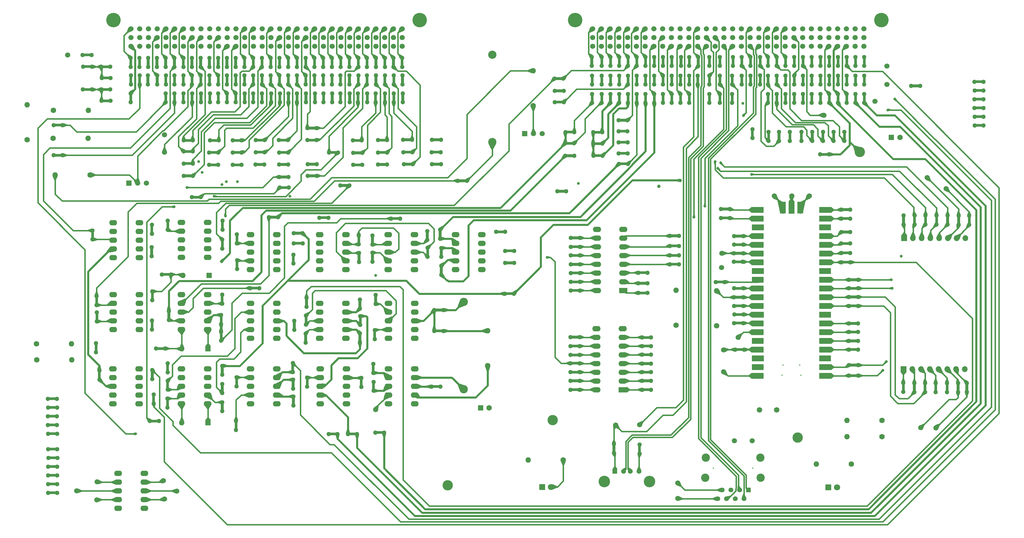
<source format=gtl>
%TF.GenerationSoftware,KiCad,Pcbnew,7.0.5*%
%TF.CreationDate,2024-12-04T21:25:03-05:00*%
%TF.ProjectId,selftest_bd,73656c66-7465-4737-945f-62642e6b6963,2.1*%
%TF.SameCoordinates,Original*%
%TF.FileFunction,Copper,L1,Top*%
%TF.FilePolarity,Positive*%
%FSLAX46Y46*%
G04 Gerber Fmt 4.6, Leading zero omitted, Abs format (unit mm)*
G04 Created by KiCad (PCBNEW 7.0.5) date 2024-12-04 21:25:03*
%MOMM*%
%LPD*%
G01*
G04 APERTURE LIST*
%TA.AperFunction,ComponentPad*%
%ADD10C,1.300000*%
%TD*%
%TA.AperFunction,ComponentPad*%
%ADD11C,1.500000*%
%TD*%
%TA.AperFunction,ComponentPad*%
%ADD12R,1.800000X1.800000*%
%TD*%
%TA.AperFunction,ComponentPad*%
%ADD13C,1.800000*%
%TD*%
%TA.AperFunction,ComponentPad*%
%ADD14O,2.300000X1.600000*%
%TD*%
%TA.AperFunction,ComponentPad*%
%ADD15R,1.600000X1.600000*%
%TD*%
%TA.AperFunction,ComponentPad*%
%ADD16O,1.600000X1.600000*%
%TD*%
%TA.AperFunction,ComponentPad*%
%ADD17R,1.408000X1.408000*%
%TD*%
%TA.AperFunction,ComponentPad*%
%ADD18C,1.408000*%
%TD*%
%TA.AperFunction,ComponentPad*%
%ADD19C,2.400000*%
%TD*%
%TA.AperFunction,ComponentPad*%
%ADD20C,4.200000*%
%TD*%
%TA.AperFunction,ComponentPad*%
%ADD21C,1.600000*%
%TD*%
%TA.AperFunction,ComponentPad*%
%ADD22R,1.500000X1.500000*%
%TD*%
%TA.AperFunction,ComponentPad*%
%ADD23R,2.400000X1.600000*%
%TD*%
%TA.AperFunction,ComponentPad*%
%ADD24O,2.400000X1.600000*%
%TD*%
%TA.AperFunction,ComponentPad*%
%ADD25O,2.400000X2.400000*%
%TD*%
%TA.AperFunction,ComponentPad*%
%ADD26C,3.000000*%
%TD*%
%TA.AperFunction,ComponentPad*%
%ADD27R,1.428000X1.428000*%
%TD*%
%TA.AperFunction,ComponentPad*%
%ADD28C,1.428000*%
%TD*%
%TA.AperFunction,ComponentPad*%
%ADD29C,3.346000*%
%TD*%
%TA.AperFunction,ComponentPad*%
%ADD30R,1.700000X1.700000*%
%TD*%
%TA.AperFunction,ComponentPad*%
%ADD31O,1.700000X1.700000*%
%TD*%
%TA.AperFunction,SMDPad,CuDef*%
%ADD32R,3.500000X1.700000*%
%TD*%
%TA.AperFunction,SMDPad,CuDef*%
%ADD33R,1.700000X3.500000*%
%TD*%
%TA.AperFunction,ViaPad*%
%ADD34C,0.800000*%
%TD*%
%TA.AperFunction,ViaPad*%
%ADD35C,1.000000*%
%TD*%
%TA.AperFunction,Conductor*%
%ADD36C,0.400000*%
%TD*%
%TA.AperFunction,Conductor*%
%ADD37C,0.600000*%
%TD*%
%ADD38C,0.350000*%
G04 APERTURE END LIST*
%TA.AperFunction,EtchedComponent*%
%TO.C,NT78*%
G36*
X206136200Y-26717200D02*
G01*
X205344200Y-26717200D01*
X205344200Y-24117200D01*
X206136200Y-24117200D01*
X206136200Y-26717200D01*
G37*
%TD.AperFunction*%
%TA.AperFunction,EtchedComponent*%
%TO.C,NT113*%
G36*
X92242600Y-16248665D02*
G01*
X91450600Y-16248665D01*
X91450600Y-13648665D01*
X92242600Y-13648665D01*
X92242600Y-16248665D01*
G37*
%TD.AperFunction*%
%TA.AperFunction,EtchedComponent*%
%TO.C,NT188*%
G36*
X64355600Y-26548665D02*
G01*
X63563600Y-26548665D01*
X63563600Y-23948665D01*
X64355600Y-23948665D01*
X64355600Y-26548665D01*
G37*
%TD.AperFunction*%
%TA.AperFunction,EtchedComponent*%
%TO.C,NT70*%
G36*
X244236200Y-26717200D02*
G01*
X243444200Y-26717200D01*
X243444200Y-24117200D01*
X244236200Y-24117200D01*
X244236200Y-26717200D01*
G37*
%TD.AperFunction*%
%TA.AperFunction,EtchedComponent*%
%TO.C,NT40*%
G36*
X239156200Y-21383200D02*
G01*
X238364200Y-21383200D01*
X238364200Y-18783200D01*
X239156200Y-18783200D01*
X239156200Y-21383200D01*
G37*
%TD.AperFunction*%
%TA.AperFunction,EtchedComponent*%
%TO.C,NT337*%
G36*
X125459600Y-44944665D02*
G01*
X122859600Y-44944665D01*
X122859600Y-44152665D01*
X125459600Y-44152665D01*
X125459600Y-44944665D01*
G37*
%TD.AperFunction*%
%TA.AperFunction,EtchedComponent*%
%TO.C,NT296*%
G36*
X254686000Y-98858200D02*
G01*
X252086000Y-98858200D01*
X252086000Y-98066200D01*
X254686000Y-98066200D01*
X254686000Y-98858200D01*
G37*
%TD.AperFunction*%
%TA.AperFunction,EtchedComponent*%
%TO.C,NT187*%
G36*
X66955600Y-26548665D02*
G01*
X66163600Y-26548665D01*
X66163600Y-23948665D01*
X66955600Y-23948665D01*
X66955600Y-26548665D01*
G37*
%TD.AperFunction*%
%TA.AperFunction,EtchedComponent*%
%TO.C,NT4*%
G36*
X249316200Y-15964065D02*
G01*
X248524200Y-15964065D01*
X248524200Y-13364065D01*
X249316200Y-13364065D01*
X249316200Y-15964065D01*
G37*
%TD.AperFunction*%
%TA.AperFunction,EtchedComponent*%
%TO.C,NT115*%
G36*
X87161187Y-16248665D02*
G01*
X86369187Y-16248665D01*
X86369187Y-13648665D01*
X87161187Y-13648665D01*
X87161187Y-16248665D01*
G37*
%TD.AperFunction*%
%TA.AperFunction,EtchedComponent*%
%TO.C,NT162*%
G36*
X48955600Y-21348665D02*
G01*
X48163600Y-21348665D01*
X48163600Y-18748665D01*
X48955600Y-18748665D01*
X48955600Y-21348665D01*
G37*
%TD.AperFunction*%
%TA.AperFunction,EtchedComponent*%
%TO.C,NT74*%
G36*
X234076200Y-26717200D02*
G01*
X233284200Y-26717200D01*
X233284200Y-24117200D01*
X234076200Y-24117200D01*
X234076200Y-26717200D01*
G37*
%TD.AperFunction*%
%TA.AperFunction,EtchedComponent*%
%TO.C,NT276*%
G36*
X202717600Y-74062800D02*
G01*
X200117600Y-74062800D01*
X200117600Y-73270800D01*
X202717600Y-73270800D01*
X202717600Y-74062800D01*
G37*
%TD.AperFunction*%
%TA.AperFunction,EtchedComponent*%
%TO.C,NT361*%
G36*
X74818200Y-67560400D02*
G01*
X74026200Y-67560400D01*
X74026200Y-64960400D01*
X74818200Y-64960400D01*
X74818200Y-67560400D01*
G37*
%TD.AperFunction*%
%TA.AperFunction,EtchedComponent*%
%TO.C,NT374*%
G36*
X187837800Y-38572065D02*
G01*
X185237800Y-38572065D01*
X185237800Y-37780065D01*
X187837800Y-37780065D01*
X187837800Y-38572065D01*
G37*
%TD.AperFunction*%
%TA.AperFunction,EtchedComponent*%
%TO.C,NT237*%
G36*
X110511200Y-96326200D02*
G01*
X109719200Y-96326200D01*
X109719200Y-93726200D01*
X110511200Y-93726200D01*
X110511200Y-96326200D01*
G37*
%TD.AperFunction*%
%TA.AperFunction,EtchedComponent*%
%TO.C,NT401*%
G36*
X70224200Y-90998400D02*
G01*
X69432200Y-90998400D01*
X69432200Y-88398400D01*
X70224200Y-88398400D01*
X70224200Y-90998400D01*
G37*
%TD.AperFunction*%
%TA.AperFunction,EtchedComponent*%
%TO.C,NT239*%
G36*
X121772400Y-60763600D02*
G01*
X119172400Y-60763600D01*
X119172400Y-59971600D01*
X121772400Y-59971600D01*
X121772400Y-60763600D01*
G37*
%TD.AperFunction*%
%TA.AperFunction,EtchedComponent*%
%TO.C,NT260*%
G36*
X248037200Y-37784065D02*
G01*
X247245200Y-37784065D01*
X247245200Y-35184065D01*
X248037200Y-35184065D01*
X248037200Y-37784065D01*
G37*
%TD.AperFunction*%
%TA.AperFunction,EtchedComponent*%
%TO.C,NT130*%
G36*
X49040022Y-16248665D02*
G01*
X48248022Y-16248665D01*
X48248022Y-13648665D01*
X49040022Y-13648665D01*
X49040022Y-16248665D01*
G37*
%TD.AperFunction*%
%TA.AperFunction,EtchedComponent*%
%TO.C,NT125*%
G36*
X61747077Y-16248665D02*
G01*
X60955077Y-16248665D01*
X60955077Y-13648665D01*
X61747077Y-13648665D01*
X61747077Y-16248665D01*
G37*
%TD.AperFunction*%
%TA.AperFunction,EtchedComponent*%
%TO.C,NT62*%
G36*
X183276200Y-21383200D02*
G01*
X182484200Y-21383200D01*
X182484200Y-18783200D01*
X183276200Y-18783200D01*
X183276200Y-21383200D01*
G37*
%TD.AperFunction*%
%TA.AperFunction,EtchedComponent*%
%TO.C,NT61*%
G36*
X185816200Y-21383200D02*
G01*
X185024200Y-21383200D01*
X185024200Y-18783200D01*
X185816200Y-18783200D01*
X185816200Y-21383200D01*
G37*
%TD.AperFunction*%
%TA.AperFunction,EtchedComponent*%
%TO.C,NT145*%
G36*
X92247005Y-21348665D02*
G01*
X91455005Y-21348665D01*
X91455005Y-18748665D01*
X92247005Y-18748665D01*
X92247005Y-21348665D01*
G37*
%TD.AperFunction*%
%TA.AperFunction,EtchedComponent*%
%TO.C,NT320*%
G36*
X215981000Y-79204000D02*
G01*
X213381000Y-79204000D01*
X213381000Y-78412000D01*
X215981000Y-78412000D01*
X215981000Y-79204000D01*
G37*
%TD.AperFunction*%
%TA.AperFunction,EtchedComponent*%
%TO.C,NT19*%
G36*
X211978200Y-15964065D02*
G01*
X211186200Y-15964065D01*
X211186200Y-13364065D01*
X211978200Y-13364065D01*
X211978200Y-15964065D01*
G37*
%TD.AperFunction*%
%TA.AperFunction,EtchedComponent*%
%TO.C,NT229*%
G36*
X32339600Y-16574665D02*
G01*
X29739600Y-16574665D01*
X29739600Y-15782665D01*
X32339600Y-15782665D01*
X32339600Y-16574665D01*
G37*
%TD.AperFunction*%
%TA.AperFunction,EtchedComponent*%
%TO.C,NT268*%
G36*
X193552800Y-76511600D02*
G01*
X190952800Y-76511600D01*
X190952800Y-75719600D01*
X193552800Y-75719600D01*
X193552800Y-76511600D01*
G37*
%TD.AperFunction*%
%TA.AperFunction,EtchedComponent*%
%TO.C,NT87*%
G36*
X183227200Y-26717200D02*
G01*
X182435200Y-26717200D01*
X182435200Y-24117200D01*
X183227200Y-24117200D01*
X183227200Y-26717200D01*
G37*
%TD.AperFunction*%
%TA.AperFunction,EtchedComponent*%
%TO.C,NT396*%
G36*
X271516600Y-62074000D02*
G01*
X270724600Y-62074000D01*
X270724600Y-59474000D01*
X271516600Y-59474000D01*
X271516600Y-62074000D01*
G37*
%TD.AperFunction*%
%TA.AperFunction,EtchedComponent*%
%TO.C,NT336*%
G36*
X187888600Y-44845865D02*
G01*
X185288600Y-44845865D01*
X185288600Y-44053865D01*
X187888600Y-44053865D01*
X187888600Y-44845865D01*
G37*
%TD.AperFunction*%
%TA.AperFunction,EtchedComponent*%
%TO.C,NT36*%
G36*
X249316200Y-21383200D02*
G01*
X248524200Y-21383200D01*
X248524200Y-18783200D01*
X249316200Y-18783200D01*
X249316200Y-21383200D01*
G37*
%TD.AperFunction*%
%TA.AperFunction,EtchedComponent*%
%TO.C,NT63*%
G36*
X180727200Y-21383200D02*
G01*
X179935200Y-21383200D01*
X179935200Y-18783200D01*
X180727200Y-18783200D01*
X180727200Y-21383200D01*
G37*
%TD.AperFunction*%
%TA.AperFunction,EtchedComponent*%
%TO.C,NT331*%
G36*
X117959600Y-37944665D02*
G01*
X115359600Y-37944665D01*
X115359600Y-37152665D01*
X117959600Y-37152665D01*
X117959600Y-37944665D01*
G37*
%TD.AperFunction*%
%TA.AperFunction,EtchedComponent*%
%TO.C,NT126*%
G36*
X59245600Y-16248665D02*
G01*
X58453600Y-16248665D01*
X58453600Y-13648665D01*
X59245600Y-13648665D01*
X59245600Y-16248665D01*
G37*
%TD.AperFunction*%
%TA.AperFunction,EtchedComponent*%
%TO.C,NT215*%
G36*
X134138200Y-71521800D02*
G01*
X133346200Y-71521800D01*
X133346200Y-68921800D01*
X134138200Y-68921800D01*
X134138200Y-71521800D01*
G37*
%TD.AperFunction*%
%TA.AperFunction,EtchedComponent*%
%TO.C,NT315*%
G36*
X221357210Y-70859210D02*
G01*
X218757210Y-70859210D01*
X218757210Y-70067210D01*
X221357210Y-70067210D01*
X221357210Y-70859210D01*
G37*
%TD.AperFunction*%
%TA.AperFunction,EtchedComponent*%
%TO.C,NT335*%
G36*
X89439600Y-51754665D02*
G01*
X86839600Y-51754665D01*
X86839600Y-50962665D01*
X89439600Y-50962665D01*
X89439600Y-51754665D01*
G37*
%TD.AperFunction*%
%TA.AperFunction,EtchedComponent*%
%TO.C,NT5*%
G36*
X246776200Y-15964065D02*
G01*
X245984200Y-15964065D01*
X245984200Y-13364065D01*
X246776200Y-13364065D01*
X246776200Y-15964065D01*
G37*
%TD.AperFunction*%
%TA.AperFunction,EtchedComponent*%
%TO.C,NT55*%
G36*
X201056200Y-21383200D02*
G01*
X200264200Y-21383200D01*
X200264200Y-18783200D01*
X201056200Y-18783200D01*
X201056200Y-21383200D01*
G37*
%TD.AperFunction*%
%TA.AperFunction,EtchedComponent*%
%TO.C,NT417*%
G36*
X54733600Y-63610600D02*
G01*
X53941600Y-63610600D01*
X53941600Y-61010600D01*
X54733600Y-61010600D01*
X54733600Y-63610600D01*
G37*
%TD.AperFunction*%
%TA.AperFunction,EtchedComponent*%
%TO.C,NT386*%
G36*
X284163800Y-110845000D02*
G01*
X283371800Y-110845000D01*
X283371800Y-108245000D01*
X284163800Y-108245000D01*
X284163800Y-110845000D01*
G37*
%TD.AperFunction*%
%TA.AperFunction,EtchedComponent*%
%TO.C,NT122*%
G36*
X69371310Y-16248665D02*
G01*
X68579310Y-16248665D01*
X68579310Y-13648665D01*
X69371310Y-13648665D01*
X69371310Y-16248665D01*
G37*
%TD.AperFunction*%
%TA.AperFunction,EtchedComponent*%
%TO.C,NT291*%
G36*
X173958600Y-68977800D02*
G01*
X171358600Y-68977800D01*
X171358600Y-68185800D01*
X173958600Y-68185800D01*
X173958600Y-68977800D01*
G37*
%TD.AperFunction*%
%TA.AperFunction,EtchedComponent*%
%TO.C,NT269*%
G36*
X202717600Y-71492800D02*
G01*
X200117600Y-71492800D01*
X200117600Y-70700800D01*
X202717600Y-70700800D01*
X202717600Y-71492800D01*
G37*
%TD.AperFunction*%
%TA.AperFunction,EtchedComponent*%
%TO.C,NT403*%
G36*
X55057000Y-89887000D02*
G01*
X54265000Y-89887000D01*
X54265000Y-87287000D01*
X55057000Y-87287000D01*
X55057000Y-89887000D01*
G37*
%TD.AperFunction*%
%TA.AperFunction,EtchedComponent*%
%TO.C,NT137*%
G36*
X112562600Y-21348665D02*
G01*
X111770600Y-21348665D01*
X111770600Y-18748665D01*
X112562600Y-18748665D01*
X112562600Y-21348665D01*
G37*
%TD.AperFunction*%
%TA.AperFunction,EtchedComponent*%
%TO.C,NT117*%
G36*
X82078365Y-16248665D02*
G01*
X81286365Y-16248665D01*
X81286365Y-13648665D01*
X82078365Y-13648665D01*
X82078365Y-16248665D01*
G37*
%TD.AperFunction*%
%TA.AperFunction,EtchedComponent*%
%TO.C,NT302*%
G36*
X252457210Y-60759210D02*
G01*
X249857210Y-60759210D01*
X249857210Y-59967210D01*
X252457210Y-59967210D01*
X252457210Y-60759210D01*
G37*
%TD.AperFunction*%
%TA.AperFunction,EtchedComponent*%
%TO.C,NT333*%
G36*
X97559600Y-48344665D02*
G01*
X94959600Y-48344665D01*
X94959600Y-47552665D01*
X97559600Y-47552665D01*
X97559600Y-48344665D01*
G37*
%TD.AperFunction*%
%TA.AperFunction,EtchedComponent*%
%TO.C,NT283*%
G36*
X173958600Y-71477800D02*
G01*
X171358600Y-71477800D01*
X171358600Y-70685800D01*
X173958600Y-70685800D01*
X173958600Y-71477800D01*
G37*
%TD.AperFunction*%
%TA.AperFunction,EtchedComponent*%
%TO.C,NT102*%
G36*
X120255600Y-16248665D02*
G01*
X119463600Y-16248665D01*
X119463600Y-13648665D01*
X120255600Y-13648665D01*
X120255600Y-16248665D01*
G37*
%TD.AperFunction*%
%TA.AperFunction,EtchedComponent*%
%TO.C,NT319*%
G36*
X221357210Y-83659210D02*
G01*
X218757210Y-83659210D01*
X218757210Y-82867210D01*
X221357210Y-82867210D01*
X221357210Y-83659210D01*
G37*
%TD.AperFunction*%
%TA.AperFunction,EtchedComponent*%
%TO.C,NT116*%
G36*
X84619776Y-16248665D02*
G01*
X83827776Y-16248665D01*
X83827776Y-13648665D01*
X84619776Y-13648665D01*
X84619776Y-16248665D01*
G37*
%TD.AperFunction*%
%TA.AperFunction,EtchedComponent*%
%TO.C,NT1*%
G36*
X256936200Y-15964065D02*
G01*
X256144200Y-15964065D01*
X256144200Y-13364065D01*
X256936200Y-13364065D01*
X256936200Y-15964065D01*
G37*
%TD.AperFunction*%
%TA.AperFunction,EtchedComponent*%
%TO.C,NT329*%
G36*
X117959600Y-45044665D02*
G01*
X115359600Y-45044665D01*
X115359600Y-44252665D01*
X117959600Y-44252665D01*
X117959600Y-45044665D01*
G37*
%TD.AperFunction*%
%TA.AperFunction,EtchedComponent*%
%TO.C,NT238*%
G36*
X110511200Y-86526200D02*
G01*
X109719200Y-86526200D01*
X109719200Y-83926200D01*
X110511200Y-83926200D01*
X110511200Y-86526200D01*
G37*
%TD.AperFunction*%
%TA.AperFunction,EtchedComponent*%
%TO.C,NT325*%
G36*
X89369600Y-48674665D02*
G01*
X86769600Y-48674665D01*
X86769600Y-47882665D01*
X89369600Y-47882665D01*
X89369600Y-48674665D01*
G37*
%TD.AperFunction*%
%TA.AperFunction,EtchedComponent*%
%TO.C,NT128*%
G36*
X54122844Y-16248665D02*
G01*
X53330844Y-16248665D01*
X53330844Y-13648665D01*
X54122844Y-13648665D01*
X54122844Y-16248665D01*
G37*
%TD.AperFunction*%
%TA.AperFunction,EtchedComponent*%
%TO.C,NT21*%
G36*
X206136200Y-15964065D02*
G01*
X205344200Y-15964065D01*
X205344200Y-13364065D01*
X206136200Y-13364065D01*
X206136200Y-15964065D01*
G37*
%TD.AperFunction*%
%TA.AperFunction,EtchedComponent*%
%TO.C,NT342*%
G36*
X110659600Y-38044665D02*
G01*
X108059600Y-38044665D01*
X108059600Y-37252665D01*
X110659600Y-37252665D01*
X110659600Y-38044665D01*
G37*
%TD.AperFunction*%
%TA.AperFunction,EtchedComponent*%
%TO.C,NT221*%
G36*
X134295600Y-87371400D02*
G01*
X131695600Y-87371400D01*
X131695600Y-86579400D01*
X134295600Y-86579400D01*
X134295600Y-87371400D01*
G37*
%TD.AperFunction*%
%TA.AperFunction,EtchedComponent*%
%TO.C,NT140*%
G36*
X104855600Y-21348665D02*
G01*
X104063600Y-21348665D01*
X104063600Y-18748665D01*
X104855600Y-18748665D01*
X104855600Y-21348665D01*
G37*
%TD.AperFunction*%
%TA.AperFunction,EtchedComponent*%
%TO.C,NT73*%
G36*
X236616200Y-26717200D02*
G01*
X235824200Y-26717200D01*
X235824200Y-24117200D01*
X236616200Y-24117200D01*
X236616200Y-26717200D01*
G37*
%TD.AperFunction*%
%TA.AperFunction,EtchedComponent*%
%TO.C,NT81*%
G36*
X198516200Y-26717200D02*
G01*
X197724200Y-26717200D01*
X197724200Y-24117200D01*
X198516200Y-24117200D01*
X198516200Y-26717200D01*
G37*
%TD.AperFunction*%
%TA.AperFunction,EtchedComponent*%
%TO.C,NT124*%
G36*
X64288488Y-16248665D02*
G01*
X63496488Y-16248665D01*
X63496488Y-13648665D01*
X64288488Y-13648665D01*
X64288488Y-16248665D01*
G37*
%TD.AperFunction*%
%TA.AperFunction,EtchedComponent*%
%TO.C,NT198*%
G36*
X291109600Y-28581800D02*
G01*
X288509600Y-28581800D01*
X288509600Y-27789800D01*
X291109600Y-27789800D01*
X291109600Y-28581800D01*
G37*
%TD.AperFunction*%
%TA.AperFunction,EtchedComponent*%
%TO.C,NT196*%
G36*
X291169600Y-23501800D02*
G01*
X288569600Y-23501800D01*
X288569600Y-22709800D01*
X291169600Y-22709800D01*
X291169600Y-23501800D01*
G37*
%TD.AperFunction*%
%TA.AperFunction,EtchedComponent*%
%TO.C,NT158*%
G36*
X59255600Y-21348665D02*
G01*
X58463600Y-21348665D01*
X58463600Y-18748665D01*
X59255600Y-18748665D01*
X59255600Y-21348665D01*
G37*
%TD.AperFunction*%
%TA.AperFunction,EtchedComponent*%
%TO.C,NT383*%
G36*
X172343800Y-42483665D02*
G01*
X169743800Y-42483665D01*
X169743800Y-41691665D01*
X172343800Y-41691665D01*
X172343800Y-42483665D01*
G37*
%TD.AperFunction*%
%TA.AperFunction,EtchedComponent*%
%TO.C,NT99*%
G36*
X22234400Y-137979600D02*
G01*
X19634400Y-137979600D01*
X19634400Y-137187600D01*
X22234400Y-137187600D01*
X22234400Y-137979600D01*
G37*
%TD.AperFunction*%
%TA.AperFunction,EtchedComponent*%
%TO.C,NT66*%
G36*
X254396200Y-26717200D02*
G01*
X253604200Y-26717200D01*
X253604200Y-24117200D01*
X254396200Y-24117200D01*
X254396200Y-26717200D01*
G37*
%TD.AperFunction*%
%TA.AperFunction,EtchedComponent*%
%TO.C,NT20*%
G36*
X208727000Y-15996265D02*
G01*
X207935000Y-15996265D01*
X207935000Y-13396265D01*
X208727000Y-13396265D01*
X208727000Y-15996265D01*
G37*
%TD.AperFunction*%
%TA.AperFunction,EtchedComponent*%
%TO.C,NT264*%
G36*
X51765200Y-119672200D02*
G01*
X49165200Y-119672200D01*
X49165200Y-118880200D01*
X51765200Y-118880200D01*
X51765200Y-119672200D01*
G37*
%TD.AperFunction*%
%TA.AperFunction,EtchedComponent*%
%TO.C,NT141*%
G36*
X102402600Y-21348665D02*
G01*
X101610600Y-21348665D01*
X101610600Y-18748665D01*
X102402600Y-18748665D01*
X102402600Y-21348665D01*
G37*
%TD.AperFunction*%
%TA.AperFunction,EtchedComponent*%
%TO.C,NT75*%
G36*
X231536200Y-26717200D02*
G01*
X230744200Y-26717200D01*
X230744200Y-24117200D01*
X231536200Y-24117200D01*
X231536200Y-26717200D01*
G37*
%TD.AperFunction*%
%TA.AperFunction,EtchedComponent*%
%TO.C,NT249*%
G36*
X54676000Y-110130800D02*
G01*
X53884000Y-110130800D01*
X53884000Y-107530800D01*
X54676000Y-107530800D01*
X54676000Y-110130800D01*
G37*
%TD.AperFunction*%
%TA.AperFunction,EtchedComponent*%
%TO.C,NT67*%
G36*
X251856200Y-26717200D02*
G01*
X251064200Y-26717200D01*
X251064200Y-24117200D01*
X251856200Y-24117200D01*
X251856200Y-26717200D01*
G37*
%TD.AperFunction*%
%TA.AperFunction,EtchedComponent*%
%TO.C,NT150*%
G36*
X79552530Y-21348665D02*
G01*
X78760530Y-21348665D01*
X78760530Y-18748665D01*
X79552530Y-18748665D01*
X79552530Y-21348665D01*
G37*
%TD.AperFunction*%
%TA.AperFunction,EtchedComponent*%
%TO.C,NT163*%
G36*
X46546895Y-21348665D02*
G01*
X45754895Y-21348665D01*
X45754895Y-18748665D01*
X46546895Y-18748665D01*
X46546895Y-21348665D01*
G37*
%TD.AperFunction*%
%TA.AperFunction,EtchedComponent*%
%TO.C,NT54*%
G36*
X203596200Y-21383200D02*
G01*
X202804200Y-21383200D01*
X202804200Y-18783200D01*
X203596200Y-18783200D01*
X203596200Y-21383200D01*
G37*
%TD.AperFunction*%
%TA.AperFunction,EtchedComponent*%
%TO.C,NT371*%
G36*
X93451400Y-65030800D02*
G01*
X90851400Y-65030800D01*
X90851400Y-64238800D01*
X93451400Y-64238800D01*
X93451400Y-65030800D01*
G37*
%TD.AperFunction*%
%TA.AperFunction,EtchedComponent*%
%TO.C,NT82*%
G36*
X195976200Y-26717200D02*
G01*
X195184200Y-26717200D01*
X195184200Y-24117200D01*
X195976200Y-24117200D01*
X195976200Y-26717200D01*
G37*
%TD.AperFunction*%
%TA.AperFunction,EtchedComponent*%
%TO.C,NT109*%
G36*
X102402600Y-16248665D02*
G01*
X101610600Y-16248665D01*
X101610600Y-13648665D01*
X102402600Y-13648665D01*
X102402600Y-16248665D01*
G37*
%TD.AperFunction*%
%TA.AperFunction,EtchedComponent*%
%TO.C,NT152*%
G36*
X74462600Y-21348665D02*
G01*
X73670600Y-21348665D01*
X73670600Y-18748665D01*
X74462600Y-18748665D01*
X74462600Y-21348665D01*
G37*
%TD.AperFunction*%
%TA.AperFunction,EtchedComponent*%
%TO.C,NT197*%
G36*
X291109600Y-26041800D02*
G01*
X288509600Y-26041800D01*
X288509600Y-25249800D01*
X291109600Y-25249800D01*
X291109600Y-26041800D01*
G37*
%TD.AperFunction*%
%TA.AperFunction,EtchedComponent*%
%TO.C,NT132*%
G36*
X43995600Y-16248665D02*
G01*
X43203600Y-16248665D01*
X43203600Y-13648665D01*
X43995600Y-13648665D01*
X43995600Y-16248665D01*
G37*
%TD.AperFunction*%
%TA.AperFunction,EtchedComponent*%
%TO.C,NT310*%
G36*
X252457210Y-58159210D02*
G01*
X249857210Y-58159210D01*
X249857210Y-57367210D01*
X252457210Y-57367210D01*
X252457210Y-58159210D01*
G37*
%TD.AperFunction*%
%TA.AperFunction,EtchedComponent*%
%TO.C,NT324*%
G36*
X221437000Y-88669000D02*
G01*
X218837000Y-88669000D01*
X218837000Y-87877000D01*
X221437000Y-87877000D01*
X221437000Y-88669000D01*
G37*
%TD.AperFunction*%
%TA.AperFunction,EtchedComponent*%
%TO.C,NT85*%
G36*
X188356200Y-26717200D02*
G01*
X187564200Y-26717200D01*
X187564200Y-24117200D01*
X188356200Y-24117200D01*
X188356200Y-26717200D01*
G37*
%TD.AperFunction*%
%TA.AperFunction,EtchedComponent*%
%TO.C,NT96*%
G36*
X22294400Y-130359600D02*
G01*
X19694400Y-130359600D01*
X19694400Y-129567600D01*
X22294400Y-129567600D01*
X22294400Y-130359600D01*
G37*
%TD.AperFunction*%
%TA.AperFunction,EtchedComponent*%
%TO.C,NT364*%
G36*
X82459600Y-41444665D02*
G01*
X79859600Y-41444665D01*
X79859600Y-40652665D01*
X82459600Y-40652665D01*
X82459600Y-41444665D01*
G37*
%TD.AperFunction*%
%TA.AperFunction,EtchedComponent*%
%TO.C,NT411*%
G36*
X37649600Y-16614665D02*
G01*
X35049600Y-16614665D01*
X35049600Y-15822665D01*
X37649600Y-15822665D01*
X37649600Y-16614665D01*
G37*
%TD.AperFunction*%
%TA.AperFunction,EtchedComponent*%
%TO.C,NT155*%
G36*
X66858055Y-21348665D02*
G01*
X66066055Y-21348665D01*
X66066055Y-18748665D01*
X66858055Y-18748665D01*
X66858055Y-21348665D01*
G37*
%TD.AperFunction*%
%TA.AperFunction,EtchedComponent*%
%TO.C,NT194*%
G36*
X43982600Y-26548665D02*
G01*
X43190600Y-26548665D01*
X43190600Y-23948665D01*
X43982600Y-23948665D01*
X43982600Y-26548665D01*
G37*
%TD.AperFunction*%
%TA.AperFunction,EtchedComponent*%
%TO.C,NT266*%
G36*
X170007000Y-52838800D02*
G01*
X167407000Y-52838800D01*
X167407000Y-52046800D01*
X170007000Y-52046800D01*
X170007000Y-52838800D01*
G37*
%TD.AperFunction*%
%TA.AperFunction,EtchedComponent*%
%TO.C,NT397*%
G36*
X277916600Y-62074000D02*
G01*
X277124600Y-62074000D01*
X277124600Y-59474000D01*
X277916600Y-59474000D01*
X277916600Y-62074000D01*
G37*
%TD.AperFunction*%
%TA.AperFunction,EtchedComponent*%
%TO.C,NT382*%
G36*
X169161200Y-20060065D02*
G01*
X166561200Y-20060065D01*
X166561200Y-19268065D01*
X169161200Y-19268065D01*
X169161200Y-20060065D01*
G37*
%TD.AperFunction*%
%TA.AperFunction,EtchedComponent*%
%TO.C,NT53*%
G36*
X206136200Y-21383200D02*
G01*
X205344200Y-21383200D01*
X205344200Y-18783200D01*
X206136200Y-18783200D01*
X206136200Y-21383200D01*
G37*
%TD.AperFunction*%
%TA.AperFunction,EtchedComponent*%
%TO.C,NT23*%
G36*
X201056200Y-15964065D02*
G01*
X200264200Y-15964065D01*
X200264200Y-13364065D01*
X201056200Y-13364065D01*
X201056200Y-15964065D01*
G37*
%TD.AperFunction*%
%TA.AperFunction,EtchedComponent*%
%TO.C,NT385*%
G36*
X277663800Y-110845000D02*
G01*
X276871800Y-110845000D01*
X276871800Y-108245000D01*
X277663800Y-108245000D01*
X277663800Y-110845000D01*
G37*
%TD.AperFunction*%
%TA.AperFunction,EtchedComponent*%
%TO.C,NT91*%
G36*
X22209000Y-115703800D02*
G01*
X19609000Y-115703800D01*
X19609000Y-114911800D01*
X22209000Y-114911800D01*
X22209000Y-115703800D01*
G37*
%TD.AperFunction*%
%TA.AperFunction,EtchedComponent*%
%TO.C,NT272*%
G36*
X194636200Y-105447600D02*
G01*
X192036200Y-105447600D01*
X192036200Y-104655600D01*
X194636200Y-104655600D01*
X194636200Y-105447600D01*
G37*
%TD.AperFunction*%
%TA.AperFunction,EtchedComponent*%
%TO.C,NT64*%
G36*
X177927200Y-21383200D02*
G01*
X177135200Y-21383200D01*
X177135200Y-18783200D01*
X177927200Y-18783200D01*
X177927200Y-21383200D01*
G37*
%TD.AperFunction*%
%TA.AperFunction,EtchedComponent*%
%TO.C,NT344*%
G36*
X97459600Y-37944665D02*
G01*
X94859600Y-37944665D01*
X94859600Y-37152665D01*
X97459600Y-37152665D01*
X97459600Y-37944665D01*
G37*
%TD.AperFunction*%
%TA.AperFunction,EtchedComponent*%
%TO.C,NT8*%
G36*
X239156200Y-15964065D02*
G01*
X238364200Y-15964065D01*
X238364200Y-13364065D01*
X239156200Y-13364065D01*
X239156200Y-15964065D01*
G37*
%TD.AperFunction*%
%TA.AperFunction,EtchedComponent*%
%TO.C,NT357*%
G36*
X180431200Y-38970065D02*
G01*
X177831200Y-38970065D01*
X177831200Y-38178065D01*
X180431200Y-38178065D01*
X180431200Y-38970065D01*
G37*
%TD.AperFunction*%
%TA.AperFunction,EtchedComponent*%
%TO.C,NT25*%
G36*
X195976200Y-15964065D02*
G01*
X195184200Y-15964065D01*
X195184200Y-13364065D01*
X195976200Y-13364065D01*
X195976200Y-15964065D01*
G37*
%TD.AperFunction*%
%TA.AperFunction,EtchedComponent*%
%TO.C,NT119*%
G36*
X76995543Y-16248665D02*
G01*
X76203543Y-16248665D01*
X76203543Y-13648665D01*
X76995543Y-13648665D01*
X76995543Y-16248665D01*
G37*
%TD.AperFunction*%
%TA.AperFunction,EtchedComponent*%
%TO.C,NT339*%
G36*
X125259600Y-37844665D02*
G01*
X122659600Y-37844665D01*
X122659600Y-37052665D01*
X125259600Y-37052665D01*
X125259600Y-37844665D01*
G37*
%TD.AperFunction*%
%TA.AperFunction,EtchedComponent*%
%TO.C,NT147*%
G36*
X87169215Y-21348665D02*
G01*
X86377215Y-21348665D01*
X86377215Y-18748665D01*
X87169215Y-18748665D01*
X87169215Y-21348665D01*
G37*
%TD.AperFunction*%
%TA.AperFunction,EtchedComponent*%
%TO.C,NT400*%
G36*
X246283200Y-42094600D02*
G01*
X243683200Y-42094600D01*
X243683200Y-41302600D01*
X246283200Y-41302600D01*
X246283200Y-42094600D01*
G37*
%TD.AperFunction*%
%TA.AperFunction,EtchedComponent*%
%TO.C,NT405*%
G36*
X70551000Y-116392000D02*
G01*
X69759000Y-116392000D01*
X69759000Y-113792000D01*
X70551000Y-113792000D01*
X70551000Y-116392000D01*
G37*
%TD.AperFunction*%
%TA.AperFunction,EtchedComponent*%
%TO.C,NT217*%
G36*
X91175800Y-73457800D02*
G01*
X90383800Y-73457800D01*
X90383800Y-70857800D01*
X91175800Y-70857800D01*
X91175800Y-73457800D01*
G37*
%TD.AperFunction*%
%TA.AperFunction,EtchedComponent*%
%TO.C,NT136*%
G36*
X115155600Y-21348665D02*
G01*
X114363600Y-21348665D01*
X114363600Y-18748665D01*
X115155600Y-18748665D01*
X115155600Y-21348665D01*
G37*
%TD.AperFunction*%
%TA.AperFunction,EtchedComponent*%
%TO.C,NT79*%
G36*
X203596200Y-26717200D02*
G01*
X202804200Y-26717200D01*
X202804200Y-24117200D01*
X203596200Y-24117200D01*
X203596200Y-26717200D01*
G37*
%TD.AperFunction*%
%TA.AperFunction,EtchedComponent*%
%TO.C,NT242*%
G36*
X114137400Y-67916000D02*
G01*
X113345400Y-67916000D01*
X113345400Y-65316000D01*
X114137400Y-65316000D01*
X114137400Y-67916000D01*
G37*
%TD.AperFunction*%
%TA.AperFunction,EtchedComponent*%
%TO.C,NT372*%
G36*
X187787000Y-32171265D02*
G01*
X185187000Y-32171265D01*
X185187000Y-31379265D01*
X187787000Y-31379265D01*
X187787000Y-32171265D01*
G37*
%TD.AperFunction*%
%TA.AperFunction,EtchedComponent*%
%TO.C,NT375*%
G36*
X187812400Y-41797865D02*
G01*
X185212400Y-41797865D01*
X185212400Y-41005865D01*
X187812400Y-41005865D01*
X187812400Y-41797865D01*
G37*
%TD.AperFunction*%
%TA.AperFunction,EtchedComponent*%
%TO.C,NT135*%
G36*
X117755600Y-21348665D02*
G01*
X116963600Y-21348665D01*
X116963600Y-18748665D01*
X117755600Y-18748665D01*
X117755600Y-21348665D01*
G37*
%TD.AperFunction*%
%TA.AperFunction,EtchedComponent*%
%TO.C,NT408*%
G36*
X54676000Y-105101600D02*
G01*
X53884000Y-105101600D01*
X53884000Y-102501600D01*
X54676000Y-102501600D01*
X54676000Y-105101600D01*
G37*
%TD.AperFunction*%
%TA.AperFunction,EtchedComponent*%
%TO.C,NT298*%
G36*
X254686000Y-86158200D02*
G01*
X252086000Y-86158200D01*
X252086000Y-85366200D01*
X254686000Y-85366200D01*
X254686000Y-86158200D01*
G37*
%TD.AperFunction*%
%TA.AperFunction,EtchedComponent*%
%TO.C,NT107*%
G36*
X107435600Y-16248665D02*
G01*
X106643600Y-16248665D01*
X106643600Y-13648665D01*
X107435600Y-13648665D01*
X107435600Y-16248665D01*
G37*
%TD.AperFunction*%
%TA.AperFunction,EtchedComponent*%
%TO.C,NT317*%
G36*
X217505000Y-57995000D02*
G01*
X214905000Y-57995000D01*
X214905000Y-57203000D01*
X217505000Y-57203000D01*
X217505000Y-57995000D01*
G37*
%TD.AperFunction*%
%TA.AperFunction,EtchedComponent*%
%TO.C,NT56*%
G36*
X198516200Y-21383200D02*
G01*
X197724200Y-21383200D01*
X197724200Y-18783200D01*
X198516200Y-18783200D01*
X198516200Y-21383200D01*
G37*
%TD.AperFunction*%
%TA.AperFunction,EtchedComponent*%
%TO.C,NT409*%
G36*
X114811200Y-95426200D02*
G01*
X114019200Y-95426200D01*
X114019200Y-92826200D01*
X114811200Y-92826200D01*
X114811200Y-95426200D01*
G37*
%TD.AperFunction*%
%TA.AperFunction,EtchedComponent*%
%TO.C,NT286*%
G36*
X173836200Y-105447600D02*
G01*
X171236200Y-105447600D01*
X171236200Y-104655600D01*
X173836200Y-104655600D01*
X173836200Y-105447600D01*
G37*
%TD.AperFunction*%
%TA.AperFunction,EtchedComponent*%
%TO.C,NT363*%
G36*
X82359600Y-45044665D02*
G01*
X79759600Y-45044665D01*
X79759600Y-44252665D01*
X82359600Y-44252665D01*
X82359600Y-45044665D01*
G37*
%TD.AperFunction*%
%TA.AperFunction,EtchedComponent*%
%TO.C,NT304*%
G36*
X254686000Y-96358200D02*
G01*
X252086000Y-96358200D01*
X252086000Y-95566200D01*
X254686000Y-95566200D01*
X254686000Y-96358200D01*
G37*
%TD.AperFunction*%
%TA.AperFunction,EtchedComponent*%
%TO.C,NT48*%
G36*
X218582200Y-21383200D02*
G01*
X217790200Y-21383200D01*
X217790200Y-18783200D01*
X218582200Y-18783200D01*
X218582200Y-21383200D01*
G37*
%TD.AperFunction*%
%TA.AperFunction,EtchedComponent*%
%TO.C,NT332*%
G36*
X97559600Y-44944665D02*
G01*
X94959600Y-44944665D01*
X94959600Y-44152665D01*
X97559600Y-44152665D01*
X97559600Y-44944665D01*
G37*
%TD.AperFunction*%
%TA.AperFunction,EtchedComponent*%
%TO.C,NT203*%
G36*
X50611200Y-114126200D02*
G01*
X49819200Y-114126200D01*
X49819200Y-111526200D01*
X50611200Y-111526200D01*
X50611200Y-114126200D01*
G37*
%TD.AperFunction*%
%TA.AperFunction,EtchedComponent*%
%TO.C,NT236*%
G36*
X95011200Y-86026200D02*
G01*
X94219200Y-86026200D01*
X94219200Y-83426200D01*
X95011200Y-83426200D01*
X95011200Y-86026200D01*
G37*
%TD.AperFunction*%
%TA.AperFunction,EtchedComponent*%
%TO.C,NT134*%
G36*
X120355600Y-21348665D02*
G01*
X119563600Y-21348665D01*
X119563600Y-18748665D01*
X120355600Y-18748665D01*
X120355600Y-21348665D01*
G37*
%TD.AperFunction*%
%TA.AperFunction,EtchedComponent*%
%TO.C,NT348*%
G36*
X89259600Y-45044665D02*
G01*
X86659600Y-45044665D01*
X86659600Y-44252665D01*
X89259600Y-44252665D01*
X89259600Y-45044665D01*
G37*
%TD.AperFunction*%
%TA.AperFunction,EtchedComponent*%
%TO.C,NT362*%
G36*
X93476800Y-67951800D02*
G01*
X90876800Y-67951800D01*
X90876800Y-67159800D01*
X93476800Y-67159800D01*
X93476800Y-67951800D01*
G37*
%TD.AperFunction*%
%TA.AperFunction,EtchedComponent*%
%TO.C,NT299*%
G36*
X254686000Y-81058200D02*
G01*
X252086000Y-81058200D01*
X252086000Y-80266200D01*
X254686000Y-80266200D01*
X254686000Y-81058200D01*
G37*
%TD.AperFunction*%
%TA.AperFunction,EtchedComponent*%
%TO.C,NT169*%
G36*
X112655600Y-26548665D02*
G01*
X111863600Y-26548665D01*
X111863600Y-23948665D01*
X112655600Y-23948665D01*
X112655600Y-26548665D01*
G37*
%TD.AperFunction*%
%TA.AperFunction,EtchedComponent*%
%TO.C,NT149*%
G36*
X82091425Y-21348665D02*
G01*
X81299425Y-21348665D01*
X81299425Y-18748665D01*
X82091425Y-18748665D01*
X82091425Y-21348665D01*
G37*
%TD.AperFunction*%
%TA.AperFunction,EtchedComponent*%
%TO.C,NT2*%
G36*
X254396200Y-15964065D02*
G01*
X253604200Y-15964065D01*
X253604200Y-13364065D01*
X254396200Y-13364065D01*
X254396200Y-15964065D01*
G37*
%TD.AperFunction*%
%TA.AperFunction,EtchedComponent*%
%TO.C,NT142*%
G36*
X99863690Y-21348665D02*
G01*
X99071690Y-21348665D01*
X99071690Y-18748665D01*
X99863690Y-18748665D01*
X99863690Y-21348665D01*
G37*
%TD.AperFunction*%
%TA.AperFunction,EtchedComponent*%
%TO.C,NT284*%
G36*
X173958600Y-66377800D02*
G01*
X171358600Y-66377800D01*
X171358600Y-65585800D01*
X173958600Y-65585800D01*
X173958600Y-66377800D01*
G37*
%TD.AperFunction*%
%TA.AperFunction,EtchedComponent*%
%TO.C,NT89*%
G36*
X177927200Y-26717200D02*
G01*
X177135200Y-26717200D01*
X177135200Y-24117200D01*
X177927200Y-24117200D01*
X177927200Y-26717200D01*
G37*
%TD.AperFunction*%
%TA.AperFunction,EtchedComponent*%
%TO.C,NT247*%
G36*
X80903800Y-80982000D02*
G01*
X78303800Y-80982000D01*
X78303800Y-80190000D01*
X80903800Y-80190000D01*
X80903800Y-80982000D01*
G37*
%TD.AperFunction*%
%TA.AperFunction,EtchedComponent*%
%TO.C,NT232*%
G36*
X130190200Y-71497400D02*
G01*
X129398200Y-71497400D01*
X129398200Y-68897400D01*
X130190200Y-68897400D01*
X130190200Y-71497400D01*
G37*
%TD.AperFunction*%
%TA.AperFunction,EtchedComponent*%
%TO.C,NT211*%
G36*
X23779200Y-33585600D02*
G01*
X21179200Y-33585600D01*
X21179200Y-32793600D01*
X23779200Y-32793600D01*
X23779200Y-33585600D01*
G37*
%TD.AperFunction*%
%TA.AperFunction,EtchedComponent*%
%TO.C,NT305*%
G36*
X254686000Y-91258200D02*
G01*
X252086000Y-91258200D01*
X252086000Y-90466200D01*
X254686000Y-90466200D01*
X254686000Y-91258200D01*
G37*
%TD.AperFunction*%
%TA.AperFunction,EtchedComponent*%
%TO.C,NT358*%
G36*
X180431200Y-35670065D02*
G01*
X177831200Y-35670065D01*
X177831200Y-34878065D01*
X180431200Y-34878065D01*
X180431200Y-35670065D01*
G37*
%TD.AperFunction*%
%TA.AperFunction,EtchedComponent*%
%TO.C,NT186*%
G36*
X69382600Y-26548665D02*
G01*
X68590600Y-26548665D01*
X68590600Y-23948665D01*
X69382600Y-23948665D01*
X69382600Y-26548665D01*
G37*
%TD.AperFunction*%
%TA.AperFunction,EtchedComponent*%
%TO.C,NT105*%
G36*
X112555600Y-16248665D02*
G01*
X111763600Y-16248665D01*
X111763600Y-13648665D01*
X112555600Y-13648665D01*
X112555600Y-16248665D01*
G37*
%TD.AperFunction*%
%TA.AperFunction,EtchedComponent*%
%TO.C,NT69*%
G36*
X246776200Y-26717200D02*
G01*
X245984200Y-26717200D01*
X245984200Y-24117200D01*
X246776200Y-24117200D01*
X246776200Y-26717200D01*
G37*
%TD.AperFunction*%
%TA.AperFunction,EtchedComponent*%
%TO.C,NT285*%
G36*
X173836200Y-110547600D02*
G01*
X171236200Y-110547600D01*
X171236200Y-109755600D01*
X173836200Y-109755600D01*
X173836200Y-110547600D01*
G37*
%TD.AperFunction*%
%TA.AperFunction,EtchedComponent*%
%TO.C,NT244*%
G36*
X103611400Y-123400000D02*
G01*
X101011400Y-123400000D01*
X101011400Y-122608000D01*
X103611400Y-122608000D01*
X103611400Y-123400000D01*
G37*
%TD.AperFunction*%
%TA.AperFunction,EtchedComponent*%
%TO.C,NT387*%
G36*
X268263800Y-110745000D02*
G01*
X267471800Y-110745000D01*
X267471800Y-108145000D01*
X268263800Y-108145000D01*
X268263800Y-110745000D01*
G37*
%TD.AperFunction*%
%TA.AperFunction,EtchedComponent*%
%TO.C,NT77*%
G36*
X211978200Y-26717200D02*
G01*
X211186200Y-26717200D01*
X211186200Y-24117200D01*
X211978200Y-24117200D01*
X211978200Y-26717200D01*
G37*
%TD.AperFunction*%
%TA.AperFunction,EtchedComponent*%
%TO.C,NT231*%
G36*
X133515200Y-109622200D02*
G01*
X130915200Y-109622200D01*
X130915200Y-108830200D01*
X133515200Y-108830200D01*
X133515200Y-109622200D01*
G37*
%TD.AperFunction*%
%TA.AperFunction,EtchedComponent*%
%TO.C,NT373*%
G36*
X187787000Y-35346265D02*
G01*
X185187000Y-35346265D01*
X185187000Y-34554265D01*
X187787000Y-34554265D01*
X187787000Y-35346265D01*
G37*
%TD.AperFunction*%
%TA.AperFunction,EtchedComponent*%
%TO.C,NT24*%
G36*
X198516200Y-15964065D02*
G01*
X197724200Y-15964065D01*
X197724200Y-13364065D01*
X198516200Y-13364065D01*
X198516200Y-15964065D01*
G37*
%TD.AperFunction*%
%TA.AperFunction,EtchedComponent*%
%TO.C,NT273*%
G36*
X194636200Y-100347600D02*
G01*
X192036200Y-100347600D01*
X192036200Y-99555600D01*
X194636200Y-99555600D01*
X194636200Y-100347600D01*
G37*
%TD.AperFunction*%
%TA.AperFunction,EtchedComponent*%
%TO.C,NT274*%
G36*
X194636200Y-95347600D02*
G01*
X192036200Y-95347600D01*
X192036200Y-94555600D01*
X194636200Y-94555600D01*
X194636200Y-95347600D01*
G37*
%TD.AperFunction*%
%TA.AperFunction,EtchedComponent*%
%TO.C,NT377*%
G36*
X114366000Y-105254000D02*
G01*
X113574000Y-105254000D01*
X113574000Y-102654000D01*
X114366000Y-102654000D01*
X114366000Y-105254000D01*
G37*
%TD.AperFunction*%
%TA.AperFunction,EtchedComponent*%
%TO.C,NT114*%
G36*
X89702600Y-16248665D02*
G01*
X88910600Y-16248665D01*
X88910600Y-13648665D01*
X89702600Y-13648665D01*
X89702600Y-16248665D01*
G37*
%TD.AperFunction*%
%TA.AperFunction,EtchedComponent*%
%TO.C,NT366*%
G36*
X68959600Y-45144665D02*
G01*
X66359600Y-45144665D01*
X66359600Y-44352665D01*
X68959600Y-44352665D01*
X68959600Y-45144665D01*
G37*
%TD.AperFunction*%
%TA.AperFunction,EtchedComponent*%
%TO.C,NT346*%
G36*
X172291200Y-38880065D02*
G01*
X169691200Y-38880065D01*
X169691200Y-38088065D01*
X172291200Y-38088065D01*
X172291200Y-38880065D01*
G37*
%TD.AperFunction*%
%TA.AperFunction,EtchedComponent*%
%TO.C,NT293*%
G36*
X173836200Y-102847600D02*
G01*
X171236200Y-102847600D01*
X171236200Y-102055600D01*
X173836200Y-102055600D01*
X173836200Y-102847600D01*
G37*
%TD.AperFunction*%
%TA.AperFunction,EtchedComponent*%
%TO.C,NT393*%
G36*
X284316600Y-62174000D02*
G01*
X283524600Y-62174000D01*
X283524600Y-59574000D01*
X284316600Y-59574000D01*
X284316600Y-62174000D01*
G37*
%TD.AperFunction*%
%TA.AperFunction,EtchedComponent*%
%TO.C,NT29*%
G36*
X185816200Y-15964065D02*
G01*
X185024200Y-15964065D01*
X185024200Y-13364065D01*
X185816200Y-13364065D01*
X185816200Y-15964065D01*
G37*
%TD.AperFunction*%
%TA.AperFunction,EtchedComponent*%
%TO.C,NT47*%
G36*
X221376200Y-21383200D02*
G01*
X220584200Y-21383200D01*
X220584200Y-18783200D01*
X221376200Y-18783200D01*
X221376200Y-21383200D01*
G37*
%TD.AperFunction*%
%TA.AperFunction,EtchedComponent*%
%TO.C,NT44*%
G36*
X228996200Y-21383200D02*
G01*
X228204200Y-21383200D01*
X228204200Y-18783200D01*
X228996200Y-18783200D01*
X228996200Y-21383200D01*
G37*
%TD.AperFunction*%
%TA.AperFunction,EtchedComponent*%
%TO.C,NT369*%
G36*
X61559600Y-38044665D02*
G01*
X58959600Y-38044665D01*
X58959600Y-37252665D01*
X61559600Y-37252665D01*
X61559600Y-38044665D01*
G37*
%TD.AperFunction*%
%TA.AperFunction,EtchedComponent*%
%TO.C,NT228*%
G36*
X37729600Y-26534665D02*
G01*
X35129600Y-26534665D01*
X35129600Y-25742665D01*
X37729600Y-25742665D01*
X37729600Y-26534665D01*
G37*
%TD.AperFunction*%
%TA.AperFunction,EtchedComponent*%
%TO.C,NT415*%
G36*
X70601800Y-63598000D02*
G01*
X69809800Y-63598000D01*
X69809800Y-60998000D01*
X70601800Y-60998000D01*
X70601800Y-63598000D01*
G37*
%TD.AperFunction*%
%TA.AperFunction,EtchedComponent*%
%TO.C,NT255*%
G36*
X232177200Y-37784065D02*
G01*
X231385200Y-37784065D01*
X231385200Y-35184065D01*
X232177200Y-35184065D01*
X232177200Y-37784065D01*
G37*
%TD.AperFunction*%
%TA.AperFunction,EtchedComponent*%
%TO.C,NT31*%
G36*
X180736200Y-15964065D02*
G01*
X179944200Y-15964065D01*
X179944200Y-13364065D01*
X180736200Y-13364065D01*
X180736200Y-15964065D01*
G37*
%TD.AperFunction*%
%TA.AperFunction,EtchedComponent*%
%TO.C,NT207*%
G36*
X154892200Y-73667800D02*
G01*
X152292200Y-73667800D01*
X152292200Y-72875800D01*
X154892200Y-72875800D01*
X154892200Y-73667800D01*
G37*
%TD.AperFunction*%
%TA.AperFunction,EtchedComponent*%
%TO.C,NT420*%
G36*
X117175000Y-122993600D02*
G01*
X114575000Y-122993600D01*
X114575000Y-122201600D01*
X117175000Y-122201600D01*
X117175000Y-122993600D01*
G37*
%TD.AperFunction*%
%TA.AperFunction,EtchedComponent*%
%TO.C,NT190*%
G36*
X59255600Y-26548665D02*
G01*
X58463600Y-26548665D01*
X58463600Y-23948665D01*
X59255600Y-23948665D01*
X59255600Y-26548665D01*
G37*
%TD.AperFunction*%
%TA.AperFunction,EtchedComponent*%
%TO.C,NT174*%
G36*
X99955600Y-26548665D02*
G01*
X99163600Y-26548665D01*
X99163600Y-23948665D01*
X99955600Y-23948665D01*
X99955600Y-26548665D01*
G37*
%TD.AperFunction*%
%TA.AperFunction,EtchedComponent*%
%TO.C,NT398*%
G36*
X274716600Y-62074000D02*
G01*
X273924600Y-62074000D01*
X273924600Y-59474000D01*
X274716600Y-59474000D01*
X274716600Y-62074000D01*
G37*
%TD.AperFunction*%
%TA.AperFunction,EtchedComponent*%
%TO.C,NT101*%
G36*
X122755600Y-16248665D02*
G01*
X121963600Y-16248665D01*
X121963600Y-13648665D01*
X122755600Y-13648665D01*
X122755600Y-16248665D01*
G37*
%TD.AperFunction*%
%TA.AperFunction,EtchedComponent*%
%TO.C,NT308*%
G36*
X252457210Y-70759210D02*
G01*
X249857210Y-70759210D01*
X249857210Y-69967210D01*
X252457210Y-69967210D01*
X252457210Y-70759210D01*
G37*
%TD.AperFunction*%
%TA.AperFunction,EtchedComponent*%
%TO.C,NT179*%
G36*
X87289600Y-26548665D02*
G01*
X86497600Y-26548665D01*
X86497600Y-23948665D01*
X87289600Y-23948665D01*
X87289600Y-26548665D01*
G37*
%TD.AperFunction*%
%TA.AperFunction,EtchedComponent*%
%TO.C,NT166*%
G36*
X120355600Y-26548665D02*
G01*
X119563600Y-26548665D01*
X119563600Y-23948665D01*
X120355600Y-23948665D01*
X120355600Y-26548665D01*
G37*
%TD.AperFunction*%
%TA.AperFunction,EtchedComponent*%
%TO.C,NT380*%
G36*
X169261200Y-23630065D02*
G01*
X166661200Y-23630065D01*
X166661200Y-22838065D01*
X169261200Y-22838065D01*
X169261200Y-23630065D01*
G37*
%TD.AperFunction*%
%TA.AperFunction,EtchedComponent*%
%TO.C,NT297*%
G36*
X254686000Y-93758200D02*
G01*
X252086000Y-93758200D01*
X252086000Y-92966200D01*
X254686000Y-92966200D01*
X254686000Y-93758200D01*
G37*
%TD.AperFunction*%
%TA.AperFunction,EtchedComponent*%
%TO.C,NT226*%
G36*
X74711200Y-109176200D02*
G01*
X73919200Y-109176200D01*
X73919200Y-106576200D01*
X74711200Y-106576200D01*
X74711200Y-109176200D01*
G37*
%TD.AperFunction*%
%TA.AperFunction,EtchedComponent*%
%TO.C,NT334*%
G36*
X103759600Y-41544665D02*
G01*
X101159600Y-41544665D01*
X101159600Y-40752665D01*
X103759600Y-40752665D01*
X103759600Y-41544665D01*
G37*
%TD.AperFunction*%
%TA.AperFunction,EtchedComponent*%
%TO.C,NT71*%
G36*
X241696200Y-26717200D02*
G01*
X240904200Y-26717200D01*
X240904200Y-24117200D01*
X241696200Y-24117200D01*
X241696200Y-26717200D01*
G37*
%TD.AperFunction*%
%TA.AperFunction,EtchedComponent*%
%TO.C,NT49*%
G36*
X215026200Y-21383200D02*
G01*
X214234200Y-21383200D01*
X214234200Y-18783200D01*
X215026200Y-18783200D01*
X215026200Y-21383200D01*
G37*
%TD.AperFunction*%
%TA.AperFunction,EtchedComponent*%
%TO.C,NT151*%
G36*
X77013635Y-21348665D02*
G01*
X76221635Y-21348665D01*
X76221635Y-18748665D01*
X77013635Y-18748665D01*
X77013635Y-21348665D01*
G37*
%TD.AperFunction*%
%TA.AperFunction,EtchedComponent*%
%TO.C,NT95*%
G36*
X22234400Y-127819600D02*
G01*
X19634400Y-127819600D01*
X19634400Y-127027600D01*
X22234400Y-127027600D01*
X22234400Y-127819600D01*
G37*
%TD.AperFunction*%
%TA.AperFunction,EtchedComponent*%
%TO.C,NT280*%
G36*
X194636200Y-97847600D02*
G01*
X192036200Y-97847600D01*
X192036200Y-97055600D01*
X194636200Y-97055600D01*
X194636200Y-97847600D01*
G37*
%TD.AperFunction*%
%TA.AperFunction,EtchedComponent*%
%TO.C,NT103*%
G36*
X117755600Y-16248665D02*
G01*
X116963600Y-16248665D01*
X116963600Y-13648665D01*
X117755600Y-13648665D01*
X117755600Y-16248665D01*
G37*
%TD.AperFunction*%
%TA.AperFunction,EtchedComponent*%
%TO.C,NT76*%
G36*
X228996200Y-26717200D02*
G01*
X228204200Y-26717200D01*
X228204200Y-24117200D01*
X228996200Y-24117200D01*
X228996200Y-26717200D01*
G37*
%TD.AperFunction*%
%TA.AperFunction,EtchedComponent*%
%TO.C,NT193*%
G36*
X32229600Y-13184665D02*
G01*
X29629600Y-13184665D01*
X29629600Y-12392665D01*
X32229600Y-12392665D01*
X32229600Y-13184665D01*
G37*
%TD.AperFunction*%
%TA.AperFunction,EtchedComponent*%
%TO.C,NT311*%
G36*
X141178000Y-49765400D02*
G01*
X138578000Y-49765400D01*
X138578000Y-48973400D01*
X141178000Y-48973400D01*
X141178000Y-49765400D01*
G37*
%TD.AperFunction*%
%TA.AperFunction,EtchedComponent*%
%TO.C,NT230*%
G36*
X32289600Y-23234665D02*
G01*
X29689600Y-23234665D01*
X29689600Y-22442665D01*
X32289600Y-22442665D01*
X32289600Y-23234665D01*
G37*
%TD.AperFunction*%
%TA.AperFunction,EtchedComponent*%
%TO.C,NT224*%
G36*
X95211200Y-109226200D02*
G01*
X94419200Y-109226200D01*
X94419200Y-106626200D01*
X95211200Y-106626200D01*
X95211200Y-109226200D01*
G37*
%TD.AperFunction*%
%TA.AperFunction,EtchedComponent*%
%TO.C,NT178*%
G36*
X89755600Y-26548665D02*
G01*
X88963600Y-26548665D01*
X88963600Y-23948665D01*
X89755600Y-23948665D01*
X89755600Y-26548665D01*
G37*
%TD.AperFunction*%
%TA.AperFunction,EtchedComponent*%
%TO.C,NT234*%
G36*
X110611200Y-91326200D02*
G01*
X109819200Y-91326200D01*
X109819200Y-88726200D01*
X110611200Y-88726200D01*
X110611200Y-91326200D01*
G37*
%TD.AperFunction*%
%TA.AperFunction,EtchedComponent*%
%TO.C,NT161*%
G36*
X51655600Y-21348665D02*
G01*
X50863600Y-21348665D01*
X50863600Y-18748665D01*
X51655600Y-18748665D01*
X51655600Y-21348665D01*
G37*
%TD.AperFunction*%
%TA.AperFunction,EtchedComponent*%
%TO.C,NT104*%
G36*
X115155600Y-16248665D02*
G01*
X114363600Y-16248665D01*
X114363600Y-13648665D01*
X115155600Y-13648665D01*
X115155600Y-16248665D01*
G37*
%TD.AperFunction*%
%TA.AperFunction,EtchedComponent*%
%TO.C,NT180*%
G36*
X84749600Y-26548665D02*
G01*
X83957600Y-26548665D01*
X83957600Y-23948665D01*
X84749600Y-23948665D01*
X84749600Y-26548665D01*
G37*
%TD.AperFunction*%
%TA.AperFunction,EtchedComponent*%
%TO.C,NT195*%
G36*
X291109600Y-20961800D02*
G01*
X288509600Y-20961800D01*
X288509600Y-20169800D01*
X291109600Y-20169800D01*
X291109600Y-20961800D01*
G37*
%TD.AperFunction*%
%TA.AperFunction,EtchedComponent*%
%TO.C,NT57*%
G36*
X195976200Y-21383200D02*
G01*
X195184200Y-21383200D01*
X195184200Y-18783200D01*
X195976200Y-18783200D01*
X195976200Y-21383200D01*
G37*
%TD.AperFunction*%
%TA.AperFunction,EtchedComponent*%
%TO.C,NT301*%
G36*
X252437000Y-68019000D02*
G01*
X249837000Y-68019000D01*
X249837000Y-67227000D01*
X252437000Y-67227000D01*
X252437000Y-68019000D01*
G37*
%TD.AperFunction*%
%TA.AperFunction,EtchedComponent*%
%TO.C,NT94*%
G36*
X22209000Y-123323800D02*
G01*
X19609000Y-123323800D01*
X19609000Y-122531800D01*
X22209000Y-122531800D01*
X22209000Y-123323800D01*
G37*
%TD.AperFunction*%
%TA.AperFunction,EtchedComponent*%
%TO.C,NT392*%
G36*
X191674400Y-128715065D02*
G01*
X190882400Y-128715065D01*
X190882400Y-126115065D01*
X191674400Y-126115065D01*
X191674400Y-128715065D01*
G37*
%TD.AperFunction*%
%TA.AperFunction,EtchedComponent*%
%TO.C,NT108*%
G36*
X104955600Y-16248665D02*
G01*
X104163600Y-16248665D01*
X104163600Y-13648665D01*
X104955600Y-13648665D01*
X104955600Y-16248665D01*
G37*
%TD.AperFunction*%
%TA.AperFunction,EtchedComponent*%
%TO.C,NT7*%
G36*
X241696200Y-15964065D02*
G01*
X240904200Y-15964065D01*
X240904200Y-13364065D01*
X241696200Y-13364065D01*
X241696200Y-15964065D01*
G37*
%TD.AperFunction*%
%TA.AperFunction,EtchedComponent*%
%TO.C,NT14*%
G36*
X223916200Y-15964065D02*
G01*
X223124200Y-15964065D01*
X223124200Y-13364065D01*
X223916200Y-13364065D01*
X223916200Y-15964065D01*
G37*
%TD.AperFunction*%
%TA.AperFunction,EtchedComponent*%
%TO.C,NT227*%
G36*
X37749600Y-19874665D02*
G01*
X35149600Y-19874665D01*
X35149600Y-19082665D01*
X37749600Y-19082665D01*
X37749600Y-19874665D01*
G37*
%TD.AperFunction*%
%TA.AperFunction,EtchedComponent*%
%TO.C,NT235*%
G36*
X94761200Y-96426200D02*
G01*
X93969200Y-96426200D01*
X93969200Y-93826200D01*
X94761200Y-93826200D01*
X94761200Y-96426200D01*
G37*
%TD.AperFunction*%
%TA.AperFunction,EtchedComponent*%
%TO.C,NT327*%
G36*
X133559600Y-41444665D02*
G01*
X130959600Y-41444665D01*
X130959600Y-40652665D01*
X133559600Y-40652665D01*
X133559600Y-41444665D01*
G37*
%TD.AperFunction*%
%TA.AperFunction,EtchedComponent*%
%TO.C,NT192*%
G36*
X54142600Y-26548665D02*
G01*
X53350600Y-26548665D01*
X53350600Y-23948665D01*
X54142600Y-23948665D01*
X54142600Y-26548665D01*
G37*
%TD.AperFunction*%
%TA.AperFunction,EtchedComponent*%
%TO.C,NT390*%
G36*
X286705000Y-110791200D02*
G01*
X285913000Y-110791200D01*
X285913000Y-108191200D01*
X286705000Y-108191200D01*
X286705000Y-110791200D01*
G37*
%TD.AperFunction*%
%TA.AperFunction,EtchedComponent*%
%TO.C,NT248*%
G36*
X70551000Y-111092000D02*
G01*
X69759000Y-111092000D01*
X69759000Y-108492000D01*
X70551000Y-108492000D01*
X70551000Y-111092000D01*
G37*
%TD.AperFunction*%
%TA.AperFunction,EtchedComponent*%
%TO.C,NT262*%
G36*
X224449600Y-36978800D02*
G01*
X223657600Y-36978800D01*
X223657600Y-34378800D01*
X224449600Y-34378800D01*
X224449600Y-36978800D01*
G37*
%TD.AperFunction*%
%TA.AperFunction,EtchedComponent*%
%TO.C,NT265*%
G36*
X55225200Y-77022200D02*
G01*
X52625200Y-77022200D01*
X52625200Y-76230200D01*
X55225200Y-76230200D01*
X55225200Y-77022200D01*
G37*
%TD.AperFunction*%
%TA.AperFunction,EtchedComponent*%
%TO.C,NT45*%
G36*
X226710200Y-21334865D02*
G01*
X225918200Y-21334865D01*
X225918200Y-18734865D01*
X226710200Y-18734865D01*
X226710200Y-21334865D01*
G37*
%TD.AperFunction*%
%TA.AperFunction,EtchedComponent*%
%TO.C,NT32*%
G36*
X177827200Y-15964065D02*
G01*
X177035200Y-15964065D01*
X177035200Y-13364065D01*
X177827200Y-13364065D01*
X177827200Y-15964065D01*
G37*
%TD.AperFunction*%
%TA.AperFunction,EtchedComponent*%
%TO.C,NT278*%
G36*
X194636200Y-107947600D02*
G01*
X192036200Y-107947600D01*
X192036200Y-107155600D01*
X194636200Y-107155600D01*
X194636200Y-107947600D01*
G37*
%TD.AperFunction*%
%TA.AperFunction,EtchedComponent*%
%TO.C,NT189*%
G36*
X61785600Y-26548665D02*
G01*
X60993600Y-26548665D01*
X60993600Y-23948665D01*
X61785600Y-23948665D01*
X61785600Y-26548665D01*
G37*
%TD.AperFunction*%
%TA.AperFunction,EtchedComponent*%
%TO.C,NT30*%
G36*
X183276200Y-15964065D02*
G01*
X182484200Y-15964065D01*
X182484200Y-13364065D01*
X183276200Y-13364065D01*
X183276200Y-15964065D01*
G37*
%TD.AperFunction*%
%TA.AperFunction,EtchedComponent*%
%TO.C,NT404*%
G36*
X86284000Y-60357200D02*
G01*
X83684000Y-60357200D01*
X83684000Y-59565200D01*
X86284000Y-59565200D01*
X86284000Y-60357200D01*
G37*
%TD.AperFunction*%
%TA.AperFunction,EtchedComponent*%
%TO.C,NT112*%
G36*
X94782600Y-16248665D02*
G01*
X93990600Y-16248665D01*
X93990600Y-13648665D01*
X94782600Y-13648665D01*
X94782600Y-16248665D01*
G37*
%TD.AperFunction*%
%TA.AperFunction,EtchedComponent*%
%TO.C,NT410*%
G36*
X115077200Y-85213400D02*
G01*
X114285200Y-85213400D01*
X114285200Y-82613400D01*
X115077200Y-82613400D01*
X115077200Y-85213400D01*
G37*
%TD.AperFunction*%
%TA.AperFunction,EtchedComponent*%
%TO.C,NT303*%
G36*
X254686000Y-103387990D02*
G01*
X252086000Y-103387990D01*
X252086000Y-102595990D01*
X254686000Y-102595990D01*
X254686000Y-103387990D01*
G37*
%TD.AperFunction*%
%TA.AperFunction,EtchedComponent*%
%TO.C,NT254*%
G36*
X235337200Y-37784065D02*
G01*
X234545200Y-37784065D01*
X234545200Y-35184065D01*
X235337200Y-35184065D01*
X235337200Y-37784065D01*
G37*
%TD.AperFunction*%
%TA.AperFunction,EtchedComponent*%
%TO.C,NT148*%
G36*
X84630320Y-21348665D02*
G01*
X83838320Y-21348665D01*
X83838320Y-18748665D01*
X84630320Y-18748665D01*
X84630320Y-21348665D01*
G37*
%TD.AperFunction*%
%TA.AperFunction,EtchedComponent*%
%TO.C,NT159*%
G36*
X56702475Y-21348665D02*
G01*
X55910475Y-21348665D01*
X55910475Y-18748665D01*
X56702475Y-18748665D01*
X56702475Y-21348665D01*
G37*
%TD.AperFunction*%
%TA.AperFunction,EtchedComponent*%
%TO.C,NT318*%
G36*
X221237000Y-73359210D02*
G01*
X218637000Y-73359210D01*
X218637000Y-72567210D01*
X221237000Y-72567210D01*
X221237000Y-73359210D01*
G37*
%TD.AperFunction*%
%TA.AperFunction,EtchedComponent*%
%TO.C,NT58*%
G36*
X193436200Y-21383200D02*
G01*
X192644200Y-21383200D01*
X192644200Y-18783200D01*
X193436200Y-18783200D01*
X193436200Y-21383200D01*
G37*
%TD.AperFunction*%
%TA.AperFunction,EtchedComponent*%
%TO.C,NT391*%
G36*
X184244400Y-128555065D02*
G01*
X183452400Y-128555065D01*
X183452400Y-125955065D01*
X184244400Y-125955065D01*
X184244400Y-128555065D01*
G37*
%TD.AperFunction*%
%TA.AperFunction,EtchedComponent*%
%TO.C,NT52*%
G36*
X208574600Y-21383200D02*
G01*
X207782600Y-21383200D01*
X207782600Y-18783200D01*
X208574600Y-18783200D01*
X208574600Y-21383200D01*
G37*
%TD.AperFunction*%
%TA.AperFunction,EtchedComponent*%
%TO.C,NT418*%
G36*
X154792400Y-82607600D02*
G01*
X152192400Y-82607600D01*
X152192400Y-81815600D01*
X154792400Y-81815600D01*
X154792400Y-82607600D01*
G37*
%TD.AperFunction*%
%TA.AperFunction,EtchedComponent*%
%TO.C,NT3*%
G36*
X251856200Y-15964065D02*
G01*
X251064200Y-15964065D01*
X251064200Y-13364065D01*
X251856200Y-13364065D01*
X251856200Y-15964065D01*
G37*
%TD.AperFunction*%
%TA.AperFunction,EtchedComponent*%
%TO.C,NT38*%
G36*
X244236200Y-21383200D02*
G01*
X243444200Y-21383200D01*
X243444200Y-18783200D01*
X244236200Y-18783200D01*
X244236200Y-21383200D01*
G37*
%TD.AperFunction*%
%TA.AperFunction,EtchedComponent*%
%TO.C,NT292*%
G36*
X173836200Y-107947600D02*
G01*
X171236200Y-107947600D01*
X171236200Y-107155600D01*
X173836200Y-107155600D01*
X173836200Y-107947600D01*
G37*
%TD.AperFunction*%
%TA.AperFunction,EtchedComponent*%
%TO.C,NT170*%
G36*
X109955600Y-26548665D02*
G01*
X109163600Y-26548665D01*
X109163600Y-23948665D01*
X109955600Y-23948665D01*
X109955600Y-26548665D01*
G37*
%TD.AperFunction*%
%TA.AperFunction,EtchedComponent*%
%TO.C,NT270*%
G36*
X202717600Y-65792800D02*
G01*
X200117600Y-65792800D01*
X200117600Y-65000800D01*
X202717600Y-65000800D01*
X202717600Y-65792800D01*
G37*
%TD.AperFunction*%
%TA.AperFunction,EtchedComponent*%
%TO.C,NT138*%
G36*
X110055600Y-21348665D02*
G01*
X109263600Y-21348665D01*
X109263600Y-18748665D01*
X110055600Y-18748665D01*
X110055600Y-21348665D01*
G37*
%TD.AperFunction*%
%TA.AperFunction,EtchedComponent*%
%TO.C,NT127*%
G36*
X56664255Y-16248665D02*
G01*
X55872255Y-16248665D01*
X55872255Y-13648665D01*
X56664255Y-13648665D01*
X56664255Y-16248665D01*
G37*
%TD.AperFunction*%
%TA.AperFunction,EtchedComponent*%
%TO.C,NT223*%
G36*
X109275600Y-123400000D02*
G01*
X106675600Y-123400000D01*
X106675600Y-122608000D01*
X109275600Y-122608000D01*
X109275600Y-123400000D01*
G37*
%TD.AperFunction*%
%TA.AperFunction,EtchedComponent*%
%TO.C,NT201*%
G36*
X50111200Y-64776200D02*
G01*
X49319200Y-64776200D01*
X49319200Y-62176200D01*
X50111200Y-62176200D01*
X50111200Y-64776200D01*
G37*
%TD.AperFunction*%
%TA.AperFunction,EtchedComponent*%
%TO.C,NT287*%
G36*
X173836200Y-100447600D02*
G01*
X171236200Y-100447600D01*
X171236200Y-99655600D01*
X173836200Y-99655600D01*
X173836200Y-100447600D01*
G37*
%TD.AperFunction*%
%TA.AperFunction,EtchedComponent*%
%TO.C,NT143*%
G36*
X97324795Y-21348665D02*
G01*
X96532795Y-21348665D01*
X96532795Y-18748665D01*
X97324795Y-18748665D01*
X97324795Y-21348665D01*
G37*
%TD.AperFunction*%
%TA.AperFunction,EtchedComponent*%
%TO.C,NT416*%
G36*
X63906600Y-54540600D02*
G01*
X61306600Y-54540600D01*
X61306600Y-53748600D01*
X63906600Y-53748600D01*
X63906600Y-54540600D01*
G37*
%TD.AperFunction*%
%TA.AperFunction,EtchedComponent*%
%TO.C,NT275*%
G36*
X193552800Y-79571600D02*
G01*
X190952800Y-79571600D01*
X190952800Y-78779600D01*
X193552800Y-78779600D01*
X193552800Y-79571600D01*
G37*
%TD.AperFunction*%
%TA.AperFunction,EtchedComponent*%
%TO.C,NT154*%
G36*
X69396950Y-21348665D02*
G01*
X68604950Y-21348665D01*
X68604950Y-18748665D01*
X69396950Y-18748665D01*
X69396950Y-21348665D01*
G37*
%TD.AperFunction*%
%TA.AperFunction,EtchedComponent*%
%TO.C,NT412*%
G36*
X37679600Y-23234665D02*
G01*
X35079600Y-23234665D01*
X35079600Y-22442665D01*
X37679600Y-22442665D01*
X37679600Y-23234665D01*
G37*
%TD.AperFunction*%
%TA.AperFunction,EtchedComponent*%
%TO.C,NT365*%
G36*
X82459600Y-37944665D02*
G01*
X79859600Y-37944665D01*
X79859600Y-37152665D01*
X82459600Y-37152665D01*
X82459600Y-37944665D01*
G37*
%TD.AperFunction*%
%TA.AperFunction,EtchedComponent*%
%TO.C,NT399*%
G36*
X281116600Y-62074000D02*
G01*
X280324600Y-62074000D01*
X280324600Y-59474000D01*
X281116600Y-59474000D01*
X281116600Y-62074000D01*
G37*
%TD.AperFunction*%
%TA.AperFunction,EtchedComponent*%
%TO.C,NT15*%
G36*
X221376200Y-15964065D02*
G01*
X220584200Y-15964065D01*
X220584200Y-13364065D01*
X221376200Y-13364065D01*
X221376200Y-15964065D01*
G37*
%TD.AperFunction*%
%TA.AperFunction,EtchedComponent*%
%TO.C,NT59*%
G36*
X190896200Y-21383200D02*
G01*
X190104200Y-21383200D01*
X190104200Y-18783200D01*
X190896200Y-18783200D01*
X190896200Y-21383200D01*
G37*
%TD.AperFunction*%
%TA.AperFunction,EtchedComponent*%
%TO.C,NT326*%
G36*
X133659600Y-44944665D02*
G01*
X131059600Y-44944665D01*
X131059600Y-44152665D01*
X133659600Y-44152665D01*
X133659600Y-44944665D01*
G37*
%TD.AperFunction*%
%TA.AperFunction,EtchedComponent*%
%TO.C,NT261*%
G36*
X251157200Y-37784065D02*
G01*
X250365200Y-37784065D01*
X250365200Y-35184065D01*
X251157200Y-35184065D01*
X251157200Y-37784065D01*
G37*
%TD.AperFunction*%
%TA.AperFunction,EtchedComponent*%
%TO.C,NT27*%
G36*
X190896200Y-15964065D02*
G01*
X190104200Y-15964065D01*
X190104200Y-13364065D01*
X190896200Y-13364065D01*
X190896200Y-15964065D01*
G37*
%TD.AperFunction*%
%TA.AperFunction,EtchedComponent*%
%TO.C,NT177*%
G36*
X92242600Y-26548665D02*
G01*
X91450600Y-26548665D01*
X91450600Y-23948665D01*
X92242600Y-23948665D01*
X92242600Y-26548665D01*
G37*
%TD.AperFunction*%
%TA.AperFunction,EtchedComponent*%
%TO.C,NT368*%
G36*
X69159600Y-38044665D02*
G01*
X66559600Y-38044665D01*
X66559600Y-37252665D01*
X69159600Y-37252665D01*
X69159600Y-38044665D01*
G37*
%TD.AperFunction*%
%TA.AperFunction,EtchedComponent*%
%TO.C,NT395*%
G36*
X287416600Y-62174000D02*
G01*
X286624600Y-62174000D01*
X286624600Y-59574000D01*
X287416600Y-59574000D01*
X287416600Y-62174000D01*
G37*
%TD.AperFunction*%
%TA.AperFunction,EtchedComponent*%
%TO.C,NT246*%
G36*
X91471200Y-92696200D02*
G01*
X90679200Y-92696200D01*
X90679200Y-90096200D01*
X91471200Y-90096200D01*
X91471200Y-92696200D01*
G37*
%TD.AperFunction*%
%TA.AperFunction,EtchedComponent*%
%TO.C,NT419*%
G36*
X272750000Y-22181000D02*
G01*
X270150000Y-22181000D01*
X270150000Y-21389000D01*
X272750000Y-21389000D01*
X272750000Y-22181000D01*
G37*
%TD.AperFunction*%
%TA.AperFunction,EtchedComponent*%
%TO.C,NT100*%
G36*
X22234400Y-140519600D02*
G01*
X19634400Y-140519600D01*
X19634400Y-139727600D01*
X22234400Y-139727600D01*
X22234400Y-140519600D01*
G37*
%TD.AperFunction*%
%TA.AperFunction,EtchedComponent*%
%TO.C,NT279*%
G36*
X194636200Y-102947600D02*
G01*
X192036200Y-102947600D01*
X192036200Y-102155600D01*
X194636200Y-102155600D01*
X194636200Y-102947600D01*
G37*
%TD.AperFunction*%
%TA.AperFunction,EtchedComponent*%
%TO.C,NT282*%
G36*
X173958600Y-76577800D02*
G01*
X171358600Y-76577800D01*
X171358600Y-75785800D01*
X173958600Y-75785800D01*
X173958600Y-76577800D01*
G37*
%TD.AperFunction*%
%TA.AperFunction,EtchedComponent*%
%TO.C,NT323*%
G36*
X221357210Y-91159210D02*
G01*
X218757210Y-91159210D01*
X218757210Y-90367210D01*
X221357210Y-90367210D01*
X221357210Y-91159210D01*
G37*
%TD.AperFunction*%
%TA.AperFunction,EtchedComponent*%
%TO.C,NT351*%
G36*
X75759600Y-45144665D02*
G01*
X73159600Y-45144665D01*
X73159600Y-44352665D01*
X75759600Y-44352665D01*
X75759600Y-45144665D01*
G37*
%TD.AperFunction*%
%TA.AperFunction,EtchedComponent*%
%TO.C,NT306*%
G36*
X254686000Y-83558200D02*
G01*
X252086000Y-83558200D01*
X252086000Y-82766200D01*
X254686000Y-82766200D01*
X254686000Y-83558200D01*
G37*
%TD.AperFunction*%
%TA.AperFunction,EtchedComponent*%
%TO.C,NT256*%
G36*
X229167200Y-37784065D02*
G01*
X228375200Y-37784065D01*
X228375200Y-35184065D01*
X229167200Y-35184065D01*
X229167200Y-37784065D01*
G37*
%TD.AperFunction*%
%TA.AperFunction,EtchedComponent*%
%TO.C,NT165*%
G36*
X122955600Y-26548665D02*
G01*
X122163600Y-26548665D01*
X122163600Y-23948665D01*
X122955600Y-23948665D01*
X122955600Y-26548665D01*
G37*
%TD.AperFunction*%
%TA.AperFunction,EtchedComponent*%
%TO.C,NT110*%
G36*
X99862600Y-16248665D02*
G01*
X99070600Y-16248665D01*
X99070600Y-13648665D01*
X99862600Y-13648665D01*
X99862600Y-16248665D01*
G37*
%TD.AperFunction*%
%TA.AperFunction,EtchedComponent*%
%TO.C,NT360*%
G36*
X100969800Y-60509600D02*
G01*
X98369800Y-60509600D01*
X98369800Y-59717600D01*
X100969800Y-59717600D01*
X100969800Y-60509600D01*
G37*
%TD.AperFunction*%
%TA.AperFunction,EtchedComponent*%
%TO.C,NT341*%
G36*
X110759600Y-41644665D02*
G01*
X108159600Y-41644665D01*
X108159600Y-40852665D01*
X110759600Y-40852665D01*
X110759600Y-41644665D01*
G37*
%TD.AperFunction*%
%TA.AperFunction,EtchedComponent*%
%TO.C,NT34*%
G36*
X254396200Y-21383200D02*
G01*
X253604200Y-21383200D01*
X253604200Y-18783200D01*
X254396200Y-18783200D01*
X254396200Y-21383200D01*
G37*
%TD.AperFunction*%
%TA.AperFunction,EtchedComponent*%
%TO.C,NT263*%
G36*
X53565200Y-98572200D02*
G01*
X50965200Y-98572200D01*
X50965200Y-97780200D01*
X53565200Y-97780200D01*
X53565200Y-98572200D01*
G37*
%TD.AperFunction*%
%TA.AperFunction,EtchedComponent*%
%TO.C,NT295*%
G36*
X254686000Y-106458200D02*
G01*
X252086000Y-106458200D01*
X252086000Y-105666200D01*
X254686000Y-105666200D01*
X254686000Y-106458200D01*
G37*
%TD.AperFunction*%
%TA.AperFunction,EtchedComponent*%
%TO.C,NT184*%
G36*
X74462600Y-26548665D02*
G01*
X73670600Y-26548665D01*
X73670600Y-23948665D01*
X74462600Y-23948665D01*
X74462600Y-26548665D01*
G37*
%TD.AperFunction*%
%TA.AperFunction,EtchedComponent*%
%TO.C,NT173*%
G36*
X102455600Y-26548665D02*
G01*
X101663600Y-26548665D01*
X101663600Y-23948665D01*
X102455600Y-23948665D01*
X102455600Y-26548665D01*
G37*
%TD.AperFunction*%
%TA.AperFunction,EtchedComponent*%
%TO.C,NT10*%
G36*
X234076200Y-15964065D02*
G01*
X233284200Y-15964065D01*
X233284200Y-13364065D01*
X234076200Y-13364065D01*
X234076200Y-15964065D01*
G37*
%TD.AperFunction*%
%TA.AperFunction,EtchedComponent*%
%TO.C,NT271*%
G36*
X194636200Y-110547600D02*
G01*
X192036200Y-110547600D01*
X192036200Y-109755600D01*
X194636200Y-109755600D01*
X194636200Y-110547600D01*
G37*
%TD.AperFunction*%
%TA.AperFunction,EtchedComponent*%
%TO.C,NT185*%
G36*
X71922600Y-26548665D02*
G01*
X71130600Y-26548665D01*
X71130600Y-23948665D01*
X71922600Y-23948665D01*
X71922600Y-26548665D01*
G37*
%TD.AperFunction*%
%TA.AperFunction,EtchedComponent*%
%TO.C,NT290*%
G36*
X173958600Y-74077800D02*
G01*
X171358600Y-74077800D01*
X171358600Y-73285800D01*
X173958600Y-73285800D01*
X173958600Y-74077800D01*
G37*
%TD.AperFunction*%
%TA.AperFunction,EtchedComponent*%
%TO.C,NT321*%
G36*
X221357210Y-68359210D02*
G01*
X218757210Y-68359210D01*
X218757210Y-67567210D01*
X221357210Y-67567210D01*
X221357210Y-68359210D01*
G37*
%TD.AperFunction*%
%TA.AperFunction,EtchedComponent*%
%TO.C,NT83*%
G36*
X193436200Y-26717200D02*
G01*
X192644200Y-26717200D01*
X192644200Y-24117200D01*
X193436200Y-24117200D01*
X193436200Y-26717200D01*
G37*
%TD.AperFunction*%
%TA.AperFunction,EtchedComponent*%
%TO.C,NT384*%
G36*
X271463800Y-110845000D02*
G01*
X270671800Y-110845000D01*
X270671800Y-108245000D01*
X271463800Y-108245000D01*
X271463800Y-110845000D01*
G37*
%TD.AperFunction*%
%TA.AperFunction,EtchedComponent*%
%TO.C,NT182*%
G36*
X79542600Y-26548665D02*
G01*
X78750600Y-26548665D01*
X78750600Y-23948665D01*
X79542600Y-23948665D01*
X79542600Y-26548665D01*
G37*
%TD.AperFunction*%
%TA.AperFunction,EtchedComponent*%
%TO.C,NT388*%
G36*
X274563800Y-110845000D02*
G01*
X273771800Y-110845000D01*
X273771800Y-108245000D01*
X274563800Y-108245000D01*
X274563800Y-110845000D01*
G37*
%TD.AperFunction*%
%TA.AperFunction,EtchedComponent*%
%TO.C,NT355*%
G36*
X61559600Y-48344665D02*
G01*
X58959600Y-48344665D01*
X58959600Y-47552665D01*
X61559600Y-47552665D01*
X61559600Y-48344665D01*
G37*
%TD.AperFunction*%
%TA.AperFunction,EtchedComponent*%
%TO.C,NT22*%
G36*
X203727200Y-15964065D02*
G01*
X202935200Y-15964065D01*
X202935200Y-13364065D01*
X203727200Y-13364065D01*
X203727200Y-15964065D01*
G37*
%TD.AperFunction*%
%TA.AperFunction,EtchedComponent*%
%TO.C,NT93*%
G36*
X22149000Y-120783800D02*
G01*
X19549000Y-120783800D01*
X19549000Y-119991800D01*
X22149000Y-119991800D01*
X22149000Y-120783800D01*
G37*
%TD.AperFunction*%
%TA.AperFunction,EtchedComponent*%
%TO.C,NT345*%
G36*
X107059600Y-51144665D02*
G01*
X104459600Y-51144665D01*
X104459600Y-50352665D01*
X107059600Y-50352665D01*
X107059600Y-51144665D01*
G37*
%TD.AperFunction*%
%TA.AperFunction,EtchedComponent*%
%TO.C,NT86*%
G36*
X185816200Y-26717200D02*
G01*
X185024200Y-26717200D01*
X185024200Y-24117200D01*
X185816200Y-24117200D01*
X185816200Y-26717200D01*
G37*
%TD.AperFunction*%
%TA.AperFunction,EtchedComponent*%
%TO.C,NT350*%
G36*
X89159600Y-37944665D02*
G01*
X86559600Y-37944665D01*
X86559600Y-37152665D01*
X89159600Y-37152665D01*
X89159600Y-37944665D01*
G37*
%TD.AperFunction*%
%TA.AperFunction,EtchedComponent*%
%TO.C,NT267*%
G36*
X193552800Y-82391600D02*
G01*
X190952800Y-82391600D01*
X190952800Y-81599600D01*
X193552800Y-81599600D01*
X193552800Y-82391600D01*
G37*
%TD.AperFunction*%
%TA.AperFunction,EtchedComponent*%
%TO.C,NT41*%
G36*
X236616200Y-21383200D02*
G01*
X235824200Y-21383200D01*
X235824200Y-18783200D01*
X236616200Y-18783200D01*
X236616200Y-21383200D01*
G37*
%TD.AperFunction*%
%TA.AperFunction,EtchedComponent*%
%TO.C,NT376*%
G36*
X114467600Y-110461000D02*
G01*
X113675600Y-110461000D01*
X113675600Y-107861000D01*
X114467600Y-107861000D01*
X114467600Y-110461000D01*
G37*
%TD.AperFunction*%
%TA.AperFunction,EtchedComponent*%
%TO.C,NT46*%
G36*
X223916200Y-21383200D02*
G01*
X223124200Y-21383200D01*
X223124200Y-18783200D01*
X223916200Y-18783200D01*
X223916200Y-21383200D01*
G37*
%TD.AperFunction*%
%TA.AperFunction,EtchedComponent*%
%TO.C,NT288*%
G36*
X173836200Y-95247600D02*
G01*
X171236200Y-95247600D01*
X171236200Y-94455600D01*
X173836200Y-94455600D01*
X173836200Y-95247600D01*
G37*
%TD.AperFunction*%
%TA.AperFunction,EtchedComponent*%
%TO.C,NT340*%
G36*
X110759600Y-45144665D02*
G01*
X108159600Y-45144665D01*
X108159600Y-44352665D01*
X110759600Y-44352665D01*
X110759600Y-45144665D01*
G37*
%TD.AperFunction*%
%TA.AperFunction,EtchedComponent*%
%TO.C,NT98*%
G36*
X22234400Y-135439600D02*
G01*
X19634400Y-135439600D01*
X19634400Y-134647600D01*
X22234400Y-134647600D01*
X22234400Y-135439600D01*
G37*
%TD.AperFunction*%
%TA.AperFunction,EtchedComponent*%
%TO.C,NT181*%
G36*
X82082600Y-26548665D02*
G01*
X81290600Y-26548665D01*
X81290600Y-23948665D01*
X82082600Y-23948665D01*
X82082600Y-26548665D01*
G37*
%TD.AperFunction*%
%TA.AperFunction,EtchedComponent*%
%TO.C,NT13*%
G36*
X226710200Y-15964065D02*
G01*
X225918200Y-15964065D01*
X225918200Y-13364065D01*
X226710200Y-13364065D01*
X226710200Y-15964065D01*
G37*
%TD.AperFunction*%
%TA.AperFunction,EtchedComponent*%
%TO.C,NT343*%
G36*
X97459600Y-34444665D02*
G01*
X94859600Y-34444665D01*
X94859600Y-33652665D01*
X97459600Y-33652665D01*
X97459600Y-34444665D01*
G37*
%TD.AperFunction*%
%TA.AperFunction,EtchedComponent*%
%TO.C,NT258*%
G36*
X238673864Y-37784065D02*
G01*
X237881864Y-37784065D01*
X237881864Y-35184065D01*
X238673864Y-35184065D01*
X238673864Y-37784065D01*
G37*
%TD.AperFunction*%
%TA.AperFunction,EtchedComponent*%
%TO.C,NT172*%
G36*
X104855600Y-26548665D02*
G01*
X104063600Y-26548665D01*
X104063600Y-23948665D01*
X104855600Y-23948665D01*
X104855600Y-26548665D01*
G37*
%TD.AperFunction*%
%TA.AperFunction,EtchedComponent*%
%TO.C,NT389*%
G36*
X280963800Y-110845000D02*
G01*
X280171800Y-110845000D01*
X280171800Y-108245000D01*
X280963800Y-108245000D01*
X280963800Y-110845000D01*
G37*
%TD.AperFunction*%
%TA.AperFunction,EtchedComponent*%
%TO.C,NT199*%
G36*
X291169600Y-31121800D02*
G01*
X288569600Y-31121800D01*
X288569600Y-30329800D01*
X291169600Y-30329800D01*
X291169600Y-31121800D01*
G37*
%TD.AperFunction*%
%TA.AperFunction,EtchedComponent*%
%TO.C,NT245*%
G36*
X110911200Y-109326200D02*
G01*
X110119200Y-109326200D01*
X110119200Y-106726200D01*
X110911200Y-106726200D01*
X110911200Y-109326200D01*
G37*
%TD.AperFunction*%
%TA.AperFunction,EtchedComponent*%
%TO.C,NT240*%
G36*
X130063200Y-66595200D02*
G01*
X129271200Y-66595200D01*
X129271200Y-63995200D01*
X130063200Y-63995200D01*
X130063200Y-66595200D01*
G37*
%TD.AperFunction*%
%TA.AperFunction,EtchedComponent*%
%TO.C,NT222*%
G36*
X110267000Y-72981600D02*
G01*
X109475000Y-72981600D01*
X109475000Y-70381600D01*
X110267000Y-70381600D01*
X110267000Y-72981600D01*
G37*
%TD.AperFunction*%
%TA.AperFunction,EtchedComponent*%
%TO.C,NT294*%
G36*
X173836200Y-97847600D02*
G01*
X171236200Y-97847600D01*
X171236200Y-97055600D01*
X173836200Y-97055600D01*
X173836200Y-97847600D01*
G37*
%TD.AperFunction*%
%TA.AperFunction,EtchedComponent*%
%TO.C,NT313*%
G36*
X221357210Y-86159000D02*
G01*
X218757210Y-86159000D01*
X218757210Y-85367000D01*
X221357210Y-85367000D01*
X221357210Y-86159000D01*
G37*
%TD.AperFunction*%
%TA.AperFunction,EtchedComponent*%
%TO.C,NT88*%
G36*
X180727200Y-26717200D02*
G01*
X179935200Y-26717200D01*
X179935200Y-24117200D01*
X180727200Y-24117200D01*
X180727200Y-26717200D01*
G37*
%TD.AperFunction*%
%TA.AperFunction,EtchedComponent*%
%TO.C,NT413*%
G36*
X70224200Y-95898400D02*
G01*
X69432200Y-95898400D01*
X69432200Y-93298400D01*
X70224200Y-93298400D01*
X70224200Y-95898400D01*
G37*
%TD.AperFunction*%
%TA.AperFunction,EtchedComponent*%
%TO.C,NT356*%
G36*
X180531200Y-42470065D02*
G01*
X177931200Y-42470065D01*
X177931200Y-41678065D01*
X180531200Y-41678065D01*
X180531200Y-42470065D01*
G37*
%TD.AperFunction*%
%TA.AperFunction,EtchedComponent*%
%TO.C,NT213*%
G36*
X34861200Y-107176200D02*
G01*
X34069200Y-107176200D01*
X34069200Y-104576200D01*
X34861200Y-104576200D01*
X34861200Y-107176200D01*
G37*
%TD.AperFunction*%
%TA.AperFunction,EtchedComponent*%
%TO.C,NT43*%
G36*
X231536200Y-21383200D02*
G01*
X230744200Y-21383200D01*
X230744200Y-18783200D01*
X231536200Y-18783200D01*
X231536200Y-21383200D01*
G37*
%TD.AperFunction*%
%TA.AperFunction,EtchedComponent*%
%TO.C,NT214*%
G36*
X154892200Y-70167800D02*
G01*
X152292200Y-70167800D01*
X152292200Y-69375800D01*
X154892200Y-69375800D01*
X154892200Y-70167800D01*
G37*
%TD.AperFunction*%
%TA.AperFunction,EtchedComponent*%
%TO.C,NT123*%
G36*
X66829899Y-16248665D02*
G01*
X66037899Y-16248665D01*
X66037899Y-13648665D01*
X66829899Y-13648665D01*
X66829899Y-16248665D01*
G37*
%TD.AperFunction*%
%TA.AperFunction,EtchedComponent*%
%TO.C,NT72*%
G36*
X239156200Y-26717200D02*
G01*
X238364200Y-26717200D01*
X238364200Y-24117200D01*
X239156200Y-24117200D01*
X239156200Y-26717200D01*
G37*
%TD.AperFunction*%
%TA.AperFunction,EtchedComponent*%
%TO.C,NT220*%
G36*
X134295600Y-93431400D02*
G01*
X131695600Y-93431400D01*
X131695600Y-92639400D01*
X134295600Y-92639400D01*
X134295600Y-93431400D01*
G37*
%TD.AperFunction*%
%TA.AperFunction,EtchedComponent*%
%TO.C,NT175*%
G36*
X97455600Y-26548665D02*
G01*
X96663600Y-26548665D01*
X96663600Y-23948665D01*
X97455600Y-23948665D01*
X97455600Y-26548665D01*
G37*
%TD.AperFunction*%
%TA.AperFunction,EtchedComponent*%
%TO.C,NT316*%
G36*
X221357210Y-65859210D02*
G01*
X218757210Y-65859210D01*
X218757210Y-65067210D01*
X221357210Y-65067210D01*
X221357210Y-65859210D01*
G37*
%TD.AperFunction*%
%TA.AperFunction,EtchedComponent*%
%TO.C,NT28*%
G36*
X188356200Y-15964065D02*
G01*
X187564200Y-15964065D01*
X187564200Y-13364065D01*
X188356200Y-13364065D01*
X188356200Y-15964065D01*
G37*
%TD.AperFunction*%
%TA.AperFunction,EtchedComponent*%
%TO.C,NT65*%
G36*
X256936200Y-26717200D02*
G01*
X256144200Y-26717200D01*
X256144200Y-24117200D01*
X256936200Y-24117200D01*
X256936200Y-26717200D01*
G37*
%TD.AperFunction*%
%TA.AperFunction,EtchedComponent*%
%TO.C,NT9*%
G36*
X236616200Y-15964065D02*
G01*
X235824200Y-15964065D01*
X235824200Y-13364065D01*
X236616200Y-13364065D01*
X236616200Y-15964065D01*
G37*
%TD.AperFunction*%
%TA.AperFunction,EtchedComponent*%
%TO.C,NT191*%
G36*
X56682600Y-26548665D02*
G01*
X55890600Y-26548665D01*
X55890600Y-23948665D01*
X56682600Y-23948665D01*
X56682600Y-26548665D01*
G37*
%TD.AperFunction*%
%TA.AperFunction,EtchedComponent*%
%TO.C,NT212*%
G36*
X23779200Y-42348600D02*
G01*
X21179200Y-42348600D01*
X21179200Y-41556600D01*
X23779200Y-41556600D01*
X23779200Y-42348600D01*
G37*
%TD.AperFunction*%
%TA.AperFunction,EtchedComponent*%
%TO.C,NT12*%
G36*
X228996200Y-15964065D02*
G01*
X228204200Y-15964065D01*
X228204200Y-13364065D01*
X228996200Y-13364065D01*
X228996200Y-15964065D01*
G37*
%TD.AperFunction*%
%TA.AperFunction,EtchedComponent*%
%TO.C,NT157*%
G36*
X61780265Y-21348665D02*
G01*
X60988265Y-21348665D01*
X60988265Y-18748665D01*
X61780265Y-18748665D01*
X61780265Y-21348665D01*
G37*
%TD.AperFunction*%
%TA.AperFunction,EtchedComponent*%
%TO.C,NT257*%
G36*
X241817200Y-37784065D02*
G01*
X241025200Y-37784065D01*
X241025200Y-35184065D01*
X241817200Y-35184065D01*
X241817200Y-37784065D01*
G37*
%TD.AperFunction*%
%TA.AperFunction,EtchedComponent*%
%TO.C,NT218*%
G36*
X50061200Y-71326200D02*
G01*
X49269200Y-71326200D01*
X49269200Y-68726200D01*
X50061200Y-68726200D01*
X50061200Y-71326200D01*
G37*
%TD.AperFunction*%
%TA.AperFunction,EtchedComponent*%
%TO.C,NT281*%
G36*
X173958600Y-81677800D02*
G01*
X171358600Y-81677800D01*
X171358600Y-80885800D01*
X173958600Y-80885800D01*
X173958600Y-81677800D01*
G37*
%TD.AperFunction*%
%TA.AperFunction,EtchedComponent*%
%TO.C,NT16*%
G36*
X218582200Y-26717200D02*
G01*
X217790200Y-26717200D01*
X217790200Y-24117200D01*
X218582200Y-24117200D01*
X218582200Y-26717200D01*
G37*
%TD.AperFunction*%
%TA.AperFunction,EtchedComponent*%
%TO.C,NT359*%
G36*
X74843600Y-75058000D02*
G01*
X74051600Y-75058000D01*
X74051600Y-72458000D01*
X74843600Y-72458000D01*
X74843600Y-75058000D01*
G37*
%TD.AperFunction*%
%TA.AperFunction,EtchedComponent*%
%TO.C,NT183*%
G36*
X77055600Y-26548665D02*
G01*
X76263600Y-26548665D01*
X76263600Y-23948665D01*
X77055600Y-23948665D01*
X77055600Y-26548665D01*
G37*
%TD.AperFunction*%
%TA.AperFunction,EtchedComponent*%
%TO.C,NT60*%
G36*
X188356200Y-21383200D02*
G01*
X187564200Y-21383200D01*
X187564200Y-18783200D01*
X188356200Y-18783200D01*
X188356200Y-21383200D01*
G37*
%TD.AperFunction*%
%TA.AperFunction,EtchedComponent*%
%TO.C,NT37*%
G36*
X246776200Y-21383200D02*
G01*
X245984200Y-21383200D01*
X245984200Y-18783200D01*
X246776200Y-18783200D01*
X246776200Y-21383200D01*
G37*
%TD.AperFunction*%
%TA.AperFunction,EtchedComponent*%
%TO.C,NT80*%
G36*
X201056200Y-26717200D02*
G01*
X200264200Y-26717200D01*
X200264200Y-24117200D01*
X201056200Y-24117200D01*
X201056200Y-26717200D01*
G37*
%TD.AperFunction*%
%TA.AperFunction,EtchedComponent*%
%TO.C,NT352*%
G36*
X75759600Y-41544665D02*
G01*
X73159600Y-41544665D01*
X73159600Y-40752665D01*
X75759600Y-40752665D01*
X75759600Y-41544665D01*
G37*
%TD.AperFunction*%
%TA.AperFunction,EtchedComponent*%
%TO.C,NT210*%
G36*
X133777700Y-66196800D02*
G01*
X132985700Y-66196800D01*
X132985700Y-63596800D01*
X133777700Y-63596800D01*
X133777700Y-66196800D01*
G37*
%TD.AperFunction*%
%TA.AperFunction,EtchedComponent*%
%TO.C,NT241*%
G36*
X114137400Y-72899000D02*
G01*
X113345400Y-72899000D01*
X113345400Y-70299000D01*
X114137400Y-70299000D01*
X114137400Y-72899000D01*
G37*
%TD.AperFunction*%
%TA.AperFunction,EtchedComponent*%
%TO.C,NT167*%
G36*
X117755600Y-26548665D02*
G01*
X116963600Y-26548665D01*
X116963600Y-23948665D01*
X117755600Y-23948665D01*
X117755600Y-26548665D01*
G37*
%TD.AperFunction*%
%TA.AperFunction,EtchedComponent*%
%TO.C,NT200*%
G36*
X291169600Y-33661800D02*
G01*
X288569600Y-33661800D01*
X288569600Y-32869800D01*
X291169600Y-32869800D01*
X291169600Y-33661800D01*
G37*
%TD.AperFunction*%
%TA.AperFunction,EtchedComponent*%
%TO.C,NT253*%
G36*
X34081200Y-85516200D02*
G01*
X33289200Y-85516200D01*
X33289200Y-82916200D01*
X34081200Y-82916200D01*
X34081200Y-85516200D01*
G37*
%TD.AperFunction*%
%TA.AperFunction,EtchedComponent*%
%TO.C,NT407*%
G36*
X54650600Y-115317000D02*
G01*
X53858600Y-115317000D01*
X53858600Y-112717000D01*
X54650600Y-112717000D01*
X54650600Y-115317000D01*
G37*
%TD.AperFunction*%
%TA.AperFunction,EtchedComponent*%
%TO.C,NT300*%
G36*
X252457210Y-73459210D02*
G01*
X249857210Y-73459210D01*
X249857210Y-72667210D01*
X252457210Y-72667210D01*
X252457210Y-73459210D01*
G37*
%TD.AperFunction*%
%TA.AperFunction,EtchedComponent*%
%TO.C,NT153*%
G36*
X71935845Y-21348665D02*
G01*
X71143845Y-21348665D01*
X71143845Y-18748665D01*
X71935845Y-18748665D01*
X71935845Y-21348665D01*
G37*
%TD.AperFunction*%
%TA.AperFunction,EtchedComponent*%
%TO.C,NT33*%
G36*
X256936200Y-21383200D02*
G01*
X256144200Y-21383200D01*
X256144200Y-18783200D01*
X256936200Y-18783200D01*
X256936200Y-21383200D01*
G37*
%TD.AperFunction*%
%TA.AperFunction,EtchedComponent*%
%TO.C,NT6*%
G36*
X244236200Y-15964065D02*
G01*
X243444200Y-15964065D01*
X243444200Y-13364065D01*
X244236200Y-13364065D01*
X244236200Y-15964065D01*
G37*
%TD.AperFunction*%
%TA.AperFunction,EtchedComponent*%
%TO.C,NT206*%
G36*
X91011200Y-105026200D02*
G01*
X90219200Y-105026200D01*
X90219200Y-102426200D01*
X91011200Y-102426200D01*
X91011200Y-105026200D01*
G37*
%TD.AperFunction*%
%TA.AperFunction,EtchedComponent*%
%TO.C,NT50*%
G36*
X215026200Y-26717200D02*
G01*
X214234200Y-26717200D01*
X214234200Y-24117200D01*
X215026200Y-24117200D01*
X215026200Y-26717200D01*
G37*
%TD.AperFunction*%
%TA.AperFunction,EtchedComponent*%
%TO.C,NT133*%
G36*
X122855600Y-21348665D02*
G01*
X122063600Y-21348665D01*
X122063600Y-18748665D01*
X122855600Y-18748665D01*
X122855600Y-21348665D01*
G37*
%TD.AperFunction*%
%TA.AperFunction,EtchedComponent*%
%TO.C,NT144*%
G36*
X94785900Y-21348665D02*
G01*
X93993900Y-21348665D01*
X93993900Y-18748665D01*
X94785900Y-18748665D01*
X94785900Y-21348665D01*
G37*
%TD.AperFunction*%
%TA.AperFunction,EtchedComponent*%
%TO.C,NT225*%
G36*
X74564200Y-121865600D02*
G01*
X73772200Y-121865600D01*
X73772200Y-119265600D01*
X74564200Y-119265600D01*
X74564200Y-121865600D01*
G37*
%TD.AperFunction*%
%TA.AperFunction,EtchedComponent*%
%TO.C,NT252*%
G36*
X34178200Y-90268000D02*
G01*
X33386200Y-90268000D01*
X33386200Y-87668000D01*
X34178200Y-87668000D01*
X34178200Y-90268000D01*
G37*
%TD.AperFunction*%
%TA.AperFunction,EtchedComponent*%
%TO.C,NT307*%
G36*
X254686000Y-78558200D02*
G01*
X252086000Y-78558200D01*
X252086000Y-77766200D01*
X254686000Y-77766200D01*
X254686000Y-78558200D01*
G37*
%TD.AperFunction*%
%TA.AperFunction,EtchedComponent*%
%TO.C,NT90*%
G36*
X22149000Y-113163800D02*
G01*
X19549000Y-113163800D01*
X19549000Y-112371800D01*
X22149000Y-112371800D01*
X22149000Y-113163800D01*
G37*
%TD.AperFunction*%
%TA.AperFunction,EtchedComponent*%
%TO.C,NT171*%
G36*
X107555600Y-26548665D02*
G01*
X106763600Y-26548665D01*
X106763600Y-23948665D01*
X107555600Y-23948665D01*
X107555600Y-26548665D01*
G37*
%TD.AperFunction*%
%TA.AperFunction,EtchedComponent*%
%TO.C,NT250*%
G36*
X50181200Y-92626200D02*
G01*
X49389200Y-92626200D01*
X49389200Y-90026200D01*
X50181200Y-90026200D01*
X50181200Y-92626200D01*
G37*
%TD.AperFunction*%
%TA.AperFunction,EtchedComponent*%
%TO.C,NT18*%
G36*
X215026200Y-15964065D02*
G01*
X214234200Y-15964065D01*
X214234200Y-13364065D01*
X215026200Y-13364065D01*
X215026200Y-15964065D01*
G37*
%TD.AperFunction*%
%TA.AperFunction,EtchedComponent*%
%TO.C,NT309*%
G36*
X252457210Y-64669000D02*
G01*
X249857210Y-64669000D01*
X249857210Y-63877000D01*
X252457210Y-63877000D01*
X252457210Y-64669000D01*
G37*
%TD.AperFunction*%
%TA.AperFunction,EtchedComponent*%
%TO.C,NT312*%
G36*
X221657210Y-98859210D02*
G01*
X219057210Y-98859210D01*
X219057210Y-98067210D01*
X221657210Y-98067210D01*
X221657210Y-98859210D01*
G37*
%TD.AperFunction*%
%TA.AperFunction,EtchedComponent*%
%TO.C,NT42*%
G36*
X234076200Y-21383200D02*
G01*
X233284200Y-21383200D01*
X233284200Y-18783200D01*
X234076200Y-18783200D01*
X234076200Y-21383200D01*
G37*
%TD.AperFunction*%
%TA.AperFunction,EtchedComponent*%
%TO.C,NT402*%
G36*
X70524200Y-85098400D02*
G01*
X69732200Y-85098400D01*
X69732200Y-82498400D01*
X70524200Y-82498400D01*
X70524200Y-85098400D01*
G37*
%TD.AperFunction*%
%TA.AperFunction,EtchedComponent*%
%TO.C,NT51*%
G36*
X211978200Y-21383200D02*
G01*
X211186200Y-21383200D01*
X211186200Y-18783200D01*
X211978200Y-18783200D01*
X211978200Y-21383200D01*
G37*
%TD.AperFunction*%
%TA.AperFunction,EtchedComponent*%
%TO.C,NT349*%
G36*
X89259600Y-41544665D02*
G01*
X86659600Y-41544665D01*
X86659600Y-40752665D01*
X89259600Y-40752665D01*
X89259600Y-41544665D01*
G37*
%TD.AperFunction*%
%TA.AperFunction,EtchedComponent*%
%TO.C,NT131*%
G36*
X46525600Y-16248665D02*
G01*
X45733600Y-16248665D01*
X45733600Y-13648665D01*
X46525600Y-13648665D01*
X46525600Y-16248665D01*
G37*
%TD.AperFunction*%
%TA.AperFunction,EtchedComponent*%
%TO.C,NT322*%
G36*
X217505000Y-60595000D02*
G01*
X214905000Y-60595000D01*
X214905000Y-59803000D01*
X217505000Y-59803000D01*
X217505000Y-60595000D01*
G37*
%TD.AperFunction*%
%TA.AperFunction,EtchedComponent*%
%TO.C,NT202*%
G36*
X32911200Y-66426200D02*
G01*
X32119200Y-66426200D01*
X32119200Y-63826200D01*
X32911200Y-63826200D01*
X32911200Y-66426200D01*
G37*
%TD.AperFunction*%
%TA.AperFunction,EtchedComponent*%
%TO.C,NT92*%
G36*
X22149000Y-118243800D02*
G01*
X19549000Y-118243800D01*
X19549000Y-117451800D01*
X22149000Y-117451800D01*
X22149000Y-118243800D01*
G37*
%TD.AperFunction*%
%TA.AperFunction,EtchedComponent*%
%TO.C,NT330*%
G36*
X117959600Y-41544665D02*
G01*
X115359600Y-41544665D01*
X115359600Y-40752665D01*
X117959600Y-40752665D01*
X117959600Y-41544665D01*
G37*
%TD.AperFunction*%
%TA.AperFunction,EtchedComponent*%
%TO.C,NT106*%
G36*
X110043766Y-16248665D02*
G01*
X109251766Y-16248665D01*
X109251766Y-13648665D01*
X110043766Y-13648665D01*
X110043766Y-16248665D01*
G37*
%TD.AperFunction*%
%TA.AperFunction,EtchedComponent*%
%TO.C,NT129*%
G36*
X51581433Y-16248665D02*
G01*
X50789433Y-16248665D01*
X50789433Y-13648665D01*
X51581433Y-13648665D01*
X51581433Y-16248665D01*
G37*
%TD.AperFunction*%
%TA.AperFunction,EtchedComponent*%
%TO.C,NT205*%
G36*
X91211200Y-114726200D02*
G01*
X90419200Y-114726200D01*
X90419200Y-112126200D01*
X91211200Y-112126200D01*
X91211200Y-114726200D01*
G37*
%TD.AperFunction*%
%TA.AperFunction,EtchedComponent*%
%TO.C,NT251*%
G36*
X50261200Y-84126200D02*
G01*
X49469200Y-84126200D01*
X49469200Y-81526200D01*
X50261200Y-81526200D01*
X50261200Y-84126200D01*
G37*
%TD.AperFunction*%
%TA.AperFunction,EtchedComponent*%
%TO.C,NT367*%
G36*
X68959600Y-41544665D02*
G01*
X66359600Y-41544665D01*
X66359600Y-40752665D01*
X68959600Y-40752665D01*
X68959600Y-41544665D01*
G37*
%TD.AperFunction*%
%TA.AperFunction,EtchedComponent*%
%TO.C,NT84*%
G36*
X190896200Y-26717200D02*
G01*
X190104200Y-26717200D01*
X190104200Y-24117200D01*
X190896200Y-24117200D01*
X190896200Y-26717200D01*
G37*
%TD.AperFunction*%
%TA.AperFunction,EtchedComponent*%
%TO.C,NT219*%
G36*
X33911200Y-99226200D02*
G01*
X33119200Y-99226200D01*
X33119200Y-96626200D01*
X33911200Y-96626200D01*
X33911200Y-99226200D01*
G37*
%TD.AperFunction*%
%TA.AperFunction,EtchedComponent*%
%TO.C,NT347*%
G36*
X172361200Y-35600065D02*
G01*
X169761200Y-35600065D01*
X169761200Y-34808065D01*
X172361200Y-34808065D01*
X172361200Y-35600065D01*
G37*
%TD.AperFunction*%
%TA.AperFunction,EtchedComponent*%
%TO.C,NT381*%
G36*
X169261200Y-26880065D02*
G01*
X166661200Y-26880065D01*
X166661200Y-26088065D01*
X169261200Y-26088065D01*
X169261200Y-26880065D01*
G37*
%TD.AperFunction*%
%TA.AperFunction,EtchedComponent*%
%TO.C,NT259*%
G36*
X244927200Y-37784065D02*
G01*
X244135200Y-37784065D01*
X244135200Y-35184065D01*
X244927200Y-35184065D01*
X244927200Y-37784065D01*
G37*
%TD.AperFunction*%
%TA.AperFunction,EtchedComponent*%
%TO.C,NT146*%
G36*
X89708110Y-21348665D02*
G01*
X88916110Y-21348665D01*
X88916110Y-18748665D01*
X89708110Y-18748665D01*
X89708110Y-21348665D01*
G37*
%TD.AperFunction*%
%TA.AperFunction,EtchedComponent*%
%TO.C,NT370*%
G36*
X61559600Y-41244665D02*
G01*
X58959600Y-41244665D01*
X58959600Y-40452665D01*
X61559600Y-40452665D01*
X61559600Y-41244665D01*
G37*
%TD.AperFunction*%
%TA.AperFunction,EtchedComponent*%
%TO.C,NT120*%
G36*
X74454132Y-16248665D02*
G01*
X73662132Y-16248665D01*
X73662132Y-13648665D01*
X74454132Y-13648665D01*
X74454132Y-16248665D01*
G37*
%TD.AperFunction*%
%TA.AperFunction,EtchedComponent*%
%TO.C,NT277*%
G36*
X202717600Y-68712800D02*
G01*
X200117600Y-68712800D01*
X200117600Y-67920800D01*
X202717600Y-67920800D01*
X202717600Y-68712800D01*
G37*
%TD.AperFunction*%
%TA.AperFunction,EtchedComponent*%
%TO.C,NT289*%
G36*
X173958600Y-79177800D02*
G01*
X171358600Y-79177800D01*
X171358600Y-78385800D01*
X173958600Y-78385800D01*
X173958600Y-79177800D01*
G37*
%TD.AperFunction*%
%TA.AperFunction,EtchedComponent*%
%TO.C,NT338*%
G36*
X125359600Y-41444665D02*
G01*
X122759600Y-41444665D01*
X122759600Y-40652665D01*
X125359600Y-40652665D01*
X125359600Y-41444665D01*
G37*
%TD.AperFunction*%
%TA.AperFunction,EtchedComponent*%
%TO.C,NT11*%
G36*
X231536200Y-15964065D02*
G01*
X230744200Y-15964065D01*
X230744200Y-13364065D01*
X231536200Y-13364065D01*
X231536200Y-15964065D01*
G37*
%TD.AperFunction*%
%TA.AperFunction,EtchedComponent*%
%TO.C,NT204*%
G36*
X50211200Y-107026200D02*
G01*
X49419200Y-107026200D01*
X49419200Y-104426200D01*
X50211200Y-104426200D01*
X50211200Y-107026200D01*
G37*
%TD.AperFunction*%
%TA.AperFunction,EtchedComponent*%
%TO.C,NT354*%
G36*
X61559600Y-44744665D02*
G01*
X58959600Y-44744665D01*
X58959600Y-43952665D01*
X61559600Y-43952665D01*
X61559600Y-44744665D01*
G37*
%TD.AperFunction*%
%TA.AperFunction,EtchedComponent*%
%TO.C,NT208*%
G36*
X152242200Y-64617800D02*
G01*
X149642200Y-64617800D01*
X149642200Y-63825800D01*
X152242200Y-63825800D01*
X152242200Y-64617800D01*
G37*
%TD.AperFunction*%
%TA.AperFunction,EtchedComponent*%
%TO.C,NT35*%
G36*
X251856200Y-21383200D02*
G01*
X251064200Y-21383200D01*
X251064200Y-18783200D01*
X251856200Y-18783200D01*
X251856200Y-21383200D01*
G37*
%TD.AperFunction*%
%TA.AperFunction,EtchedComponent*%
%TO.C,NT414*%
G36*
X70576400Y-69109800D02*
G01*
X69784400Y-69109800D01*
X69784400Y-66509800D01*
X70576400Y-66509800D01*
X70576400Y-69109800D01*
G37*
%TD.AperFunction*%
%TA.AperFunction,EtchedComponent*%
%TO.C,NT26*%
G36*
X193436200Y-15964065D02*
G01*
X192644200Y-15964065D01*
X192644200Y-13364065D01*
X193436200Y-13364065D01*
X193436200Y-15964065D01*
G37*
%TD.AperFunction*%
%TA.AperFunction,EtchedComponent*%
%TO.C,NT353*%
G36*
X75759600Y-38044665D02*
G01*
X73159600Y-38044665D01*
X73159600Y-37252665D01*
X75759600Y-37252665D01*
X75759600Y-38044665D01*
G37*
%TD.AperFunction*%
%TA.AperFunction,EtchedComponent*%
%TO.C,NT406*%
G36*
X70551000Y-105792000D02*
G01*
X69759000Y-105792000D01*
X69759000Y-103192000D01*
X70551000Y-103192000D01*
X70551000Y-105792000D01*
G37*
%TD.AperFunction*%
%TA.AperFunction,EtchedComponent*%
%TO.C,NT111*%
G36*
X97322600Y-16248665D02*
G01*
X96530600Y-16248665D01*
X96530600Y-13648665D01*
X97322600Y-13648665D01*
X97322600Y-16248665D01*
G37*
%TD.AperFunction*%
%TA.AperFunction,EtchedComponent*%
%TO.C,NT118*%
G36*
X79536954Y-16248665D02*
G01*
X78744954Y-16248665D01*
X78744954Y-13648665D01*
X79536954Y-13648665D01*
X79536954Y-16248665D01*
G37*
%TD.AperFunction*%
%TA.AperFunction,EtchedComponent*%
%TO.C,NT209*%
G36*
X134138200Y-76721800D02*
G01*
X133346200Y-76721800D01*
X133346200Y-74121800D01*
X134138200Y-74121800D01*
X134138200Y-76721800D01*
G37*
%TD.AperFunction*%
%TA.AperFunction,EtchedComponent*%
%TO.C,NT216*%
G36*
X91111200Y-109826200D02*
G01*
X90319200Y-109826200D01*
X90319200Y-107226200D01*
X91111200Y-107226200D01*
X91111200Y-109826200D01*
G37*
%TD.AperFunction*%
%TA.AperFunction,EtchedComponent*%
%TO.C,NT121*%
G36*
X71912721Y-16248665D02*
G01*
X71120721Y-16248665D01*
X71120721Y-13648665D01*
X71912721Y-13648665D01*
X71912721Y-16248665D01*
G37*
%TD.AperFunction*%
%TA.AperFunction,EtchedComponent*%
%TO.C,NT233*%
G36*
X110207000Y-67861600D02*
G01*
X109415000Y-67861600D01*
X109415000Y-65261600D01*
X110207000Y-65261600D01*
X110207000Y-67861600D01*
G37*
%TD.AperFunction*%
%TA.AperFunction,EtchedComponent*%
%TO.C,NT17*%
G36*
X218836200Y-15964065D02*
G01*
X218044200Y-15964065D01*
X218044200Y-13364065D01*
X218836200Y-13364065D01*
X218836200Y-15964065D01*
G37*
%TD.AperFunction*%
%TA.AperFunction,EtchedComponent*%
%TO.C,NT328*%
G36*
X133659600Y-37844665D02*
G01*
X131059600Y-37844665D01*
X131059600Y-37052665D01*
X133659600Y-37052665D01*
X133659600Y-37844665D01*
G37*
%TD.AperFunction*%
%TA.AperFunction,EtchedComponent*%
%TO.C,NT156*%
G36*
X64319160Y-21348665D02*
G01*
X63527160Y-21348665D01*
X63527160Y-18748665D01*
X64319160Y-18748665D01*
X64319160Y-21348665D01*
G37*
%TD.AperFunction*%
%TA.AperFunction,EtchedComponent*%
%TO.C,NT160*%
G36*
X54163580Y-21348665D02*
G01*
X53371580Y-21348665D01*
X53371580Y-18748665D01*
X54163580Y-18748665D01*
X54163580Y-21348665D01*
G37*
%TD.AperFunction*%
%TA.AperFunction,EtchedComponent*%
%TO.C,NT164*%
G36*
X44008000Y-21348665D02*
G01*
X43216000Y-21348665D01*
X43216000Y-18748665D01*
X44008000Y-18748665D01*
X44008000Y-21348665D01*
G37*
%TD.AperFunction*%
%TA.AperFunction,EtchedComponent*%
%TO.C,NT394*%
G36*
X268316600Y-62074000D02*
G01*
X267524600Y-62074000D01*
X267524600Y-59474000D01*
X268316600Y-59474000D01*
X268316600Y-62074000D01*
G37*
%TD.AperFunction*%
%TA.AperFunction,EtchedComponent*%
%TO.C,NT97*%
G36*
X22234400Y-132899600D02*
G01*
X19634400Y-132899600D01*
X19634400Y-132107600D01*
X22234400Y-132107600D01*
X22234400Y-132899600D01*
G37*
%TD.AperFunction*%
%TA.AperFunction,EtchedComponent*%
%TO.C,NT168*%
G36*
X115055600Y-26548665D02*
G01*
X114263600Y-26548665D01*
X114263600Y-23948665D01*
X115055600Y-23948665D01*
X115055600Y-26548665D01*
G37*
%TD.AperFunction*%
%TA.AperFunction,EtchedComponent*%
%TO.C,NT139*%
G36*
X107455600Y-21348665D02*
G01*
X106663600Y-21348665D01*
X106663600Y-18748665D01*
X107455600Y-18748665D01*
X107455600Y-21348665D01*
G37*
%TD.AperFunction*%
%TA.AperFunction,EtchedComponent*%
%TO.C,NT243*%
G36*
X94861200Y-91226200D02*
G01*
X94069200Y-91226200D01*
X94069200Y-88626200D01*
X94861200Y-88626200D01*
X94861200Y-91226200D01*
G37*
%TD.AperFunction*%
%TA.AperFunction,EtchedComponent*%
%TO.C,NT176*%
G36*
X94855600Y-26548665D02*
G01*
X94063600Y-26548665D01*
X94063600Y-23948665D01*
X94855600Y-23948665D01*
X94855600Y-26548665D01*
G37*
%TD.AperFunction*%
%TA.AperFunction,EtchedComponent*%
%TO.C,NT68*%
G36*
X249316200Y-26717200D02*
G01*
X248524200Y-26717200D01*
X248524200Y-24117200D01*
X249316200Y-24117200D01*
X249316200Y-26717200D01*
G37*
%TD.AperFunction*%
%TA.AperFunction,EtchedComponent*%
%TO.C,NT314*%
G36*
X221357210Y-81059210D02*
G01*
X218757210Y-81059210D01*
X218757210Y-80267210D01*
X221357210Y-80267210D01*
X221357210Y-81059210D01*
G37*
%TD.AperFunction*%
%TA.AperFunction,EtchedComponent*%
%TO.C,NT39*%
G36*
X241696200Y-21383200D02*
G01*
X240904200Y-21383200D01*
X240904200Y-18783200D01*
X241696200Y-18783200D01*
X241696200Y-21383200D01*
G37*
%TD.AperFunction*%
%TD*%
D10*
%TO.P,NT78,1,1*%
%TO.N,CMOD_3*%
X205740200Y-26717200D03*
%TO.P,NT78,2,2*%
%TO.N,Net-(J1-PadC21)*%
X205740200Y-24117200D03*
%TD*%
%TO.P,NT113,1,1*%
%TO.N,Net-(J2-PadA13)*%
X91846600Y-13648665D03*
%TO.P,NT113,2,2*%
%TO.N,B30_H*%
X91846600Y-16248665D03*
%TD*%
%TO.P,NT188,1,1*%
%TO.N,B4_COM_L*%
X63959600Y-26548665D03*
%TO.P,NT188,2,2*%
%TO.N,Net-(J2-PadC24)*%
X63959600Y-23948665D03*
%TD*%
%TO.P,NT70,1,1*%
%TO.N,PR1_3*%
X243840200Y-26717200D03*
%TO.P,NT70,2,2*%
%TO.N,Net-(J1-PadC6)*%
X243840200Y-24117200D03*
%TD*%
%TO.P,NT40,1,1*%
%TO.N,PM1_IO0*%
X238760200Y-21383200D03*
%TO.P,NT40,2,2*%
%TO.N,Net-(J1-PadB8)*%
X238760200Y-18783200D03*
%TD*%
%TO.P,NT337,1,1*%
%TO.N,B20_L*%
X122859600Y-44548665D03*
%TO.P,NT337,2,2*%
%TO.N,B10_L*%
X125459600Y-44548665D03*
%TD*%
D11*
%TO.P,TP15,1,1*%
%TO.N,Net-(NT312-Pad2)*%
X215701800Y-98590000D03*
%TD*%
%TO.P,TP32,1,1*%
%TO.N,Net-(K17-Pad8)*%
X27923500Y-139564335D03*
%TD*%
D10*
%TO.P,NT296,1,1*%
%TO.N,USPI0_CLK*%
X254686000Y-98462200D03*
%TO.P,NT296,2,2*%
%TO.N,Net-(U1-GPIO2)*%
X252086000Y-98462200D03*
%TD*%
%TO.P,NT187,1,1*%
%TO.N,B4_COM_H*%
X66559600Y-26548665D03*
%TO.P,NT187,2,2*%
%TO.N,Net-(J2-PadC23)*%
X66559600Y-23948665D03*
%TD*%
%TO.P,NT4,1,1*%
%TO.N,PR_ADC1*%
X248920200Y-15964065D03*
%TO.P,NT4,2,2*%
%TO.N,Net-(J1-PadA4)*%
X248920200Y-13364065D03*
%TD*%
%TO.P,NT115,1,1*%
%TO.N,Net-(J2-PadA15)*%
X86765187Y-13648665D03*
%TO.P,NT115,2,2*%
%TO.N,B33_H*%
X86765187Y-16248665D03*
%TD*%
%TO.P,NT162,1,1*%
%TO.N,INST-*%
X48559600Y-21348665D03*
%TO.P,NT162,2,2*%
%TO.N,/Interface Connector/IT-*%
X48559600Y-18748665D03*
%TD*%
%TO.P,NT74,1,1*%
%TO.N,PCTRL*%
X233680200Y-26717200D03*
%TO.P,NT74,2,2*%
%TO.N,Net-(J1-PadC10)*%
X233680200Y-24117200D03*
%TD*%
D11*
%TO.P,TP5,1,1*%
%TO.N,Net-(NT67-Pad1)*%
X259639000Y-26230000D03*
%TD*%
D10*
%TO.P,NT276,1,1*%
%TO.N,PR1_3*%
X202717600Y-73666800D03*
%TO.P,NT276,2,2*%
%TO.N,Net-(U2-I4)*%
X200117600Y-73666800D03*
%TD*%
D12*
%TO.P,D4,1,K*%
%TO.N,GND*%
X163063200Y-138421800D03*
D13*
%TO.P,D4,2,A*%
%TO.N,Net-(D4-A)*%
X165603200Y-138421800D03*
%TD*%
D10*
%TO.P,NT361,1,1*%
%TO.N,Net-(K14-Pad7)*%
X74422200Y-67560400D03*
%TO.P,NT361,2,2*%
%TO.N,B2_COM_L*%
X74422200Y-64960400D03*
%TD*%
%TO.P,NT374,1,1*%
%TO.N,K2_LP_NO1*%
X185237800Y-38176065D03*
%TO.P,NT374,2,2*%
%TO.N,K1_LP_NC1*%
X187837800Y-38176065D03*
%TD*%
%TO.P,NT237,1,1*%
%TO.N,Net-(K7-Pad2)*%
X110115200Y-93726200D03*
%TO.P,NT237,2,2*%
%TO.N,Net-(K8-Pad3)*%
X110115200Y-96326200D03*
%TD*%
%TO.P,NT401,1,1*%
%TO.N,Net-(K10-Pad2)*%
X69828200Y-88398400D03*
%TO.P,NT401,2,2*%
%TO.N,PS1*%
X69828200Y-90998400D03*
%TD*%
%TO.P,NT239,1,1*%
%TO.N,Net-(K16-Pad2)*%
X121772400Y-60367600D03*
%TO.P,NT239,2,2*%
%TO.N,VM1*%
X119172400Y-60367600D03*
%TD*%
%TO.P,NT260,1,1*%
%TO.N,PR0_6*%
X247641200Y-37784065D03*
%TO.P,NT260,2,2*%
%TO.N,PR1_6*%
X247641200Y-35184065D03*
%TD*%
%TO.P,NT130,1,1*%
%TO.N,/Interface Connector/SH1-*%
X48644022Y-13648665D03*
%TO.P,NT130,2,2*%
%TO.N,SCOPE_CH1-*%
X48644022Y-16248665D03*
%TD*%
%TO.P,NT125,1,1*%
%TO.N,Net-(J2-PadA25)*%
X61351077Y-13648665D03*
%TO.P,NT125,2,2*%
%TO.N,Earth*%
X61351077Y-16248665D03*
%TD*%
D11*
%TO.P,TP23,1,1*%
%TO.N,Net-(J3-Pad8)*%
X202387400Y-141774600D03*
%TD*%
%TO.P,TP40,1,1*%
%TO.N,USB_GND*%
X191313000Y-120337000D03*
%TD*%
D10*
%TO.P,NT62,1,1*%
%TO.N,K2_LP_NC1*%
X182880200Y-21383200D03*
%TO.P,NT62,2,2*%
%TO.N,Net-(J1-PadB30)*%
X182880200Y-18783200D03*
%TD*%
%TO.P,NT61,1,1*%
%TO.N,K2_LP_NO2*%
X185420200Y-21383200D03*
%TO.P,NT61,2,2*%
%TO.N,Net-(J1-PadB29)*%
X185420200Y-18783200D03*
%TD*%
%TO.P,NT145,1,1*%
%TO.N,Net-(J2-PadB13)*%
X91851005Y-18748665D03*
%TO.P,NT145,2,2*%
%TO.N,B31_H*%
X91851005Y-21348665D03*
%TD*%
%TO.P,NT320,1,1*%
%TO.N,Net-(U1-GPIO22)*%
X215981000Y-78808000D03*
%TO.P,NT320,2,2*%
%TO.N,PK17*%
X213381000Y-78808000D03*
%TD*%
%TO.P,NT19,1,1*%
%TO.N,SERIAL_RX*%
X211582200Y-15964065D03*
%TO.P,NT19,2,2*%
%TO.N,Net-(J1-PadA19)*%
X211582200Y-13364065D03*
%TD*%
%TO.P,NT229,1,1*%
%TO.N,GND*%
X29739600Y-16178665D03*
%TO.P,NT229,2,2*%
%TO.N,Net-(NT227-Pad2)*%
X32339600Y-16178665D03*
%TD*%
%TO.P,NT268,1,1*%
%TO.N,PR1_2*%
X193552800Y-76115600D03*
%TO.P,NT268,2,2*%
%TO.N,Net-(U2-I3)*%
X190952800Y-76115600D03*
%TD*%
%TO.P,NT87,1,1*%
%TO.N,K3_HP_C2*%
X182831200Y-26717200D03*
%TO.P,NT87,2,2*%
%TO.N,Net-(J1-PadC30)*%
X182831200Y-24117200D03*
%TD*%
%TO.P,NT396,1,1*%
%TO.N,Net-(J6-Pin_2)*%
X271120600Y-62074000D03*
%TO.P,NT396,2,2*%
%TO.N,CMOD_1*%
X271120600Y-59474000D03*
%TD*%
D14*
%TO.P,K16,1*%
%TO.N,VCC*%
X125948400Y-75221600D03*
%TO.P,K16,2*%
%TO.N,Net-(K16-Pad2)*%
X125948400Y-72681600D03*
%TO.P,K16,3*%
%TO.N,Net-(K16-Pad3)*%
X125948400Y-70141600D03*
%TO.P,K16,4*%
%TO.N,Net-(K16-Pad4)*%
X125948400Y-67601600D03*
%TO.P,K16,5*%
%TO.N,N/C*%
X125948400Y-65061600D03*
%TO.P,K16,6*%
X118328400Y-65061600D03*
%TO.P,K16,7*%
%TO.N,Net-(K16-Pad7)*%
X118328400Y-67601600D03*
%TO.P,K16,8*%
%TO.N,Net-(K16-Pad8)*%
X118328400Y-70141600D03*
%TO.P,K16,9*%
%TO.N,Net-(K16-Pad9)*%
X118328400Y-72681600D03*
%TO.P,K16,10*%
%TO.N,Net-(K16-Pad10)*%
X118328400Y-75221600D03*
%TD*%
D10*
%TO.P,NT336,1,1*%
%TO.N,SSR1_POS*%
X187888600Y-44449865D03*
%TO.P,NT336,2,2*%
%TO.N,PS4*%
X185288600Y-44449865D03*
%TD*%
%TO.P,NT36,1,1*%
%TO.N,DAC_VOUT*%
X248920200Y-21383200D03*
%TO.P,NT36,2,2*%
%TO.N,Net-(J1-PadB4)*%
X248920200Y-18783200D03*
%TD*%
%TO.P,NT63,1,1*%
%TO.N,K2_LP_C1*%
X180331200Y-21383200D03*
%TO.P,NT63,2,2*%
%TO.N,Net-(J1-PadB31)*%
X180331200Y-18783200D03*
%TD*%
%TO.P,NT331,1,1*%
%TO.N,B15_H*%
X117959600Y-37548665D03*
%TO.P,NT331,2,2*%
%TO.N,B25_H*%
X115359600Y-37548665D03*
%TD*%
D11*
%TO.P,TP35,1,1*%
%TO.N,Net-(K17-Pad9)*%
X33723500Y-142164335D03*
%TD*%
D10*
%TO.P,NT126,1,1*%
%TO.N,OC1_OUT*%
X58849600Y-16248665D03*
%TO.P,NT126,2,2*%
%TO.N,Net-(J2-PadA26)*%
X58849600Y-13648665D03*
%TD*%
%TO.P,NT215,1,1*%
%TO.N,Net-(K1-Pad8)*%
X133742200Y-68921800D03*
%TO.P,NT215,2,2*%
%TO.N,GND*%
X133742200Y-71521800D03*
%TD*%
D14*
%TO.P,K4,1*%
%TO.N,VCC*%
X126015200Y-114226200D03*
%TO.P,K4,2*%
%TO.N,Net-(K4-Pad2)*%
X126015200Y-111686200D03*
%TO.P,K4,3*%
%TO.N,Net-(K4-Pad3)*%
X126015200Y-109146200D03*
%TO.P,K4,4*%
%TO.N,Net-(K4-Pad4)*%
X126015200Y-106606200D03*
%TO.P,K4,5*%
%TO.N,N/C*%
X126015200Y-104066200D03*
%TO.P,K4,6*%
X118395200Y-104066200D03*
%TO.P,K4,7*%
%TO.N,Net-(K4-Pad7)*%
X118395200Y-106606200D03*
%TO.P,K4,8*%
%TO.N,Net-(K4-Pad8)*%
X118395200Y-109146200D03*
%TO.P,K4,9*%
%TO.N,Net-(K4-Pad9)*%
X118395200Y-111686200D03*
%TO.P,K4,10*%
%TO.N,Net-(K4-Pad10)*%
X118395200Y-114226200D03*
%TD*%
D10*
%TO.P,NT315,1,1*%
%TO.N,Net-(NT315-Pad1)*%
X218757210Y-70463210D03*
%TO.P,NT315,2,2*%
%TO.N,Net-(U1-GPIO20)*%
X221357210Y-70463210D03*
%TD*%
%TO.P,NT335,1,1*%
%TO.N,B3_COM_H*%
X89439600Y-51358665D03*
%TO.P,NT335,2,2*%
%TO.N,PS9*%
X86839600Y-51358665D03*
%TD*%
%TO.P,NT5,1,1*%
%TO.N,PR1_7*%
X246380200Y-15964065D03*
%TO.P,NT5,2,2*%
%TO.N,Net-(J1-PadA5)*%
X246380200Y-13364065D03*
%TD*%
%TO.P,NT55,1,1*%
%TO.N,JTAG_TCK*%
X200660200Y-21383200D03*
%TO.P,NT55,2,2*%
%TO.N,Net-(J1-PadB23)*%
X200660200Y-18783200D03*
%TD*%
%TO.P,NT417,1,1*%
%TO.N,Net-(K12-Pad7)*%
X54337600Y-63610600D03*
%TO.P,NT417,2,2*%
%TO.N,PS10*%
X54337600Y-61010600D03*
%TD*%
%TO.P,NT386,1,1*%
%TO.N,Net-(J5-Pin_6)*%
X283767800Y-108245000D03*
%TO.P,NT386,2,2*%
%TO.N,Net-(NT386-Pad2)*%
X283767800Y-110845000D03*
%TD*%
%TO.P,NT122,1,1*%
%TO.N,Net-(J2-PadA22)*%
X68975310Y-13648665D03*
%TO.P,NT122,2,2*%
%TO.N,B43_L*%
X68975310Y-16248665D03*
%TD*%
%TO.P,NT291,1,1*%
%TO.N,Net-(U2-O6)*%
X173958600Y-68581800D03*
%TO.P,NT291,2,2*%
%TO.N,Net-(K16-Pad10)*%
X171358600Y-68581800D03*
%TD*%
%TO.P,NT269,1,1*%
%TO.N,PR1_4*%
X202717600Y-71096800D03*
%TO.P,NT269,2,2*%
%TO.N,Net-(U2-I5)*%
X200117600Y-71096800D03*
%TD*%
%TO.P,NT403,1,1*%
%TO.N,Net-(K10-Pad9)*%
X54661000Y-89887000D03*
%TO.P,NT403,2,2*%
%TO.N,PS3*%
X54661000Y-87287000D03*
%TD*%
%TO.P,NT137,1,1*%
%TO.N,Net-(J2-PadB5)*%
X112166600Y-18748665D03*
%TO.P,NT137,2,2*%
%TO.N,B17_H*%
X112166600Y-21348665D03*
%TD*%
%TO.P,NT117,1,1*%
%TO.N,Net-(J2-PadA17)*%
X81682365Y-13648665D03*
%TO.P,NT117,2,2*%
%TO.N,B36_H*%
X81682365Y-16248665D03*
%TD*%
%TO.P,NT302,1,1*%
%TO.N,SERIAL_RTS*%
X252457210Y-60363210D03*
%TO.P,NT302,2,2*%
%TO.N,Net-(U1-GPIO14)*%
X249857210Y-60363210D03*
%TD*%
%TO.P,NT333,1,1*%
%TO.N,B17_H*%
X97559600Y-47948665D03*
%TO.P,NT333,2,2*%
%TO.N,B27_H*%
X94959600Y-47948665D03*
%TD*%
%TO.P,NT283,1,1*%
%TO.N,Net-(U2-O5)*%
X173958600Y-71081800D03*
%TO.P,NT283,2,2*%
%TO.N,Net-(K15-Pad10)*%
X171358600Y-71081800D03*
%TD*%
%TO.P,NT102,1,1*%
%TO.N,Net-(J2-PadA2)*%
X119859600Y-13648665D03*
%TO.P,NT102,2,2*%
%TO.N,B10_L*%
X119859600Y-16248665D03*
%TD*%
%TO.P,NT319,1,1*%
%TO.N,/pico/I2C_ID0*%
X218757210Y-83263210D03*
%TO.P,NT319,2,2*%
%TO.N,Net-(U1-GPIO26_ADC0)*%
X221357210Y-83263210D03*
%TD*%
D15*
%TO.P,D1,1,K*%
%TO.N,VCC*%
X66025200Y-98276200D03*
D16*
%TO.P,D1,2,A*%
%TO.N,VM2*%
X58405200Y-98276200D03*
%TD*%
D17*
%TO.P,J3,1,1*%
%TO.N,ETH_TX+*%
X222859800Y-139310800D03*
D18*
%TO.P,J3,2,2*%
%TO.N,ETH_TX-*%
X221589800Y-141850800D03*
%TO.P,J3,3,3*%
%TO.N,ETH_RX+*%
X220319800Y-139310800D03*
%TO.P,J3,4,4*%
%TO.N,Net-(J3-Pad4)*%
X219049800Y-141850800D03*
%TO.P,J3,5,5*%
%TO.N,Net-(J3-Pad5)*%
X217779800Y-139310800D03*
%TO.P,J3,6,6*%
%TO.N,ETH_RX-*%
X216509800Y-141850800D03*
%TO.P,J3,7,7*%
%TO.N,Net-(J3-Pad7)*%
X215239800Y-139310800D03*
%TO.P,J3,8,8*%
%TO.N,Net-(J3-Pad8)*%
X213969800Y-141850800D03*
D19*
%TO.P,J3,S1,SHIELD*%
%TO.N,Earth*%
X226439800Y-135710800D03*
X226329800Y-129910800D03*
%TO.P,J3,S2,SHIELD*%
X210499800Y-129910800D03*
X210389800Y-135710800D03*
%TD*%
D10*
%TO.P,NT116,1,1*%
%TO.N,Net-(J2-PadA16)*%
X84223776Y-13648665D03*
%TO.P,NT116,2,2*%
%TO.N,B33_L*%
X84223776Y-16248665D03*
%TD*%
%TO.P,NT1,1,1*%
%TO.N,PWR_RES_H*%
X256540200Y-15964065D03*
%TO.P,NT1,2,2*%
%TO.N,Net-(J1-PadA1)*%
X256540200Y-13364065D03*
%TD*%
%TO.P,NT329,1,1*%
%TO.N,B13_H*%
X117959600Y-44648665D03*
%TO.P,NT329,2,2*%
%TO.N,B23_H*%
X115359600Y-44648665D03*
%TD*%
D11*
%TO.P,J2,A1,A1*%
%TO.N,Net-(J2-PadA1)*%
X122352000Y-5165335D03*
%TO.P,J2,A2,A2*%
%TO.N,Net-(J2-PadA2)*%
X119812000Y-5165335D03*
%TO.P,J2,A3,A3*%
%TO.N,Net-(J2-PadA3)*%
X117272000Y-5165335D03*
%TO.P,J2,A4,A4*%
%TO.N,Net-(J2-PadA4)*%
X114732000Y-5165335D03*
%TO.P,J2,A5,A5*%
%TO.N,Net-(J2-PadA5)*%
X112192000Y-5165335D03*
%TO.P,J2,A6,A6*%
%TO.N,Net-(J2-PadA6)*%
X109652000Y-5165335D03*
%TO.P,J2,A7,A7*%
%TO.N,Net-(J2-PadA7)*%
X107112000Y-5165335D03*
%TO.P,J2,A8,A8*%
%TO.N,Net-(J2-PadA8)*%
X104572000Y-5165335D03*
%TO.P,J2,A9,A9*%
%TO.N,Net-(J2-PadA9)*%
X102032000Y-5165335D03*
%TO.P,J2,A10,A10*%
%TO.N,Net-(J2-PadA10)*%
X99492000Y-5165335D03*
%TO.P,J2,A11,A11*%
%TO.N,Net-(J2-PadA11)*%
X96952000Y-5165335D03*
%TO.P,J2,A12,A12*%
%TO.N,Net-(J2-PadA12)*%
X94412000Y-5165335D03*
%TO.P,J2,A13,A13*%
%TO.N,Net-(J2-PadA13)*%
X91872000Y-5165335D03*
%TO.P,J2,A14,A14*%
%TO.N,Net-(J2-PadA14)*%
X89332000Y-5165335D03*
%TO.P,J2,A15,A15*%
%TO.N,Net-(J2-PadA15)*%
X86792000Y-5165335D03*
%TO.P,J2,A16,A16*%
%TO.N,Net-(J2-PadA16)*%
X84252000Y-5165335D03*
%TO.P,J2,A17,A17*%
%TO.N,Net-(J2-PadA17)*%
X81712000Y-5165335D03*
%TO.P,J2,A18,A18*%
%TO.N,Net-(J2-PadA18)*%
X79172000Y-5165335D03*
%TO.P,J2,A19,A19*%
%TO.N,Net-(J2-PadA19)*%
X76632000Y-5165335D03*
%TO.P,J2,A20,A20*%
%TO.N,Net-(J2-PadA20)*%
X74092000Y-5165335D03*
%TO.P,J2,A21,A21*%
%TO.N,Net-(J2-PadA21)*%
X71552000Y-5165335D03*
%TO.P,J2,A22,A22*%
%TO.N,Net-(J2-PadA22)*%
X69012000Y-5165335D03*
%TO.P,J2,A23,A23*%
%TO.N,Net-(J2-PadA23)*%
X66472000Y-5165335D03*
%TO.P,J2,A24,A24*%
%TO.N,Net-(J2-PadA24)*%
X63932000Y-5165335D03*
%TO.P,J2,A25,A25*%
%TO.N,Net-(J2-PadA25)*%
X61392000Y-5165335D03*
%TO.P,J2,A26,A26*%
%TO.N,Net-(J2-PadA26)*%
X58852000Y-5165335D03*
%TO.P,J2,A27,A27*%
%TO.N,Net-(J2-PadA27)*%
X56312000Y-5165335D03*
%TO.P,J2,A28,A28*%
%TO.N,Net-(J2-PadA28)*%
X53772000Y-5165335D03*
%TO.P,J2,A29,A29*%
%TO.N,/Interface Connector/SH1+*%
X51232000Y-5165335D03*
%TO.P,J2,A30,A30*%
%TO.N,/Interface Connector/SH1-*%
X48692000Y-5165335D03*
%TO.P,J2,A31,A31*%
%TO.N,/Interface Connector/SH2+*%
X46152000Y-5165335D03*
%TO.P,J2,A32,A32*%
%TO.N,/Interface Connector/SH2-*%
X43612000Y-5165335D03*
%TO.P,J2,B1,B1*%
%TO.N,Net-(J2-PadB1)*%
X122352000Y-7705335D03*
%TO.P,J2,B2,B2*%
%TO.N,Net-(J2-PadB2)*%
X119812000Y-7705335D03*
%TO.P,J2,B3,B3*%
%TO.N,Net-(J2-PadB3)*%
X117272000Y-7705335D03*
%TO.P,J2,B4,B4*%
%TO.N,Net-(J2-PadB4)*%
X114732000Y-7705335D03*
%TO.P,J2,B5,B5*%
%TO.N,Net-(J2-PadB5)*%
X112192000Y-7705335D03*
%TO.P,J2,B6,B6*%
%TO.N,Net-(J2-PadB6)*%
X109652000Y-7705335D03*
%TO.P,J2,B7,B7*%
%TO.N,Net-(J2-PadB7)*%
X107112000Y-7705335D03*
%TO.P,J2,B8,B8*%
%TO.N,Net-(J2-PadB8)*%
X104572000Y-7705335D03*
%TO.P,J2,B9,B9*%
%TO.N,Net-(J2-PadB9)*%
X102032000Y-7705335D03*
%TO.P,J2,B10,B10*%
%TO.N,Net-(J2-PadB10)*%
X99492000Y-7705335D03*
%TO.P,J2,B11,B11*%
%TO.N,Net-(J2-PadB11)*%
X96952000Y-7705335D03*
%TO.P,J2,B12,B12*%
%TO.N,Net-(J2-PadB12)*%
X94412000Y-7705335D03*
%TO.P,J2,B13,B13*%
%TO.N,Net-(J2-PadB13)*%
X91872000Y-7705335D03*
%TO.P,J2,B14,B14*%
%TO.N,Net-(J2-PadB14)*%
X89332000Y-7705335D03*
%TO.P,J2,B15,B15*%
%TO.N,Net-(J2-PadB15)*%
X86792000Y-7705335D03*
%TO.P,J2,B16,B16*%
%TO.N,Net-(J2-PadB16)*%
X84252000Y-7705335D03*
%TO.P,J2,B17,B17*%
%TO.N,Net-(J2-PadB17)*%
X81712000Y-7705335D03*
%TO.P,J2,B18,B18*%
%TO.N,Net-(J2-PadB18)*%
X79172000Y-7705335D03*
%TO.P,J2,B19,B19*%
%TO.N,Net-(J2-PadB19)*%
X76632000Y-7705335D03*
%TO.P,J2,B20,B20*%
%TO.N,Net-(J2-PadB20)*%
X74092000Y-7705335D03*
%TO.P,J2,B21,B21*%
%TO.N,Net-(J2-PadB21)*%
X71552000Y-7705335D03*
%TO.P,J2,B22,B22*%
%TO.N,Net-(J2-PadB22)*%
X69012000Y-7705335D03*
%TO.P,J2,B23,B23*%
%TO.N,Net-(J2-PadB23)*%
X66472000Y-7705335D03*
%TO.P,J2,B24,B24*%
%TO.N,Net-(J2-PadB24)*%
X63932000Y-7705335D03*
%TO.P,J2,B25,B25*%
%TO.N,Net-(J2-PadB25)*%
X61392000Y-7705335D03*
%TO.P,J2,B26,B26*%
%TO.N,Net-(J2-PadB26)*%
X58852000Y-7705335D03*
%TO.P,J2,B27,B27*%
%TO.N,Net-(J2-PadB27)*%
X56312000Y-7705335D03*
%TO.P,J2,B28,B28*%
%TO.N,Net-(J2-PadB28)*%
X53772000Y-7705335D03*
%TO.P,J2,B29,B29*%
%TO.N,/Interface Connector/IT+*%
X51232000Y-7705335D03*
%TO.P,J2,B30,B30*%
%TO.N,/Interface Connector/IT-*%
X48692000Y-7705335D03*
%TO.P,J2,B31,B31*%
%TO.N,/Interface Connector/W+*%
X46152000Y-7705335D03*
%TO.P,J2,B32,B32*%
%TO.N,/Interface Connector/W-*%
X43612000Y-7705335D03*
%TO.P,J2,C1,C1*%
%TO.N,Net-(J2-PadC1)*%
X122352000Y-10245335D03*
%TO.P,J2,C2,C2*%
%TO.N,Net-(J2-PadC2)*%
X119812000Y-10245335D03*
%TO.P,J2,C3,C3*%
%TO.N,Net-(J2-PadC3)*%
X117272000Y-10245335D03*
%TO.P,J2,C4,C4*%
%TO.N,Net-(J2-PadC4)*%
X114732000Y-10245335D03*
%TO.P,J2,C5,C5*%
%TO.N,Net-(J2-PadC5)*%
X112192000Y-10245335D03*
%TO.P,J2,C6,C6*%
%TO.N,Net-(J2-PadC6)*%
X109652000Y-10245335D03*
%TO.P,J2,C7,C7*%
%TO.N,Net-(J2-PadC7)*%
X107112000Y-10245335D03*
%TO.P,J2,C8,C8*%
%TO.N,Net-(J2-PadC8)*%
X104572000Y-10245335D03*
%TO.P,J2,C9,C9*%
%TO.N,Net-(J2-PadC9)*%
X102032000Y-10245335D03*
%TO.P,J2,C10,C10*%
%TO.N,Net-(J2-PadC10)*%
X99492000Y-10245335D03*
%TO.P,J2,C11,C11*%
%TO.N,Net-(J2-PadC11)*%
X96952000Y-10245335D03*
%TO.P,J2,C12,C12*%
%TO.N,Net-(J2-PadC12)*%
X94412000Y-10245335D03*
%TO.P,J2,C13,C13*%
%TO.N,Net-(J2-PadC13)*%
X91872000Y-10245335D03*
%TO.P,J2,C14,C14*%
%TO.N,Net-(J2-PadC14)*%
X89332000Y-10245335D03*
%TO.P,J2,C15,C15*%
%TO.N,Net-(J2-PadC15)*%
X86792000Y-10245335D03*
%TO.P,J2,C16,C16*%
%TO.N,Net-(J2-PadC16)*%
X84252000Y-10245335D03*
%TO.P,J2,C17,C17*%
%TO.N,Net-(J2-PadC17)*%
X81712000Y-10245335D03*
%TO.P,J2,C18,C18*%
%TO.N,Net-(J2-PadC18)*%
X79172000Y-10245335D03*
%TO.P,J2,C19,C19*%
%TO.N,Net-(J2-PadC19)*%
X76632000Y-10245335D03*
%TO.P,J2,C20,C20*%
%TO.N,Net-(J2-PadC20)*%
X74092000Y-10245335D03*
%TO.P,J2,C21,C21*%
%TO.N,Net-(J2-PadC21)*%
X71552000Y-10245335D03*
%TO.P,J2,C22,C22*%
%TO.N,Net-(J2-PadC22)*%
X69012000Y-10245335D03*
%TO.P,J2,C23,C23*%
%TO.N,Net-(J2-PadC23)*%
X66472000Y-10245335D03*
%TO.P,J2,C24,C24*%
%TO.N,Net-(J2-PadC24)*%
X63932000Y-10245335D03*
%TO.P,J2,C25,C25*%
%TO.N,Net-(J2-PadC25)*%
X61392000Y-10245335D03*
%TO.P,J2,C26,C26*%
%TO.N,Net-(J2-PadC26)*%
X58852000Y-10245335D03*
%TO.P,J2,C27,C27*%
%TO.N,Net-(J2-PadC27)*%
X56312000Y-10245335D03*
%TO.P,J2,C28,C28*%
%TO.N,Net-(J2-PadC28)*%
X53772000Y-10245335D03*
%TO.P,J2,C29,C29*%
%TO.N,GND*%
X51232000Y-10245335D03*
%TO.P,J2,C30,C30*%
%TO.N,Net-(J2-PadC30)*%
X48692000Y-10245335D03*
%TO.P,J2,C31,C31*%
%TO.N,GND*%
X46152000Y-10245335D03*
%TO.P,J2,C32,C32*%
%TO.N,Net-(J2-PadC32)*%
X43612000Y-10245335D03*
D20*
%TO.P,J2,MH1,MH1*%
%TO.N,Earth*%
X127432000Y-2625335D03*
%TO.P,J2,MH2,MH2*%
X38532000Y-2625335D03*
%TD*%
D10*
%TO.P,NT238,1,1*%
%TO.N,Net-(K7-Pad4)*%
X110115200Y-86526200D03*
%TO.P,NT238,2,2*%
%TO.N,Net-(K8-Pad8)*%
X110115200Y-83926200D03*
%TD*%
%TO.P,NT325,1,1*%
%TO.N,B3_COM_L*%
X89369600Y-48278665D03*
%TO.P,NT325,2,2*%
%TO.N,PS10*%
X86769600Y-48278665D03*
%TD*%
%TO.P,NT128,1,1*%
%TO.N,Net-(J2-PadA28)*%
X53726844Y-13648665D03*
%TO.P,NT128,2,2*%
%TO.N,DVM_H*%
X53726844Y-16248665D03*
%TD*%
%TO.P,NT21,1,1*%
%TO.N,CMOD_1*%
X205740200Y-15964065D03*
%TO.P,NT21,2,2*%
%TO.N,Net-(J1-PadA21)*%
X205740200Y-13364065D03*
%TD*%
%TO.P,NT342,1,1*%
%TO.N,B25_L*%
X108059600Y-37648665D03*
%TO.P,NT342,2,2*%
%TO.N,B15_L*%
X110659600Y-37648665D03*
%TD*%
%TO.P,NT221,1,1*%
%TO.N,Net-(K3-Pad3)*%
X131695600Y-86975400D03*
%TO.P,NT221,2,2*%
%TO.N,Net-(NT221-Pad2)*%
X134295600Y-86975400D03*
%TD*%
%TO.P,NT140,1,1*%
%TO.N,Net-(J2-PadB8)*%
X104459600Y-18748665D03*
%TO.P,NT140,2,2*%
%TO.N,B21_L*%
X104459600Y-21348665D03*
%TD*%
%TO.P,NT73,1,1*%
%TO.N,PS1_IO9*%
X236220200Y-26717200D03*
%TO.P,NT73,2,2*%
%TO.N,Net-(J1-PadC9)*%
X236220200Y-24117200D03*
%TD*%
%TO.P,NT81,1,1*%
%TO.N,PS1_OUT_HI2*%
X198120200Y-26717200D03*
%TO.P,NT81,2,2*%
%TO.N,Net-(J1-PadC24)*%
X198120200Y-24117200D03*
%TD*%
D11*
%TO.P,TP2,1,1*%
%TO.N,Net-(NT8-Pad1)*%
X244811200Y-30294000D03*
%TD*%
D10*
%TO.P,NT124,1,1*%
%TO.N,Net-(J2-PadA24)*%
X63892488Y-13648665D03*
%TO.P,NT124,2,2*%
%TO.N,B46_L*%
X63892488Y-16248665D03*
%TD*%
%TO.P,NT198,1,1*%
%TO.N,unconnected-(NT198-Pad1)*%
X288509600Y-28185800D03*
%TO.P,NT198,2,2*%
%TO.N,unconnected-(NT198-Pad2)*%
X291109600Y-28185800D03*
%TD*%
%TO.P,NT196,1,1*%
%TO.N,unconnected-(NT196-Pad1)*%
X288569600Y-23105800D03*
%TO.P,NT196,2,2*%
%TO.N,unconnected-(NT196-Pad2)*%
X291169600Y-23105800D03*
%TD*%
%TO.P,NT158,1,1*%
%TO.N,OC2_OUT*%
X58859600Y-21348665D03*
%TO.P,NT158,2,2*%
%TO.N,Net-(J2-PadB26)*%
X58859600Y-18748665D03*
%TD*%
%TO.P,NT383,1,1*%
%TO.N,PS3*%
X169743800Y-42087665D03*
%TO.P,NT383,2,2*%
%TO.N,K1_LP_C2*%
X172343800Y-42087665D03*
%TD*%
D11*
%TO.P,TP11,1,1*%
%TO.N,Net-(U1-SWDIO)*%
X230391400Y-53826600D03*
%TD*%
%TO.P,TP9,1,1*%
%TO.N,Net-(NT193-Pad2)*%
X25269600Y-12818665D03*
%TD*%
D10*
%TO.P,NT99,1,1*%
%TO.N,unconnected-(NT99-Pad1)*%
X19634400Y-137583600D03*
%TO.P,NT99,2,2*%
%TO.N,unconnected-(NT99-Pad2)*%
X22234400Y-137583600D03*
%TD*%
%TO.P,NT66,1,1*%
%TO.N,CUR_SENS_L*%
X254000200Y-26717200D03*
%TO.P,NT66,2,2*%
%TO.N,Net-(J1-PadC2)*%
X254000200Y-24117200D03*
%TD*%
%TO.P,NT20,1,1*%
%TO.N,USB_GND*%
X208331000Y-15996265D03*
%TO.P,NT20,2,2*%
%TO.N,Net-(J1-PadA20)*%
X208331000Y-13396265D03*
%TD*%
%TO.P,NT264,1,1*%
%TO.N,VM3*%
X51765200Y-119276200D03*
%TO.P,NT264,2,2*%
%TO.N,OC2_OUT*%
X49165200Y-119276200D03*
%TD*%
%TO.P,NT141,1,1*%
%TO.N,Net-(J2-PadB9)*%
X102006600Y-18748665D03*
%TO.P,NT141,2,2*%
%TO.N,B24_H*%
X102006600Y-21348665D03*
%TD*%
%TO.P,NT75,1,1*%
%TO.N,PR0_5*%
X231140200Y-26717200D03*
%TO.P,NT75,2,2*%
%TO.N,Net-(J1-PadC11)*%
X231140200Y-24117200D03*
%TD*%
%TO.P,NT249,1,1*%
%TO.N,Net-(K8-Pad7)*%
X54280000Y-107530800D03*
%TO.P,NT249,2,2*%
%TO.N,Net-(K11-Pad8)*%
X54280000Y-110130800D03*
%TD*%
%TO.P,NT67,1,1*%
%TO.N,Net-(NT67-Pad1)*%
X251460200Y-26717200D03*
%TO.P,NT67,2,2*%
%TO.N,Net-(J1-PadC3)*%
X251460200Y-24117200D03*
%TD*%
%TO.P,NT150,1,1*%
%TO.N,Net-(J2-PadB18)*%
X79156530Y-18748665D03*
%TO.P,NT150,2,2*%
%TO.N,B37_L*%
X79156530Y-21348665D03*
%TD*%
%TO.P,NT163,1,1*%
%TO.N,/Interface Connector/W+*%
X46150895Y-18748665D03*
%TO.P,NT163,2,2*%
%TO.N,AWG+*%
X46150895Y-21348665D03*
%TD*%
%TO.P,NT54,1,1*%
%TO.N,GND*%
X203200200Y-21383200D03*
%TO.P,NT54,2,2*%
%TO.N,Net-(J1-PadB22)*%
X203200200Y-18783200D03*
%TD*%
%TO.P,NT371,1,1*%
%TO.N,PS6*%
X93451400Y-64634800D03*
%TO.P,NT371,2,2*%
%TO.N,VM5*%
X90851400Y-64634800D03*
%TD*%
%TO.P,NT82,1,1*%
%TO.N,PS1_OUT_LO1*%
X195580200Y-26717200D03*
%TO.P,NT82,2,2*%
%TO.N,Net-(J1-PadC25)*%
X195580200Y-24117200D03*
%TD*%
%TO.P,NT109,1,1*%
%TO.N,Net-(J2-PadA9)*%
X102006600Y-13648665D03*
%TO.P,NT109,2,2*%
%TO.N,B23_H*%
X102006600Y-16248665D03*
%TD*%
%TO.P,NT152,1,1*%
%TO.N,Net-(J2-PadB20)*%
X74066600Y-18748665D03*
%TO.P,NT152,2,2*%
%TO.N,B41_L*%
X74066600Y-21348665D03*
%TD*%
D21*
%TO.P,R9,1*%
%TO.N,I2C_SDA*%
X261671000Y-123766000D03*
D16*
%TO.P,R9,2*%
%TO.N,ST_3V3*%
X251511000Y-123766000D03*
%TD*%
D10*
%TO.P,NT197,1,1*%
%TO.N,unconnected-(NT197-Pad1)*%
X288509600Y-25645800D03*
%TO.P,NT197,2,2*%
%TO.N,unconnected-(NT197-Pad2)*%
X291109600Y-25645800D03*
%TD*%
%TO.P,NT132,1,1*%
%TO.N,SCOPE_CH2-*%
X43599600Y-16248665D03*
%TO.P,NT132,2,2*%
%TO.N,/Interface Connector/SH2-*%
X43599600Y-13648665D03*
%TD*%
%TO.P,NT310,1,1*%
%TO.N,SERIAL_CTS*%
X252457210Y-57763210D03*
%TO.P,NT310,2,2*%
%TO.N,Net-(U1-GPIO15)*%
X249857210Y-57763210D03*
%TD*%
%TO.P,NT324,1,1*%
%TO.N,Net-(U1-AGND)*%
X221437000Y-88273000D03*
%TO.P,NT324,2,2*%
%TO.N,GND*%
X218837000Y-88273000D03*
%TD*%
D21*
%TO.P,R1,1*%
%TO.N,Net-(K4-Pad2)*%
X147215200Y-103186200D03*
D16*
%TO.P,R1,2*%
%TO.N,Net-(NT220-Pad2)*%
X147215200Y-93026200D03*
%TD*%
D10*
%TO.P,NT85,1,1*%
%TO.N,SSR1_NEG*%
X187960200Y-26717200D03*
%TO.P,NT85,2,2*%
%TO.N,Net-(J1-PadC28)*%
X187960200Y-24117200D03*
%TD*%
%TO.P,NT96,1,1*%
%TO.N,unconnected-(NT96-Pad1)*%
X19694400Y-129963600D03*
%TO.P,NT96,2,2*%
%TO.N,unconnected-(NT96-Pad2)*%
X22294400Y-129963600D03*
%TD*%
%TO.P,NT364,1,1*%
%TO.N,B41_L*%
X79859600Y-41048665D03*
%TO.P,NT364,2,2*%
%TO.N,B31_L*%
X82459600Y-41048665D03*
%TD*%
%TO.P,NT411,1,1*%
%TO.N,Net-(NT227-Pad2)*%
X35049600Y-16218665D03*
%TO.P,NT411,2,2*%
%TO.N,SCOPE_CH1-*%
X37649600Y-16218665D03*
%TD*%
%TO.P,NT155,1,1*%
%TO.N,Net-(J2-PadB23)*%
X66462055Y-18748665D03*
%TO.P,NT155,2,2*%
%TO.N,B47_H*%
X66462055Y-21348665D03*
%TD*%
%TO.P,NT194,1,1*%
%TO.N,Net-(J2-PadC32)*%
X43586600Y-23948665D03*
%TO.P,NT194,2,2*%
%TO.N,DVM_I*%
X43586600Y-26548665D03*
%TD*%
%TO.P,NT266,1,1*%
%TO.N,PFLAG*%
X170007000Y-52442800D03*
%TO.P,NT266,2,2*%
%TO.N,DVM_TRIG*%
X167407000Y-52442800D03*
%TD*%
%TO.P,NT397,1,1*%
%TO.N,Net-(J6-Pin_4)*%
X277520600Y-62074000D03*
%TO.P,NT397,2,2*%
%TO.N,CMOD_3*%
X277520600Y-59474000D03*
%TD*%
%TO.P,NT382,1,1*%
%TO.N,PS2*%
X166561200Y-19664065D03*
%TO.P,NT382,2,2*%
%TO.N,K1_LP_C1*%
X169161200Y-19664065D03*
%TD*%
%TO.P,NT53,1,1*%
%TO.N,CMOD_2*%
X205740200Y-21383200D03*
%TO.P,NT53,2,2*%
%TO.N,Net-(J1-PadB21)*%
X205740200Y-18783200D03*
%TD*%
%TO.P,NT23,1,1*%
%TO.N,GND*%
X200660200Y-15964065D03*
%TO.P,NT23,2,2*%
%TO.N,Net-(J1-PadA23)*%
X200660200Y-13364065D03*
%TD*%
%TO.P,NT385,1,1*%
%TO.N,CMOD_5*%
X277267800Y-110845000D03*
%TO.P,NT385,2,2*%
%TO.N,Net-(J5-Pin_4)*%
X277267800Y-108245000D03*
%TD*%
%TO.P,NT91,1,1*%
%TO.N,unconnected-(NT91-Pad1)*%
X19609000Y-115307800D03*
%TO.P,NT91,2,2*%
%TO.N,unconnected-(NT91-Pad2)*%
X22209000Y-115307800D03*
%TD*%
%TO.P,NT272,1,1*%
%TO.N,PM1_IO0*%
X194636200Y-105051600D03*
%TO.P,NT272,2,2*%
%TO.N,Net-(U3-I3)*%
X192036200Y-105051600D03*
%TD*%
%TO.P,NT64,1,1*%
%TO.N,K2_LP_NO1*%
X177531200Y-21383200D03*
%TO.P,NT64,2,2*%
%TO.N,Net-(J1-PadB32)*%
X177531200Y-18783200D03*
%TD*%
%TO.P,NT344,1,1*%
%TO.N,B27_L*%
X94859600Y-37548665D03*
%TO.P,NT344,2,2*%
%TO.N,B17_L*%
X97459600Y-37548665D03*
%TD*%
%TO.P,NT8,1,1*%
%TO.N,Net-(NT8-Pad1)*%
X238760200Y-15964065D03*
%TO.P,NT8,2,2*%
%TO.N,Net-(J1-PadA8)*%
X238760200Y-13364065D03*
%TD*%
D21*
%TO.P,R7,1*%
%TO.N,Net-(NT212-Pad2)*%
X21056800Y-37050400D03*
D16*
%TO.P,R7,2*%
%TO.N,Net-(K6-Pad7)*%
X31216800Y-37050400D03*
%TD*%
D14*
%TO.P,K17,1*%
%TO.N,VCC*%
X47513500Y-144654335D03*
%TO.P,K17,2*%
%TO.N,Net-(K17-Pad2)*%
X47513500Y-142114335D03*
%TO.P,K17,3*%
%TO.N,Net-(K17-Pad3)*%
X47513500Y-139574335D03*
%TO.P,K17,4*%
%TO.N,Net-(K17-Pad4)*%
X47513500Y-137034335D03*
%TO.P,K17,5*%
%TO.N,N/C*%
X47513500Y-134494335D03*
%TO.P,K17,6*%
X39893500Y-134494335D03*
%TO.P,K17,7*%
%TO.N,Net-(K17-Pad7)*%
X39893500Y-137034335D03*
%TO.P,K17,8*%
%TO.N,Net-(K17-Pad8)*%
X39893500Y-139574335D03*
%TO.P,K17,9*%
%TO.N,Net-(K17-Pad9)*%
X39893500Y-142114335D03*
%TO.P,K17,10*%
%TO.N,Net-(K17-Pad10)*%
X39893500Y-144654335D03*
%TD*%
D10*
%TO.P,NT357,1,1*%
%TO.N,/Relay_test/PRES*%
X177831200Y-38574065D03*
%TO.P,NT357,2,2*%
%TO.N,K3_HP_C1*%
X180431200Y-38574065D03*
%TD*%
%TO.P,NT25,1,1*%
%TO.N,GND*%
X195580200Y-15964065D03*
%TO.P,NT25,2,2*%
%TO.N,Net-(J1-PadA25)*%
X195580200Y-13364065D03*
%TD*%
D11*
%TO.P,TP4,1,1*%
%TO.N,Net-(NT159-Pad2)*%
X53391000Y-36009000D03*
%TD*%
%TO.P,J1,A1,A1*%
%TO.N,Net-(J1-PadA1)*%
X256387800Y-5165335D03*
%TO.P,J1,A2,A2*%
%TO.N,Net-(J1-PadA2)*%
X253847800Y-5165335D03*
%TO.P,J1,A3,A3*%
%TO.N,Net-(J1-PadA3)*%
X251307800Y-5165335D03*
%TO.P,J1,A4,A4*%
%TO.N,Net-(J1-PadA4)*%
X248767800Y-5165335D03*
%TO.P,J1,A5,A5*%
%TO.N,Net-(J1-PadA5)*%
X246227800Y-5165335D03*
%TO.P,J1,A6,A6*%
%TO.N,Net-(J1-PadA6)*%
X243687800Y-5165335D03*
%TO.P,J1,A7,A7*%
%TO.N,Net-(J1-PadA7)*%
X241147800Y-5165335D03*
%TO.P,J1,A8,A8*%
%TO.N,Net-(J1-PadA8)*%
X238607800Y-5165335D03*
%TO.P,J1,A9,A9*%
%TO.N,Net-(J1-PadA9)*%
X236067800Y-5165335D03*
%TO.P,J1,A10,A10*%
%TO.N,Net-(J1-PadA10)*%
X233527800Y-5165335D03*
%TO.P,J1,A11,A11*%
%TO.N,Net-(J1-PadA11)*%
X230987800Y-5165335D03*
%TO.P,J1,A12,A12*%
%TO.N,Net-(J1-PadA12)*%
X228447800Y-5165335D03*
%TO.P,J1,A13,A13*%
%TO.N,Net-(J1-PadA13)*%
X225907800Y-5165335D03*
%TO.P,J1,A14,A14*%
%TO.N,Net-(J1-PadA14)*%
X223367800Y-5165335D03*
%TO.P,J1,A15,A15*%
%TO.N,Net-(J1-PadA15)*%
X220827800Y-5165335D03*
%TO.P,J1,A16,A16*%
%TO.N,Net-(J1-PadA16)*%
X218287800Y-5165335D03*
%TO.P,J1,A17,A17*%
%TO.N,Net-(J1-PadA17)*%
X215747800Y-5165335D03*
%TO.P,J1,A18,A18*%
%TO.N,Net-(J1-PadA18)*%
X213207800Y-5165335D03*
%TO.P,J1,A19,A19*%
%TO.N,Net-(J1-PadA19)*%
X210667800Y-5165335D03*
%TO.P,J1,A20,A20*%
%TO.N,Net-(J1-PadA20)*%
X208127800Y-5165335D03*
%TO.P,J1,A21,A21*%
%TO.N,Net-(J1-PadA21)*%
X205587800Y-5165335D03*
%TO.P,J1,A22,A22*%
%TO.N,Net-(J1-PadA22)*%
X203047800Y-5165335D03*
%TO.P,J1,A23,A23*%
%TO.N,Net-(J1-PadA23)*%
X200507800Y-5165335D03*
%TO.P,J1,A24,A24*%
%TO.N,Net-(J1-PadA24)*%
X197967800Y-5165335D03*
%TO.P,J1,A25,A25*%
%TO.N,Net-(J1-PadA25)*%
X195427800Y-5165335D03*
%TO.P,J1,A26,A26*%
%TO.N,Net-(J1-PadA26)*%
X192887800Y-5165335D03*
%TO.P,J1,A27,A27*%
%TO.N,Net-(J1-PadA27)*%
X190347800Y-5165335D03*
%TO.P,J1,A28,A28*%
%TO.N,Net-(J1-PadA28)*%
X187807800Y-5165335D03*
%TO.P,J1,A29,A29*%
%TO.N,Net-(J1-PadA29)*%
X185267800Y-5165335D03*
%TO.P,J1,A30,A30*%
%TO.N,Net-(J1-PadA30)*%
X182727800Y-5165335D03*
%TO.P,J1,A31,A31*%
%TO.N,Net-(J1-PadA31)*%
X180187800Y-5165335D03*
%TO.P,J1,A32,A32*%
%TO.N,Net-(J1-PadA32)*%
X177647800Y-5165335D03*
%TO.P,J1,B1,B1*%
%TO.N,Net-(J1-PadB1)*%
X256387800Y-7705335D03*
%TO.P,J1,B2,B2*%
%TO.N,Net-(J1-PadB2)*%
X253847800Y-7705335D03*
%TO.P,J1,B3,B3*%
%TO.N,Net-(J1-PadB3)*%
X251307800Y-7705335D03*
%TO.P,J1,B4,B4*%
%TO.N,Net-(J1-PadB4)*%
X248767800Y-7705335D03*
%TO.P,J1,B5,B5*%
%TO.N,Net-(J1-PadB5)*%
X246227800Y-7705335D03*
%TO.P,J1,B6,B6*%
%TO.N,Net-(J1-PadB6)*%
X243687800Y-7705335D03*
%TO.P,J1,B7,B7*%
%TO.N,Net-(J1-PadB7)*%
X241147800Y-7705335D03*
%TO.P,J1,B8,B8*%
%TO.N,Net-(J1-PadB8)*%
X238607800Y-7705335D03*
%TO.P,J1,B9,B9*%
%TO.N,Net-(J1-PadB9)*%
X236067800Y-7705335D03*
%TO.P,J1,B10,B10*%
%TO.N,Net-(J1-PadB10)*%
X233527800Y-7705335D03*
%TO.P,J1,B11,B11*%
%TO.N,Net-(J1-PadB11)*%
X230987800Y-7705335D03*
%TO.P,J1,B12,B12*%
%TO.N,Net-(J1-PadB12)*%
X228447800Y-7705335D03*
%TO.P,J1,B13,B13*%
%TO.N,Net-(J1-PadB13)*%
X225907800Y-7705335D03*
%TO.P,J1,B14,B14*%
%TO.N,Net-(J1-PadB14)*%
X223367800Y-7705335D03*
%TO.P,J1,B15,B15*%
%TO.N,Net-(J1-PadB15)*%
X220827800Y-7705335D03*
%TO.P,J1,B16,B16*%
%TO.N,Net-(J1-PadB16)*%
X218287800Y-7705335D03*
%TO.P,J1,B17,B17*%
%TO.N,Net-(J1-PadB17)*%
X215747800Y-7705335D03*
%TO.P,J1,B18,B18*%
%TO.N,Net-(J1-PadB18)*%
X213207800Y-7705335D03*
%TO.P,J1,B19,B19*%
%TO.N,Net-(J1-PadB19)*%
X210667800Y-7705335D03*
%TO.P,J1,B20,B20*%
%TO.N,Net-(J1-PadB20)*%
X208127800Y-7705335D03*
%TO.P,J1,B21,B21*%
%TO.N,Net-(J1-PadB21)*%
X205587800Y-7705335D03*
%TO.P,J1,B22,B22*%
%TO.N,Net-(J1-PadB22)*%
X203047800Y-7705335D03*
%TO.P,J1,B23,B23*%
%TO.N,Net-(J1-PadB23)*%
X200507800Y-7705335D03*
%TO.P,J1,B24,B24*%
%TO.N,Net-(J1-PadB24)*%
X197967800Y-7705335D03*
%TO.P,J1,B25,B25*%
%TO.N,Net-(J1-PadB25)*%
X195427800Y-7705335D03*
%TO.P,J1,B26,B26*%
%TO.N,Net-(J1-PadB26)*%
X192887800Y-7705335D03*
%TO.P,J1,B27,B27*%
%TO.N,Net-(J1-PadB27)*%
X190347800Y-7705335D03*
%TO.P,J1,B28,B28*%
%TO.N,Net-(J1-PadB28)*%
X187807800Y-7705335D03*
%TO.P,J1,B29,B29*%
%TO.N,Net-(J1-PadB29)*%
X185267800Y-7705335D03*
%TO.P,J1,B30,B30*%
%TO.N,Net-(J1-PadB30)*%
X182727800Y-7705335D03*
%TO.P,J1,B31,B31*%
%TO.N,Net-(J1-PadB31)*%
X180187800Y-7705335D03*
%TO.P,J1,B32,B32*%
%TO.N,Net-(J1-PadB32)*%
X177647800Y-7705335D03*
%TO.P,J1,C1,C1*%
%TO.N,Net-(J1-PadC1)*%
X256387800Y-10245335D03*
%TO.P,J1,C2,C2*%
%TO.N,Net-(J1-PadC2)*%
X253847800Y-10245335D03*
%TO.P,J1,C3,C3*%
%TO.N,Net-(J1-PadC3)*%
X251307800Y-10245335D03*
%TO.P,J1,C4,C4*%
%TO.N,Net-(J1-PadC4)*%
X248767800Y-10245335D03*
%TO.P,J1,C5,C5*%
%TO.N,Net-(J1-PadC5)*%
X246227800Y-10245335D03*
%TO.P,J1,C6,C6*%
%TO.N,Net-(J1-PadC6)*%
X243687800Y-10245335D03*
%TO.P,J1,C7,C7*%
%TO.N,Net-(J1-PadC7)*%
X241147800Y-10245335D03*
%TO.P,J1,C8,C8*%
%TO.N,Net-(J1-PadC8)*%
X238607800Y-10245335D03*
%TO.P,J1,C9,C9*%
%TO.N,Net-(J1-PadC9)*%
X236067800Y-10245335D03*
%TO.P,J1,C10,C10*%
%TO.N,Net-(J1-PadC10)*%
X233527800Y-10245335D03*
%TO.P,J1,C11,C11*%
%TO.N,Net-(J1-PadC11)*%
X230987800Y-10245335D03*
%TO.P,J1,C12,C12*%
%TO.N,Net-(J1-PadC12)*%
X228447800Y-10245335D03*
%TO.P,J1,C13,C13*%
%TO.N,ETH_TX+*%
X225907800Y-10245335D03*
%TO.P,J1,C14,C14*%
%TO.N,ETH_TX-*%
X223367800Y-10245335D03*
%TO.P,J1,C15,C15*%
%TO.N,GND*%
X220827800Y-10245335D03*
%TO.P,J1,C16,C16*%
%TO.N,ETH_RX+*%
X218287800Y-10245335D03*
%TO.P,J1,C17,C17*%
%TO.N,ETH_RX-*%
X215747800Y-10245335D03*
%TO.P,J1,C18,C18*%
%TO.N,Net-(J1-PadC18)*%
X213207800Y-10245335D03*
%TO.P,J1,C19,C19*%
%TO.N,USB_D+*%
X210667800Y-10245335D03*
%TO.P,J1,C20,C20*%
%TO.N,USB_D-*%
X208127800Y-10245335D03*
%TO.P,J1,C21,C21*%
%TO.N,Net-(J1-PadC21)*%
X205587800Y-10245335D03*
%TO.P,J1,C22,C22*%
%TO.N,Net-(J1-PadC22)*%
X203047800Y-10245335D03*
%TO.P,J1,C23,C23*%
%TO.N,Net-(J1-PadC23)*%
X200507800Y-10245335D03*
%TO.P,J1,C24,C24*%
%TO.N,Net-(J1-PadC24)*%
X197967800Y-10245335D03*
%TO.P,J1,C25,C25*%
%TO.N,Net-(J1-PadC25)*%
X195427800Y-10245335D03*
%TO.P,J1,C26,C26*%
%TO.N,Net-(J1-PadC26)*%
X192887800Y-10245335D03*
%TO.P,J1,C27,C27*%
%TO.N,Net-(J1-PadC27)*%
X190347800Y-10245335D03*
%TO.P,J1,C28,C28*%
%TO.N,Net-(J1-PadC28)*%
X187807800Y-10245335D03*
%TO.P,J1,C29,C29*%
%TO.N,Net-(J1-PadC29)*%
X185267800Y-10245335D03*
%TO.P,J1,C30,C30*%
%TO.N,Net-(J1-PadC30)*%
X182727800Y-10245335D03*
%TO.P,J1,C31,C31*%
%TO.N,Net-(J1-PadC31)*%
X180187800Y-10245335D03*
%TO.P,J1,C32,C32*%
%TO.N,Net-(J1-PadC32)*%
X177647800Y-10245335D03*
D20*
%TO.P,J1,MH1,MH1*%
%TO.N,Earth*%
X261467800Y-2625335D03*
%TO.P,J1,MH2,MH2*%
X172567800Y-2625335D03*
%TD*%
D11*
%TO.P,TP14,1,1*%
%TO.N,Net-(U1-VBUS)*%
X215701800Y-104889200D03*
%TD*%
D14*
%TO.P,K14,1*%
%TO.N,VCC*%
X86015200Y-75196200D03*
%TO.P,K14,2*%
%TO.N,Net-(K14-Pad2)*%
X86015200Y-72656200D03*
%TO.P,K14,3*%
%TO.N,Net-(K14-Pad3)*%
X86015200Y-70116200D03*
%TO.P,K14,4*%
%TO.N,Net-(K14-Pad4)*%
X86015200Y-67576200D03*
%TO.P,K14,5*%
%TO.N,N/C*%
X86015200Y-65036200D03*
%TO.P,K14,6*%
X78395200Y-65036200D03*
%TO.P,K14,7*%
%TO.N,Net-(K14-Pad7)*%
X78395200Y-67576200D03*
%TO.P,K14,8*%
%TO.N,GND*%
X78395200Y-70116200D03*
%TO.P,K14,9*%
%TO.N,Net-(K14-Pad9)*%
X78395200Y-72656200D03*
%TO.P,K14,10*%
%TO.N,Net-(K14-Pad10)*%
X78395200Y-75196200D03*
%TD*%
D10*
%TO.P,NT119,1,1*%
%TO.N,Net-(J2-PadA19)*%
X76599543Y-13648665D03*
%TO.P,NT119,2,2*%
%TO.N,B40_H*%
X76599543Y-16248665D03*
%TD*%
%TO.P,NT339,1,1*%
%TO.N,B22_L*%
X122659600Y-37448665D03*
%TO.P,NT339,2,2*%
%TO.N,B12_L*%
X125259600Y-37448665D03*
%TD*%
%TO.P,NT147,1,1*%
%TO.N,Net-(J2-PadB15)*%
X86773215Y-18748665D03*
%TO.P,NT147,2,2*%
%TO.N,B34_H*%
X86773215Y-21348665D03*
%TD*%
D22*
%TO.P,U4,1,GND*%
%TO.N,GND*%
X157988200Y-35708600D03*
D11*
%TO.P,U4,2,SIO*%
%TO.N,1W_J1*%
X160528200Y-35708600D03*
%TO.P,U4,3*%
%TO.N,N/C*%
X163068200Y-35708600D03*
%TD*%
D10*
%TO.P,NT400,1,1*%
%TO.N,DIG_PWR_IN*%
X246283200Y-41698600D03*
%TO.P,NT400,2,2*%
%TO.N,ST_3V3*%
X243683200Y-41698600D03*
%TD*%
%TO.P,NT405,1,1*%
%TO.N,Net-(K11-Pad2)*%
X70155000Y-113792000D03*
%TO.P,NT405,2,2*%
%TO.N,PS5*%
X70155000Y-116392000D03*
%TD*%
%TO.P,NT217,1,1*%
%TO.N,Net-(NT217-Pad1)*%
X90779800Y-70857800D03*
%TO.P,NT217,2,2*%
%TO.N,Net-(K14-Pad2)*%
X90779800Y-73457800D03*
%TD*%
%TO.P,NT136,1,1*%
%TO.N,Net-(J2-PadB4)*%
X114759600Y-18748665D03*
%TO.P,NT136,2,2*%
%TO.N,B14_L*%
X114759600Y-21348665D03*
%TD*%
%TO.P,NT79,1,1*%
%TO.N,CMOD_4*%
X203200200Y-26717200D03*
%TO.P,NT79,2,2*%
%TO.N,Net-(J1-PadC22)*%
X203200200Y-24117200D03*
%TD*%
%TO.P,NT242,1,1*%
%TO.N,Net-(K16-Pad7)*%
X113741400Y-67916000D03*
%TO.P,NT242,2,2*%
%TO.N,Net-(K9-Pad8)*%
X113741400Y-65316000D03*
%TD*%
%TO.P,NT372,1,1*%
%TO.N,K2_LP_NC1*%
X185187000Y-31775265D03*
%TO.P,NT372,2,2*%
%TO.N,K1_LP_NO1*%
X187787000Y-31775265D03*
%TD*%
%TO.P,NT375,1,1*%
%TO.N,K2_LP_NO2*%
X187812400Y-41401865D03*
%TO.P,NT375,2,2*%
%TO.N,K1_LP_NC2*%
X185212400Y-41401865D03*
%TD*%
%TO.P,NT135,1,1*%
%TO.N,Net-(J2-PadB3)*%
X117359600Y-18748665D03*
%TO.P,NT135,2,2*%
%TO.N,B14_H*%
X117359600Y-21348665D03*
%TD*%
D23*
%TO.P,U2,1,I1*%
%TO.N,Net-(U2-I1)*%
X186588600Y-81271800D03*
D24*
%TO.P,U2,2,I2*%
%TO.N,Net-(U2-I2)*%
X186588600Y-78731800D03*
%TO.P,U2,3,I3*%
%TO.N,Net-(U2-I3)*%
X186588600Y-76191800D03*
%TO.P,U2,4,I4*%
%TO.N,Net-(U2-I4)*%
X186588600Y-73651800D03*
%TO.P,U2,5,I5*%
%TO.N,Net-(U2-I5)*%
X186588600Y-71111800D03*
%TO.P,U2,6,I6*%
%TO.N,Net-(U2-I6)*%
X186588600Y-68571800D03*
%TO.P,U2,7,I7*%
%TO.N,Net-(U2-I7)*%
X186588600Y-66031800D03*
%TO.P,U2,8,GND*%
%TO.N,GND*%
X186588600Y-63491800D03*
%TO.P,U2,9,COM*%
%TO.N,VCC*%
X178968600Y-63491800D03*
%TO.P,U2,10,O7*%
%TO.N,Net-(U2-O7)*%
X178968600Y-66031800D03*
%TO.P,U2,11,O6*%
%TO.N,Net-(U2-O6)*%
X178968600Y-68571800D03*
%TO.P,U2,12,O5*%
%TO.N,Net-(U2-O5)*%
X178968600Y-71111800D03*
%TO.P,U2,13,O4*%
%TO.N,Net-(U2-O4)*%
X178968600Y-73651800D03*
%TO.P,U2,14,O3*%
%TO.N,Net-(U2-O3)*%
X178968600Y-76191800D03*
%TO.P,U2,15,O2*%
%TO.N,Net-(U2-O2)*%
X178968600Y-78731800D03*
%TO.P,U2,16,O1*%
%TO.N,Net-(U2-O1)*%
X178968600Y-81271800D03*
%TD*%
D10*
%TO.P,NT408,1,1*%
%TO.N,Net-(K11-Pad7)*%
X54280000Y-105101600D03*
%TO.P,NT408,2,2*%
%TO.N,Net-(K12-Pad8)*%
X54280000Y-102501600D03*
%TD*%
%TO.P,NT298,1,1*%
%TO.N,I2C_SDA*%
X254686000Y-85762200D03*
%TO.P,NT298,2,2*%
%TO.N,Net-(U1-GPIO6)*%
X252086000Y-85762200D03*
%TD*%
%TO.P,NT107,1,1*%
%TO.N,Net-(J2-PadA7)*%
X107039600Y-13648665D03*
%TO.P,NT107,2,2*%
%TO.N,B20_H*%
X107039600Y-16248665D03*
%TD*%
%TO.P,NT317,1,1*%
%TO.N,JTAG_TDI*%
X214905000Y-57599000D03*
%TO.P,NT317,2,2*%
%TO.N,Net-(U1-GPIO16)*%
X217505000Y-57599000D03*
%TD*%
D23*
%TO.P,U3,1,I1*%
%TO.N,Net-(U3-I1)*%
X186436200Y-110151600D03*
D24*
%TO.P,U3,2,I2*%
%TO.N,Net-(U3-I2)*%
X186436200Y-107611600D03*
%TO.P,U3,3,I3*%
%TO.N,Net-(U3-I3)*%
X186436200Y-105071600D03*
%TO.P,U3,4,I4*%
%TO.N,Net-(U3-I4)*%
X186436200Y-102531600D03*
%TO.P,U3,5,I5*%
%TO.N,Net-(U3-I5)*%
X186436200Y-99991600D03*
%TO.P,U3,6,I6*%
%TO.N,Net-(U3-I6)*%
X186436200Y-97451600D03*
%TO.P,U3,7,I7*%
%TO.N,Net-(U3-I7)*%
X186436200Y-94911600D03*
%TO.P,U3,8,GND*%
%TO.N,GND*%
X186436200Y-92371600D03*
%TO.P,U3,9,COM*%
%TO.N,VCC*%
X178816200Y-92371600D03*
%TO.P,U3,10,O7*%
%TO.N,Net-(U3-O7)*%
X178816200Y-94911600D03*
%TO.P,U3,11,O6*%
%TO.N,Net-(U3-O6)*%
X178816200Y-97451600D03*
%TO.P,U3,12,O5*%
%TO.N,Net-(U3-O5)*%
X178816200Y-99991600D03*
%TO.P,U3,13,O4*%
%TO.N,Net-(U3-O4)*%
X178816200Y-102531600D03*
%TO.P,U3,14,O3*%
%TO.N,Net-(U3-O3)*%
X178816200Y-105071600D03*
%TO.P,U3,15,O2*%
%TO.N,Net-(U3-O2)*%
X178816200Y-107611600D03*
%TO.P,U3,16,O1*%
%TO.N,Net-(U3-O1)*%
X178816200Y-110151600D03*
%TD*%
D21*
%TO.P,C1,1*%
%TO.N,ST_3V3*%
X231111000Y-116019000D03*
%TO.P,C1,2*%
%TO.N,GND*%
X226111000Y-116019000D03*
%TD*%
D10*
%TO.P,NT56,1,1*%
%TO.N,GND*%
X198120200Y-21383200D03*
%TO.P,NT56,2,2*%
%TO.N,Net-(J1-PadB24)*%
X198120200Y-18783200D03*
%TD*%
%TO.P,NT409,1,1*%
%TO.N,Net-(K3-Pad9)*%
X114415200Y-92826200D03*
%TO.P,NT409,2,2*%
%TO.N,SCOPE_CH1+*%
X114415200Y-95426200D03*
%TD*%
%TO.P,NT286,1,1*%
%TO.N,Net-(U3-O3)*%
X173836200Y-105051600D03*
%TO.P,NT286,2,2*%
%TO.N,Net-(K6-Pad10)*%
X171236200Y-105051600D03*
%TD*%
%TO.P,NT363,1,1*%
%TO.N,B40_L*%
X79759600Y-44648665D03*
%TO.P,NT363,2,2*%
%TO.N,B30_L*%
X82359600Y-44648665D03*
%TD*%
%TO.P,NT304,1,1*%
%TO.N,USPI0_RX*%
X254686000Y-95962200D03*
%TO.P,NT304,2,2*%
%TO.N,Net-(U1-GPIO3)*%
X252086000Y-95962200D03*
%TD*%
%TO.P,NT48,1,1*%
%TO.N,I2C_SDA*%
X218186200Y-21383200D03*
%TO.P,NT48,2,2*%
%TO.N,Net-(J1-PadB16)*%
X218186200Y-18783200D03*
%TD*%
D11*
%TO.P,TP17,1,1*%
%TO.N,Net-(U1-ADC_VREF)*%
X219888000Y-94937000D03*
%TD*%
D10*
%TO.P,NT332,1,1*%
%TO.N,B16_H*%
X97559600Y-44548665D03*
%TO.P,NT332,2,2*%
%TO.N,B26_H*%
X94959600Y-44548665D03*
%TD*%
%TO.P,NT203,1,1*%
%TO.N,PR_ADC0*%
X50215200Y-114126200D03*
%TO.P,NT203,2,2*%
%TO.N,Net-(K13-Pad2)*%
X50215200Y-111526200D03*
%TD*%
%TO.P,NT236,1,1*%
%TO.N,PICODRV*%
X94615200Y-83426200D03*
%TO.P,NT236,2,2*%
%TO.N,Net-(K7-Pad7)*%
X94615200Y-86026200D03*
%TD*%
%TO.P,NT134,1,1*%
%TO.N,Net-(J2-PadB2)*%
X119959600Y-18748665D03*
%TO.P,NT134,2,2*%
%TO.N,B11_L*%
X119959600Y-21348665D03*
%TD*%
%TO.P,NT348,1,1*%
%TO.N,B30_H*%
X89259600Y-44648665D03*
%TO.P,NT348,2,2*%
%TO.N,B40_H*%
X86659600Y-44648665D03*
%TD*%
%TO.P,NT362,1,1*%
%TO.N,Net-(K15-Pad7)*%
X93476800Y-67555800D03*
%TO.P,NT362,2,2*%
%TO.N,B4_COM_L*%
X90876800Y-67555800D03*
%TD*%
%TO.P,NT299,1,1*%
%TO.N,PS1_IO9*%
X254686000Y-80662200D03*
%TO.P,NT299,2,2*%
%TO.N,Net-(U1-GPIO8)*%
X252086000Y-80662200D03*
%TD*%
%TO.P,NT169,1,1*%
%TO.N,B1_COM_H*%
X112259600Y-26548665D03*
%TO.P,NT169,2,2*%
%TO.N,Net-(J2-PadC5)*%
X112259600Y-23948665D03*
%TD*%
D14*
%TO.P,K6,1*%
%TO.N,VCC*%
X46085200Y-71756200D03*
%TO.P,K6,2*%
%TO.N,Net-(K6-Pad2)*%
X46085200Y-69216200D03*
%TO.P,K6,3*%
%TO.N,Net-(K6-Pad3)*%
X46085200Y-66676200D03*
%TO.P,K6,4*%
%TO.N,Net-(K6-Pad4)*%
X46085200Y-64136200D03*
%TO.P,K6,5*%
%TO.N,N/C*%
X46085200Y-61596200D03*
%TO.P,K6,6*%
X38465200Y-61596200D03*
%TO.P,K6,7*%
%TO.N,Net-(K6-Pad7)*%
X38465200Y-64136200D03*
%TO.P,K6,8*%
%TO.N,Net-(K6-Pad8)*%
X38465200Y-66676200D03*
%TO.P,K6,9*%
%TO.N,Net-(K6-Pad9)*%
X38465200Y-69216200D03*
%TO.P,K6,10*%
%TO.N,Net-(K6-Pad10)*%
X38465200Y-71756200D03*
%TD*%
D10*
%TO.P,NT149,1,1*%
%TO.N,Net-(J2-PadB17)*%
X81695425Y-18748665D03*
%TO.P,NT149,2,2*%
%TO.N,B37_H*%
X81695425Y-21348665D03*
%TD*%
%TO.P,NT2,1,1*%
%TO.N,Net-(NT2-Pad1)*%
X254000200Y-15964065D03*
%TO.P,NT2,2,2*%
%TO.N,Net-(J1-PadA2)*%
X254000200Y-13364065D03*
%TD*%
%TO.P,NT142,1,1*%
%TO.N,Net-(J2-PadB10)*%
X99467690Y-18748665D03*
%TO.P,NT142,2,2*%
%TO.N,B24_L*%
X99467690Y-21348665D03*
%TD*%
D21*
%TO.P,R11,1*%
%TO.N,GND*%
X201854000Y-91381000D03*
D16*
%TO.P,R11,2*%
%TO.N,/pico/I2C_ID1*%
X201854000Y-81221000D03*
%TD*%
D10*
%TO.P,NT284,1,1*%
%TO.N,Net-(U2-O7)*%
X173958600Y-65981800D03*
%TO.P,NT284,2,2*%
%TO.N,Net-(K2-Pad10)*%
X171358600Y-65981800D03*
%TD*%
%TO.P,NT89,1,1*%
%TO.N,K3_HP_NO2*%
X177531200Y-26717200D03*
%TO.P,NT89,2,2*%
%TO.N,Net-(J1-PadC32)*%
X177531200Y-24117200D03*
%TD*%
%TO.P,NT247,1,1*%
%TO.N,Net-(K8-Pad4)*%
X80903800Y-80586000D03*
%TO.P,NT247,2,2*%
%TO.N,Net-(K10-Pad8)*%
X78303800Y-80586000D03*
%TD*%
%TO.P,NT232,1,1*%
%TO.N,Net-(K15-Pad2)*%
X129794200Y-68897400D03*
%TO.P,NT232,2,2*%
%TO.N,Net-(K16-Pad3)*%
X129794200Y-71497400D03*
%TD*%
%TO.P,NT211,1,1*%
%TO.N,DVM_SENSE_H*%
X23779200Y-33189600D03*
%TO.P,NT211,2,2*%
%TO.N,Net-(NT211-Pad2)*%
X21179200Y-33189600D03*
%TD*%
%TO.P,NT305,1,1*%
%TO.N,USPI0_CS*%
X254686000Y-90862200D03*
%TO.P,NT305,2,2*%
%TO.N,Net-(U1-GPIO5)*%
X252086000Y-90862200D03*
%TD*%
%TO.P,NT358,1,1*%
%TO.N,/Relay_test/PRES*%
X177831200Y-35274065D03*
%TO.P,NT358,2,2*%
%TO.N,K3_HP_C2*%
X180431200Y-35274065D03*
%TD*%
D19*
%TO.P,R12,1*%
%TO.N,/Relay_test/PRES*%
X148539400Y-38142600D03*
D25*
%TO.P,R12,2*%
%TO.N,GND*%
X148539400Y-12742600D03*
%TD*%
D10*
%TO.P,NT186,1,1*%
%TO.N,Net-(J2-PadC22)*%
X68986600Y-23948665D03*
%TO.P,NT186,2,2*%
%TO.N,B45_L*%
X68986600Y-26548665D03*
%TD*%
%TO.P,NT105,1,1*%
%TO.N,Net-(J2-PadA5)*%
X112159600Y-13648665D03*
%TO.P,NT105,2,2*%
%TO.N,B16_H*%
X112159600Y-16248665D03*
%TD*%
%TO.P,NT69,1,1*%
%TO.N,DIG_PWR_IN*%
X246380200Y-26717200D03*
%TO.P,NT69,2,2*%
%TO.N,Net-(J1-PadC5)*%
X246380200Y-24117200D03*
%TD*%
%TO.P,NT285,1,1*%
%TO.N,Net-(U3-O1)*%
X173836200Y-110151600D03*
%TO.P,NT285,2,2*%
%TO.N,Net-(K9-Pad10)*%
X171236200Y-110151600D03*
%TD*%
%TO.P,NT244,1,1*%
%TO.N,Net-(K5-Pad2)*%
X101011400Y-123004000D03*
%TO.P,NT244,2,2*%
%TO.N,CUR_SENS_H*%
X103611400Y-123004000D03*
%TD*%
%TO.P,NT387,1,1*%
%TO.N,ST_3V3*%
X267867800Y-110745000D03*
%TO.P,NT387,2,2*%
%TO.N,Net-(J5-Pin_1)*%
X267867800Y-108145000D03*
%TD*%
%TO.P,NT77,1,1*%
%TO.N,1W_J1*%
X211582200Y-26717200D03*
%TO.P,NT77,2,2*%
%TO.N,Net-(J1-PadC18)*%
X211582200Y-24117200D03*
%TD*%
%TO.P,NT231,1,1*%
%TO.N,Net-(K4-Pad3)*%
X130915200Y-109226200D03*
%TO.P,NT231,2,2*%
%TO.N,Net-(K5-Pad3)*%
X133515200Y-109226200D03*
%TD*%
%TO.P,NT373,1,1*%
%TO.N,K1_LP_NO2*%
X185187000Y-34950265D03*
%TO.P,NT373,2,2*%
%TO.N,K2_LP_NC2*%
X187787000Y-34950265D03*
%TD*%
%TO.P,NT24,1,1*%
%TO.N,JTAG_TMS*%
X198120200Y-15964065D03*
%TO.P,NT24,2,2*%
%TO.N,Net-(J1-PadA24)*%
X198120200Y-13364065D03*
%TD*%
%TO.P,NT273,1,1*%
%TO.N,PM1_IO1*%
X194636200Y-99951600D03*
%TO.P,NT273,2,2*%
%TO.N,Net-(U3-I5)*%
X192036200Y-99951600D03*
%TD*%
%TO.P,NT274,1,1*%
%TO.N,PK17*%
X194636200Y-94951600D03*
%TO.P,NT274,2,2*%
%TO.N,Net-(U3-I7)*%
X192036200Y-94951600D03*
%TD*%
%TO.P,NT377,1,1*%
%TO.N,PS1*%
X113970000Y-102654000D03*
%TO.P,NT377,2,2*%
%TO.N,Net-(K4-Pad7)*%
X113970000Y-105254000D03*
%TD*%
%TO.P,NT114,1,1*%
%TO.N,Net-(J2-PadA14)*%
X89306600Y-13648665D03*
%TO.P,NT114,2,2*%
%TO.N,B30_L*%
X89306600Y-16248665D03*
%TD*%
%TO.P,NT366,1,1*%
%TO.N,B43_L*%
X66359600Y-44748665D03*
%TO.P,NT366,2,2*%
%TO.N,B33_L*%
X68959600Y-44748665D03*
%TD*%
%TO.P,NT346,1,1*%
%TO.N,K3_HP_NO1*%
X172291200Y-38484065D03*
%TO.P,NT346,2,2*%
%TO.N,PS5*%
X169691200Y-38484065D03*
%TD*%
%TO.P,NT293,1,1*%
%TO.N,Net-(U3-O4)*%
X173836200Y-102451600D03*
%TO.P,NT293,2,2*%
%TO.N,Net-(K1-Pad10)*%
X171236200Y-102451600D03*
%TD*%
%TO.P,NT393,1,1*%
%TO.N,Net-(J6-Pin_6)*%
X283920600Y-62174000D03*
%TO.P,NT393,2,2*%
%TO.N,Net-(NT393-Pad2)*%
X283920600Y-59574000D03*
%TD*%
%TO.P,NT29,1,1*%
%TO.N,K1_LP_NC1*%
X185420200Y-15964065D03*
%TO.P,NT29,2,2*%
%TO.N,Net-(J1-PadA29)*%
X185420200Y-13364065D03*
%TD*%
D11*
%TO.P,TP1,1,1*%
%TO.N,Net-(NT2-Pad1)*%
X263131200Y-16054065D03*
%TD*%
D14*
%TO.P,K2,1*%
%TO.N,VCC*%
X86015200Y-114226200D03*
%TO.P,K2,2*%
%TO.N,Net-(K2-Pad2)*%
X86015200Y-111686200D03*
%TO.P,K2,3*%
%TO.N,Net-(K2-Pad3)*%
X86015200Y-109146200D03*
%TO.P,K2,4*%
%TO.N,Net-(K2-Pad4)*%
X86015200Y-106606200D03*
%TO.P,K2,5*%
%TO.N,N/C*%
X86015200Y-104066200D03*
%TO.P,K2,6*%
X78395200Y-104066200D03*
%TO.P,K2,7*%
%TO.N,Net-(K2-Pad7)*%
X78395200Y-106606200D03*
%TO.P,K2,8*%
%TO.N,Net-(K2-Pad8)*%
X78395200Y-109146200D03*
%TO.P,K2,9*%
%TO.N,Net-(K2-Pad9)*%
X78395200Y-111686200D03*
%TO.P,K2,10*%
%TO.N,Net-(K2-Pad10)*%
X78395200Y-114226200D03*
%TD*%
D10*
%TO.P,NT47,1,1*%
%TO.N,USPI0_CS*%
X220980200Y-21383200D03*
%TO.P,NT47,2,2*%
%TO.N,Net-(J1-PadB15)*%
X220980200Y-18783200D03*
%TD*%
%TO.P,NT44,1,1*%
%TO.N,PR0_3*%
X228600200Y-21383200D03*
%TO.P,NT44,2,2*%
%TO.N,Net-(J1-PadB12)*%
X228600200Y-18783200D03*
%TD*%
%TO.P,NT369,1,1*%
%TO.N,B46_L*%
X58959600Y-37648665D03*
%TO.P,NT369,2,2*%
%TO.N,B36_L*%
X61559600Y-37648665D03*
%TD*%
%TO.P,NT228,1,1*%
%TO.N,INST-*%
X37729600Y-26138665D03*
%TO.P,NT228,2,2*%
%TO.N,Net-(NT228-Pad2)*%
X35129600Y-26138665D03*
%TD*%
%TO.P,NT415,1,1*%
%TO.N,Net-(K12-Pad4)*%
X70205800Y-63598000D03*
%TO.P,NT415,2,2*%
%TO.N,PS8*%
X70205800Y-60998000D03*
%TD*%
D14*
%TO.P,K9,1*%
%TO.N,VCC*%
X46085200Y-92616200D03*
%TO.P,K9,2*%
%TO.N,Net-(K9-Pad2)*%
X46085200Y-90076200D03*
%TO.P,K9,3*%
%TO.N,Net-(K9-Pad3)*%
X46085200Y-87536200D03*
%TO.P,K9,4*%
%TO.N,Net-(K9-Pad4)*%
X46085200Y-84996200D03*
%TO.P,K9,5*%
%TO.N,N/C*%
X46085200Y-82456200D03*
%TO.P,K9,6*%
X38465200Y-82456200D03*
%TO.P,K9,7*%
%TO.N,Net-(K9-Pad7)*%
X38465200Y-84996200D03*
%TO.P,K9,8*%
%TO.N,Net-(K9-Pad8)*%
X38465200Y-87536200D03*
%TO.P,K9,9*%
%TO.N,Net-(K9-Pad9)*%
X38465200Y-90076200D03*
%TO.P,K9,10*%
%TO.N,Net-(K9-Pad10)*%
X38465200Y-92616200D03*
%TD*%
D10*
%TO.P,NT255,1,1*%
%TO.N,PR0_1*%
X231781200Y-37784065D03*
%TO.P,NT255,2,2*%
%TO.N,PR1_1*%
X231781200Y-35184065D03*
%TD*%
%TO.P,NT31,1,1*%
%TO.N,K1_LP_C2*%
X180340200Y-15964065D03*
%TO.P,NT31,2,2*%
%TO.N,Net-(J1-PadA31)*%
X180340200Y-13364065D03*
%TD*%
%TO.P,NT207,1,1*%
%TO.N,PS1_OUT_HI1*%
X154892200Y-73271800D03*
%TO.P,NT207,2,2*%
%TO.N,Net-(K1-Pad2)*%
X152292200Y-73271800D03*
%TD*%
%TO.P,NT420,1,1*%
%TO.N,PWR_5V*%
X117175000Y-122597600D03*
%TO.P,NT420,2,2*%
%TO.N,VCC*%
X114575000Y-122597600D03*
%TD*%
%TO.P,NT190,1,1*%
%TO.N,OC3_OUT*%
X58859600Y-26548665D03*
%TO.P,NT190,2,2*%
%TO.N,Net-(J2-PadC26)*%
X58859600Y-23948665D03*
%TD*%
%TO.P,NT174,1,1*%
%TO.N,Net-(J2-PadC10)*%
X99559600Y-23948665D03*
%TO.P,NT174,2,2*%
%TO.N,B25_L*%
X99559600Y-26548665D03*
%TD*%
%TO.P,NT398,1,1*%
%TO.N,Net-(J6-Pin_3)*%
X274320600Y-62074000D03*
%TO.P,NT398,2,2*%
%TO.N,CMOD_2*%
X274320600Y-59474000D03*
%TD*%
%TO.P,NT101,1,1*%
%TO.N,Net-(J2-PadA1)*%
X122359600Y-13648665D03*
%TO.P,NT101,2,2*%
%TO.N,B10_H*%
X122359600Y-16248665D03*
%TD*%
%TO.P,NT308,1,1*%
%TO.N,PERR_LED*%
X252457210Y-70363210D03*
%TO.P,NT308,2,2*%
%TO.N,Net-(U1-GPIO11)*%
X249857210Y-70363210D03*
%TD*%
%TO.P,NT179,1,1*%
%TO.N,Net-(J2-PadC15)*%
X86893600Y-23948665D03*
%TO.P,NT179,2,2*%
%TO.N,B35_H*%
X86893600Y-26548665D03*
%TD*%
D11*
%TO.P,TP20,1,1*%
%TO.N,Net-(NT386-Pad2)*%
X272923200Y-121175200D03*
%TD*%
D10*
%TO.P,NT166,1,1*%
%TO.N,Net-(J2-PadC2)*%
X119959600Y-23948665D03*
%TO.P,NT166,2,2*%
%TO.N,B12_L*%
X119959600Y-26548665D03*
%TD*%
%TO.P,NT380,1,1*%
%TO.N,GND*%
X166661200Y-23234065D03*
%TO.P,NT380,2,2*%
%TO.N,K2_LP_C1*%
X169261200Y-23234065D03*
%TD*%
D14*
%TO.P,K15,1*%
%TO.N,VCC*%
X106015200Y-75221600D03*
%TO.P,K15,2*%
%TO.N,Net-(K15-Pad2)*%
X106015200Y-72681600D03*
%TO.P,K15,3*%
%TO.N,Net-(K15-Pad3)*%
X106015200Y-70141600D03*
%TO.P,K15,4*%
%TO.N,Net-(K15-Pad4)*%
X106015200Y-67601600D03*
%TO.P,K15,5*%
%TO.N,N/C*%
X106015200Y-65061600D03*
%TO.P,K15,6*%
X98395200Y-65061600D03*
%TO.P,K15,7*%
%TO.N,Net-(K15-Pad7)*%
X98395200Y-67601600D03*
%TO.P,K15,8*%
%TO.N,GND*%
X98395200Y-70141600D03*
%TO.P,K15,9*%
%TO.N,Net-(K15-Pad9)*%
X98395200Y-72681600D03*
%TO.P,K15,10*%
%TO.N,Net-(K15-Pad10)*%
X98395200Y-75221600D03*
%TD*%
D10*
%TO.P,NT297,1,1*%
%TO.N,USPI0_TX*%
X254686000Y-93362200D03*
%TO.P,NT297,2,2*%
%TO.N,Net-(U1-GPIO4)*%
X252086000Y-93362200D03*
%TD*%
D14*
%TO.P,K13,1*%
%TO.N,VCC*%
X46015200Y-114226200D03*
%TO.P,K13,2*%
%TO.N,Net-(K13-Pad2)*%
X46015200Y-111686200D03*
%TO.P,K13,3*%
%TO.N,Net-(K13-Pad3)*%
X46015200Y-109146200D03*
%TO.P,K13,4*%
%TO.N,Net-(K13-Pad4)*%
X46015200Y-106606200D03*
%TO.P,K13,5*%
%TO.N,N/C*%
X46015200Y-104066200D03*
%TO.P,K13,6*%
X38395200Y-104066200D03*
%TO.P,K13,7*%
%TO.N,/relay_switch/VM_L*%
X38395200Y-106606200D03*
%TO.P,K13,8*%
%TO.N,Net-(K13-Pad8)*%
X38395200Y-109146200D03*
%TO.P,K13,9*%
%TO.N,Net-(K13-Pad9)*%
X38395200Y-111686200D03*
%TO.P,K13,10*%
%TO.N,Net-(K13-Pad10)*%
X38395200Y-114226200D03*
%TD*%
D10*
%TO.P,NT226,1,1*%
%TO.N,INST+*%
X74315200Y-109176200D03*
%TO.P,NT226,2,2*%
%TO.N,Net-(K2-Pad7)*%
X74315200Y-106576200D03*
%TD*%
D11*
%TO.P,TP24,1,1*%
%TO.N,Net-(J3-Pad4)*%
X223952000Y-125010600D03*
%TD*%
D10*
%TO.P,NT334,1,1*%
%TO.N,B1_COM_L*%
X101159600Y-41148665D03*
%TO.P,NT334,2,2*%
%TO.N,PS8*%
X103759600Y-41148665D03*
%TD*%
%TO.P,NT71,1,1*%
%TO.N,PR1_0*%
X241300200Y-26717200D03*
%TO.P,NT71,2,2*%
%TO.N,Net-(J1-PadC7)*%
X241300200Y-24117200D03*
%TD*%
%TO.P,NT49,1,1*%
%TO.N,I2C_SCL*%
X214630200Y-21383200D03*
%TO.P,NT49,2,2*%
%TO.N,Net-(J1-PadB17)*%
X214630200Y-18783200D03*
%TD*%
D14*
%TO.P,K5,1*%
%TO.N,VCC*%
X106215200Y-114226200D03*
%TO.P,K5,2*%
%TO.N,Net-(K5-Pad2)*%
X106215200Y-111686200D03*
%TO.P,K5,3*%
%TO.N,Net-(K5-Pad3)*%
X106215200Y-109146200D03*
%TO.P,K5,4*%
%TO.N,Net-(K5-Pad4)*%
X106215200Y-106606200D03*
%TO.P,K5,5*%
%TO.N,N/C*%
X106215200Y-104066200D03*
%TO.P,K5,6*%
X98595200Y-104066200D03*
%TO.P,K5,7*%
%TO.N,Net-(K5-Pad7)*%
X98595200Y-106606200D03*
%TO.P,K5,8*%
%TO.N,Net-(K5-Pad8)*%
X98595200Y-109146200D03*
%TO.P,K5,9*%
%TO.N,Net-(K5-Pad9)*%
X98595200Y-111686200D03*
%TO.P,K5,10*%
%TO.N,Net-(K5-Pad10)*%
X98595200Y-114226200D03*
%TD*%
D10*
%TO.P,NT151,1,1*%
%TO.N,Net-(J2-PadB19)*%
X76617635Y-18748665D03*
%TO.P,NT151,2,2*%
%TO.N,B41_H*%
X76617635Y-21348665D03*
%TD*%
%TO.P,NT95,1,1*%
%TO.N,unconnected-(NT95-Pad1)*%
X19634400Y-127423600D03*
%TO.P,NT95,2,2*%
%TO.N,unconnected-(NT95-Pad2)*%
X22234400Y-127423600D03*
%TD*%
D14*
%TO.P,K8,1*%
%TO.N,VCC*%
X86015200Y-95226200D03*
%TO.P,K8,2*%
%TO.N,Net-(K8-Pad2)*%
X86015200Y-92686200D03*
%TO.P,K8,3*%
%TO.N,Net-(K8-Pad3)*%
X86015200Y-90146200D03*
%TO.P,K8,4*%
%TO.N,Net-(K8-Pad4)*%
X86015200Y-87606200D03*
%TO.P,K8,5*%
%TO.N,N/C*%
X86015200Y-85066200D03*
%TO.P,K8,6*%
X78395200Y-85066200D03*
%TO.P,K8,7*%
%TO.N,Net-(K8-Pad7)*%
X78395200Y-87606200D03*
%TO.P,K8,8*%
%TO.N,Net-(K8-Pad8)*%
X78395200Y-90146200D03*
%TO.P,K8,9*%
%TO.N,Net-(K8-Pad9)*%
X78395200Y-92686200D03*
%TO.P,K8,10*%
%TO.N,Net-(K8-Pad10)*%
X78395200Y-95226200D03*
%TD*%
D10*
%TO.P,NT280,1,1*%
%TO.N,PFLAG*%
X194636200Y-97451600D03*
%TO.P,NT280,2,2*%
%TO.N,Net-(U3-I6)*%
X192036200Y-97451600D03*
%TD*%
%TO.P,NT103,1,1*%
%TO.N,Net-(J2-PadA3)*%
X117359600Y-13648665D03*
%TO.P,NT103,2,2*%
%TO.N,B13_H*%
X117359600Y-16248665D03*
%TD*%
%TO.P,NT76,1,1*%
%TO.N,PR0_2*%
X228600200Y-26717200D03*
%TO.P,NT76,2,2*%
%TO.N,Net-(J1-PadC12)*%
X228600200Y-24117200D03*
%TD*%
D11*
%TO.P,TP25,1,1*%
%TO.N,Net-(J3-Pad5)*%
X218821200Y-125010600D03*
%TD*%
D10*
%TO.P,NT193,1,1*%
%TO.N,Net-(J2-PadC30)*%
X32229600Y-12788665D03*
%TO.P,NT193,2,2*%
%TO.N,Net-(NT193-Pad2)*%
X29629600Y-12788665D03*
%TD*%
%TO.P,NT311,1,1*%
%TO.N,/Relay_test/PRES*%
X141178000Y-49369400D03*
%TO.P,NT311,2,2*%
%TO.N,VM6*%
X138578000Y-49369400D03*
%TD*%
D21*
%TO.P,R14,1*%
%TO.N,1W_J2*%
X31801000Y-47693000D03*
D16*
%TO.P,R14,2*%
%TO.N,ST_3V3*%
X21641000Y-47693000D03*
%TD*%
D10*
%TO.P,NT230,1,1*%
%TO.N,GND*%
X29689600Y-22838665D03*
%TO.P,NT230,2,2*%
%TO.N,Net-(NT228-Pad2)*%
X32289600Y-22838665D03*
%TD*%
D26*
%TO.P,TP6,1,1*%
%TO.N,GND*%
X135585400Y-137913800D03*
%TD*%
D10*
%TO.P,NT224,1,1*%
%TO.N,/relay_switch/VM_L*%
X94815200Y-109226200D03*
%TO.P,NT224,2,2*%
%TO.N,Net-(K5-Pad7)*%
X94815200Y-106626200D03*
%TD*%
%TO.P,NT178,1,1*%
%TO.N,Net-(J2-PadC14)*%
X89359600Y-23948665D03*
%TO.P,NT178,2,2*%
%TO.N,B32_L*%
X89359600Y-26548665D03*
%TD*%
%TO.P,NT234,1,1*%
%TO.N,Net-(K5-Pad8)*%
X110215200Y-88726200D03*
%TO.P,NT234,2,2*%
%TO.N,Net-(K7-Pad3)*%
X110215200Y-91326200D03*
%TD*%
%TO.P,NT161,1,1*%
%TO.N,INST+*%
X51259600Y-21348665D03*
%TO.P,NT161,2,2*%
%TO.N,/Interface Connector/IT+*%
X51259600Y-18748665D03*
%TD*%
%TO.P,NT104,1,1*%
%TO.N,Net-(J2-PadA4)*%
X114759600Y-13648665D03*
%TO.P,NT104,2,2*%
%TO.N,B13_L*%
X114759600Y-16248665D03*
%TD*%
%TO.P,NT180,1,1*%
%TO.N,Net-(J2-PadC16)*%
X84353600Y-23948665D03*
%TO.P,NT180,2,2*%
%TO.N,B35_L*%
X84353600Y-26548665D03*
%TD*%
%TO.P,NT195,1,1*%
%TO.N,unconnected-(NT195-Pad1)*%
X288509600Y-20565800D03*
%TO.P,NT195,2,2*%
%TO.N,unconnected-(NT195-Pad2)*%
X291109600Y-20565800D03*
%TD*%
%TO.P,NT57,1,1*%
%TO.N,JTAG_TDI*%
X195580200Y-21383200D03*
%TO.P,NT57,2,2*%
%TO.N,Net-(J1-PadB25)*%
X195580200Y-18783200D03*
%TD*%
%TO.P,NT301,1,1*%
%TO.N,SERIAL_RX*%
X252437000Y-67623000D03*
%TO.P,NT301,2,2*%
%TO.N,Net-(U1-GPIO12)*%
X249837000Y-67623000D03*
%TD*%
%TO.P,NT94,1,1*%
%TO.N,unconnected-(NT94-Pad1)*%
X19609000Y-122927800D03*
%TO.P,NT94,2,2*%
%TO.N,unconnected-(NT94-Pad2)*%
X22209000Y-122927800D03*
%TD*%
%TO.P,NT392,1,1*%
%TO.N,Net-(J4-GND)*%
X191278400Y-128715065D03*
%TO.P,NT392,2,2*%
%TO.N,USB_GND*%
X191278400Y-126115065D03*
%TD*%
%TO.P,NT108,1,1*%
%TO.N,Net-(J2-PadA8)*%
X104559600Y-13648665D03*
%TO.P,NT108,2,2*%
%TO.N,B20_L*%
X104559600Y-16248665D03*
%TD*%
%TO.P,NT7,1,1*%
%TO.N,PR1_2*%
X241300200Y-15964065D03*
%TO.P,NT7,2,2*%
%TO.N,Net-(J1-PadA7)*%
X241300200Y-13364065D03*
%TD*%
%TO.P,NT14,1,1*%
%TO.N,CMOD_6*%
X223520200Y-15964065D03*
%TO.P,NT14,2,2*%
%TO.N,Net-(J1-PadA14)*%
X223520200Y-13364065D03*
%TD*%
D11*
%TO.P,TP28,1,1*%
%TO.N,Net-(K4-Pad9)*%
X114706600Y-115917400D03*
%TD*%
D10*
%TO.P,NT227,1,1*%
%TO.N,AWG-*%
X37749600Y-19478665D03*
%TO.P,NT227,2,2*%
%TO.N,Net-(NT227-Pad2)*%
X35149600Y-19478665D03*
%TD*%
%TO.P,NT235,1,1*%
%TO.N,Net-(K2-Pad8)*%
X94365200Y-96426200D03*
%TO.P,NT235,2,2*%
%TO.N,Net-(K7-Pad9)*%
X94365200Y-93826200D03*
%TD*%
%TO.P,NT327,1,1*%
%TO.N,B11_H*%
X133559600Y-41048665D03*
%TO.P,NT327,2,2*%
%TO.N,B21_H*%
X130959600Y-41048665D03*
%TD*%
%TO.P,NT192,1,1*%
%TO.N,Net-(J2-PadC28)*%
X53746600Y-23948665D03*
%TO.P,NT192,2,2*%
%TO.N,DVM_SENSE_H*%
X53746600Y-26548665D03*
%TD*%
%TO.P,NT390,1,1*%
%TO.N,Net-(J5-Pin_7)*%
X286309000Y-108191200D03*
%TO.P,NT390,2,2*%
%TO.N,Net-(NT390-Pad2)*%
X286309000Y-110791200D03*
%TD*%
%TO.P,NT248,1,1*%
%TO.N,Net-(K8-Pad9)*%
X70155000Y-111092000D03*
%TO.P,NT248,2,2*%
%TO.N,Net-(K11-Pad3)*%
X70155000Y-108492000D03*
%TD*%
%TO.P,NT262,1,1*%
%TO.N,PCTRL*%
X224053600Y-36978800D03*
%TO.P,NT262,2,2*%
%TO.N,PFLAG*%
X224053600Y-34378800D03*
%TD*%
%TO.P,NT265,1,1*%
%TO.N,VM4*%
X55225200Y-76626200D03*
%TO.P,NT265,2,2*%
%TO.N,OC3_OUT*%
X52625200Y-76626200D03*
%TD*%
%TO.P,NT45,1,1*%
%TO.N,PR0_0*%
X226314200Y-21334865D03*
%TO.P,NT45,2,2*%
%TO.N,Net-(J1-PadB13)*%
X226314200Y-18734865D03*
%TD*%
%TO.P,NT32,1,1*%
%TO.N,K1_LP_NC2*%
X177431200Y-15964065D03*
%TO.P,NT32,2,2*%
%TO.N,Net-(J1-PadA32)*%
X177431200Y-13364065D03*
%TD*%
%TO.P,NT278,1,1*%
%TO.N,PS1_IO8*%
X194636200Y-107551600D03*
%TO.P,NT278,2,2*%
%TO.N,Net-(U3-I2)*%
X192036200Y-107551600D03*
%TD*%
%TO.P,NT189,1,1*%
%TO.N,Net-(NT189-Pad1)*%
X61389600Y-26548665D03*
%TO.P,NT189,2,2*%
%TO.N,Net-(J2-PadC25)*%
X61389600Y-23948665D03*
%TD*%
%TO.P,NT30,1,1*%
%TO.N,K1_LP_NO2*%
X182880200Y-15964065D03*
%TO.P,NT30,2,2*%
%TO.N,Net-(J1-PadA30)*%
X182880200Y-13364065D03*
%TD*%
%TO.P,NT404,1,1*%
%TO.N,Net-(K10-Pad7)*%
X83684000Y-59961200D03*
%TO.P,NT404,2,2*%
%TO.N,PS4*%
X86284000Y-59961200D03*
%TD*%
%TO.P,NT112,1,1*%
%TO.N,Net-(J2-PadA12)*%
X94386600Y-13648665D03*
%TO.P,NT112,2,2*%
%TO.N,B26_L*%
X94386600Y-16248665D03*
%TD*%
D21*
%TO.P,R6,1*%
%TO.N,Net-(NT212-Pad2)*%
X13513000Y-37482200D03*
D16*
%TO.P,R6,2*%
%TO.N,Net-(NT211-Pad2)*%
X13513000Y-27322200D03*
%TD*%
D10*
%TO.P,NT410,1,1*%
%TO.N,Net-(K3-Pad7)*%
X114681200Y-85213400D03*
%TO.P,NT410,2,2*%
%TO.N,SCOPE_CH2+*%
X114681200Y-82613400D03*
%TD*%
%TO.P,NT303,1,1*%
%TO.N,PM1_IO0*%
X254686000Y-102991990D03*
%TO.P,NT303,2,2*%
%TO.N,Net-(U1-GPIO1)*%
X252086000Y-102991990D03*
%TD*%
%TO.P,NT254,1,1*%
%TO.N,PR0_0*%
X234941200Y-37784065D03*
%TO.P,NT254,2,2*%
%TO.N,PR1_0*%
X234941200Y-35184065D03*
%TD*%
%TO.P,NT148,1,1*%
%TO.N,Net-(J2-PadB16)*%
X84234320Y-18748665D03*
%TO.P,NT148,2,2*%
%TO.N,B34_L*%
X84234320Y-21348665D03*
%TD*%
%TO.P,NT159,1,1*%
%TO.N,Net-(J2-PadB27)*%
X56306475Y-18748665D03*
%TO.P,NT159,2,2*%
%TO.N,Net-(NT159-Pad2)*%
X56306475Y-21348665D03*
%TD*%
%TO.P,NT318,1,1*%
%TO.N,JTAG_TRST*%
X218637000Y-72963210D03*
%TO.P,NT318,2,2*%
%TO.N,Net-(U1-GPIO21)*%
X221237000Y-72963210D03*
%TD*%
%TO.P,NT58,1,1*%
%TO.N,GND*%
X193040200Y-21383200D03*
%TO.P,NT58,2,2*%
%TO.N,Net-(J1-PadB26)*%
X193040200Y-18783200D03*
%TD*%
%TO.P,NT391,1,1*%
%TO.N,Net-(J4-VUSB)*%
X183848400Y-128555065D03*
%TO.P,NT391,2,2*%
%TO.N,USB_VBUS*%
X183848400Y-125955065D03*
%TD*%
%TO.P,NT52,1,1*%
%TO.N,USB_VBUS*%
X208178600Y-21383200D03*
%TO.P,NT52,2,2*%
%TO.N,Net-(J1-PadB20)*%
X208178600Y-18783200D03*
%TD*%
D26*
%TO.P,TP37,1,1*%
%TO.N,VCC*%
X166040000Y-119016200D03*
%TD*%
D21*
%TO.P,R15,1*%
%TO.N,Net-(D4-A)*%
X169164200Y-130598600D03*
D16*
%TO.P,R15,2*%
%TO.N,VCC*%
X159004200Y-130598600D03*
%TD*%
D10*
%TO.P,NT418,1,1*%
%TO.N,PWR_RES_H*%
X154792400Y-82211600D03*
%TO.P,NT418,2,2*%
%TO.N,PS6*%
X152192400Y-82211600D03*
%TD*%
%TO.P,NT3,1,1*%
%TO.N,PR_ADC0*%
X251460200Y-15964065D03*
%TO.P,NT3,2,2*%
%TO.N,Net-(J1-PadA3)*%
X251460200Y-13364065D03*
%TD*%
%TO.P,NT38,1,1*%
%TO.N,PR1_4*%
X243840200Y-21383200D03*
%TO.P,NT38,2,2*%
%TO.N,Net-(J1-PadB6)*%
X243840200Y-18783200D03*
%TD*%
D15*
%TO.P,D3,1,K*%
%TO.N,VCC*%
X66375200Y-76926200D03*
D16*
%TO.P,D3,2,A*%
%TO.N,VM4*%
X58755200Y-76926200D03*
%TD*%
D10*
%TO.P,NT292,1,1*%
%TO.N,Net-(U3-O2)*%
X173836200Y-107551600D03*
%TO.P,NT292,2,2*%
%TO.N,Net-(K13-Pad10)*%
X171236200Y-107551600D03*
%TD*%
%TO.P,NT170,1,1*%
%TO.N,B1_COM_L*%
X109559600Y-26548665D03*
%TO.P,NT170,2,2*%
%TO.N,Net-(J2-PadC6)*%
X109559600Y-23948665D03*
%TD*%
%TO.P,NT270,1,1*%
%TO.N,PR1_6*%
X202717600Y-65396800D03*
%TO.P,NT270,2,2*%
%TO.N,Net-(U2-I7)*%
X200117600Y-65396800D03*
%TD*%
%TO.P,NT138,1,1*%
%TO.N,Net-(J2-PadB6)*%
X109659600Y-18748665D03*
%TO.P,NT138,2,2*%
%TO.N,B17_L*%
X109659600Y-21348665D03*
%TD*%
%TO.P,NT127,1,1*%
%TO.N,Net-(J2-PadA27)*%
X56268255Y-13648665D03*
%TO.P,NT127,2,2*%
%TO.N,DVM_L*%
X56268255Y-16248665D03*
%TD*%
%TO.P,NT223,1,1*%
%TO.N,CUR_SENS_L*%
X109275600Y-123004000D03*
%TO.P,NT223,2,2*%
%TO.N,Net-(K5-Pad9)*%
X106675600Y-123004000D03*
%TD*%
%TO.P,NT201,1,1*%
%TO.N,DVM_H*%
X49715200Y-62176200D03*
%TO.P,NT201,2,2*%
%TO.N,Net-(K6-Pad3)*%
X49715200Y-64776200D03*
%TD*%
%TO.P,NT287,1,1*%
%TO.N,Net-(U3-O5)*%
X173836200Y-100051600D03*
%TO.P,NT287,2,2*%
%TO.N,Net-(K5-Pad10)*%
X171236200Y-100051600D03*
%TD*%
%TO.P,NT143,1,1*%
%TO.N,Net-(J2-PadB11)*%
X96928795Y-18748665D03*
%TO.P,NT143,2,2*%
%TO.N,B27_H*%
X96928795Y-21348665D03*
%TD*%
%TO.P,NT416,1,1*%
%TO.N,Net-(K12-Pad9)*%
X61306600Y-54144600D03*
%TO.P,NT416,2,2*%
%TO.N,PS9*%
X63906600Y-54144600D03*
%TD*%
D27*
%TO.P,J4,1,VUSB*%
%TO.N,Net-(J4-VUSB)*%
X184138400Y-133885065D03*
D28*
%TO.P,J4,2,D-*%
%TO.N,USB_D-*%
X186638400Y-133885065D03*
%TO.P,J4,3,D+*%
%TO.N,USB_D+*%
X188638400Y-133885065D03*
%TO.P,J4,4,GND*%
%TO.N,Net-(J4-GND)*%
X191138400Y-133885065D03*
D29*
%TO.P,J4,S1,SHIELD*%
%TO.N,Earth*%
X181068400Y-136885065D03*
%TO.P,J4,S2,SHIELD*%
X194208400Y-136885065D03*
%TD*%
D10*
%TO.P,NT275,1,1*%
%TO.N,PR1_1*%
X193552800Y-79175600D03*
%TO.P,NT275,2,2*%
%TO.N,Net-(U2-I2)*%
X190952800Y-79175600D03*
%TD*%
%TO.P,NT154,1,1*%
%TO.N,Net-(J2-PadB22)*%
X69000950Y-18748665D03*
%TO.P,NT154,2,2*%
%TO.N,B44_L*%
X69000950Y-21348665D03*
%TD*%
D30*
%TO.P,J6,1,Pin_1*%
%TO.N,Net-(J6-Pin_1)*%
X268135600Y-66085600D03*
D31*
%TO.P,J6,2,Pin_2*%
%TO.N,Net-(J6-Pin_2)*%
X270675600Y-66085600D03*
%TO.P,J6,3,Pin_3*%
%TO.N,Net-(J6-Pin_3)*%
X273215600Y-66085600D03*
%TO.P,J6,4,Pin_4*%
%TO.N,Net-(J6-Pin_4)*%
X275755600Y-66085600D03*
%TO.P,J6,5,Pin_5*%
%TO.N,Net-(J6-Pin_5)*%
X278295600Y-66085600D03*
%TO.P,J6,6,Pin_6*%
%TO.N,Net-(J6-Pin_6)*%
X280835600Y-66085600D03*
%TO.P,J6,7,Pin_7*%
%TO.N,Net-(J6-Pin_7)*%
X283375600Y-66085600D03*
%TO.P,J6,8,Pin_8*%
%TO.N,GND*%
X285915600Y-66085600D03*
%TD*%
D10*
%TO.P,NT412,1,1*%
%TO.N,Net-(NT228-Pad2)*%
X35079600Y-22838665D03*
%TO.P,NT412,2,2*%
%TO.N,SCOPE_CH2-*%
X37679600Y-22838665D03*
%TD*%
%TO.P,NT365,1,1*%
%TO.N,B42_L*%
X79859600Y-37548665D03*
%TO.P,NT365,2,2*%
%TO.N,B32_L*%
X82459600Y-37548665D03*
%TD*%
%TO.P,NT399,1,1*%
%TO.N,Net-(J6-Pin_5)*%
X280720600Y-62074000D03*
%TO.P,NT399,2,2*%
%TO.N,CMOD_4*%
X280720600Y-59474000D03*
%TD*%
%TO.P,NT15,1,1*%
%TO.N,USPI0_CLK*%
X220980200Y-15964065D03*
%TO.P,NT15,2,2*%
%TO.N,Net-(J1-PadA15)*%
X220980200Y-13364065D03*
%TD*%
%TO.P,NT59,1,1*%
%TO.N,K2_LP_NC2*%
X190500200Y-21383200D03*
%TO.P,NT59,2,2*%
%TO.N,Net-(J1-PadB27)*%
X190500200Y-18783200D03*
%TD*%
%TO.P,NT326,1,1*%
%TO.N,B10_H*%
X133659600Y-44548665D03*
%TO.P,NT326,2,2*%
%TO.N,B20_H*%
X131059600Y-44548665D03*
%TD*%
%TO.P,NT261,1,1*%
%TO.N,PR0_7*%
X250761200Y-37784065D03*
%TO.P,NT261,2,2*%
%TO.N,PR1_7*%
X250761200Y-35184065D03*
%TD*%
%TO.P,NT27,1,1*%
%TO.N,K1_LP_NO1*%
X190500200Y-15964065D03*
%TO.P,NT27,2,2*%
%TO.N,Net-(J1-PadA27)*%
X190500200Y-13364065D03*
%TD*%
%TO.P,NT177,1,1*%
%TO.N,Net-(J2-PadC13)*%
X91846600Y-23948665D03*
%TO.P,NT177,2,2*%
%TO.N,B32_H*%
X91846600Y-26548665D03*
%TD*%
%TO.P,NT368,1,1*%
%TO.N,B45_L*%
X66559600Y-37648665D03*
%TO.P,NT368,2,2*%
%TO.N,B35_L*%
X69159600Y-37648665D03*
%TD*%
D11*
%TO.P,TP34,1,1*%
%TO.N,Net-(K17-Pad4)*%
X53023500Y-136564335D03*
%TD*%
D10*
%TO.P,NT395,1,1*%
%TO.N,Net-(J6-Pin_7)*%
X287020600Y-62174000D03*
%TO.P,NT395,2,2*%
%TO.N,Net-(NT395-Pad2)*%
X287020600Y-59574000D03*
%TD*%
%TO.P,NT246,1,1*%
%TO.N,Net-(K8-Pad2)*%
X91075200Y-92696200D03*
%TO.P,NT246,2,2*%
%TO.N,Net-(K10-Pad3)*%
X91075200Y-90096200D03*
%TD*%
%TO.P,NT419,1,1*%
%TO.N,PWR_RES_L*%
X270150000Y-21785000D03*
%TO.P,NT419,2,2*%
%TO.N,GND*%
X272750000Y-21785000D03*
%TD*%
%TO.P,NT100,1,1*%
%TO.N,unconnected-(NT100-Pad1)*%
X19634400Y-140123600D03*
%TO.P,NT100,2,2*%
%TO.N,unconnected-(NT100-Pad2)*%
X22234400Y-140123600D03*
%TD*%
D14*
%TO.P,K3,1*%
%TO.N,VCC*%
X126015200Y-95226200D03*
%TO.P,K3,2*%
%TO.N,Net-(K3-Pad2)*%
X126015200Y-92686200D03*
%TO.P,K3,3*%
%TO.N,Net-(K3-Pad3)*%
X126015200Y-90146200D03*
%TO.P,K3,4*%
%TO.N,Net-(K3-Pad4)*%
X126015200Y-87606200D03*
%TO.P,K3,5*%
%TO.N,N/C*%
X126015200Y-85066200D03*
%TO.P,K3,6*%
X118395200Y-85066200D03*
%TO.P,K3,7*%
%TO.N,Net-(K3-Pad7)*%
X118395200Y-87606200D03*
%TO.P,K3,8*%
%TO.N,Net-(K3-Pad8)*%
X118395200Y-90146200D03*
%TO.P,K3,9*%
%TO.N,Net-(K3-Pad9)*%
X118395200Y-92686200D03*
%TO.P,K3,10*%
%TO.N,Net-(K3-Pad10)*%
X118395200Y-95226200D03*
%TD*%
D10*
%TO.P,NT279,1,1*%
%TO.N,PS1_IO9*%
X194636200Y-102551600D03*
%TO.P,NT279,2,2*%
%TO.N,Net-(U3-I4)*%
X192036200Y-102551600D03*
%TD*%
%TO.P,NT282,1,1*%
%TO.N,Net-(U2-O3)*%
X173958600Y-76181800D03*
%TO.P,NT282,2,2*%
%TO.N,Net-(K3-Pad10)*%
X171358600Y-76181800D03*
%TD*%
%TO.P,NT323,1,1*%
%TO.N,DIG_SPARE*%
X218757210Y-90763210D03*
%TO.P,NT323,2,2*%
%TO.N,Net-(U1-GPIO28_ADC2)*%
X221357210Y-90763210D03*
%TD*%
%TO.P,NT351,1,1*%
%TO.N,B33_H*%
X75759600Y-44748665D03*
%TO.P,NT351,2,2*%
%TO.N,B43_H*%
X73159600Y-44748665D03*
%TD*%
%TO.P,NT306,1,1*%
%TO.N,I2C_SCL*%
X254686000Y-83162200D03*
%TO.P,NT306,2,2*%
%TO.N,Net-(U1-GPIO7)*%
X252086000Y-83162200D03*
%TD*%
%TO.P,NT256,1,1*%
%TO.N,PR0_2*%
X228771200Y-37784065D03*
%TO.P,NT256,2,2*%
%TO.N,PR1_2*%
X228771200Y-35184065D03*
%TD*%
%TO.P,NT165,1,1*%
%TO.N,Net-(J2-PadC1)*%
X122559600Y-23948665D03*
%TO.P,NT165,2,2*%
%TO.N,B12_H*%
X122559600Y-26548665D03*
%TD*%
%TO.P,NT110,1,1*%
%TO.N,Net-(J2-PadA10)*%
X99466600Y-13648665D03*
%TO.P,NT110,2,2*%
%TO.N,B23_L*%
X99466600Y-16248665D03*
%TD*%
%TO.P,NT360,1,1*%
%TO.N,Net-(K15-Pad9)*%
X100969800Y-60113600D03*
%TO.P,NT360,2,2*%
%TO.N,B4_COM_H*%
X98369800Y-60113600D03*
%TD*%
%TO.P,NT341,1,1*%
%TO.N,B24_L*%
X108159600Y-41248665D03*
%TO.P,NT341,2,2*%
%TO.N,B14_L*%
X110759600Y-41248665D03*
%TD*%
%TO.P,NT34,1,1*%
%TO.N,Net-(NT34-Pad1)*%
X254000200Y-21383200D03*
%TO.P,NT34,2,2*%
%TO.N,Net-(J1-PadB2)*%
X254000200Y-18783200D03*
%TD*%
%TO.P,NT263,1,1*%
%TO.N,VM2*%
X53565200Y-98176200D03*
%TO.P,NT263,2,2*%
%TO.N,OC1_OUT*%
X50965200Y-98176200D03*
%TD*%
%TO.P,NT295,1,1*%
%TO.N,PS1_IO8*%
X254686000Y-106062200D03*
%TO.P,NT295,2,2*%
%TO.N,Net-(U1-GPIO0)*%
X252086000Y-106062200D03*
%TD*%
D11*
%TO.P,TP33,1,1*%
%TO.N,Net-(K17-Pad2)*%
X53423500Y-141964335D03*
%TD*%
D10*
%TO.P,NT184,1,1*%
%TO.N,Net-(J2-PadC20)*%
X74066600Y-23948665D03*
%TO.P,NT184,2,2*%
%TO.N,B42_L*%
X74066600Y-26548665D03*
%TD*%
%TO.P,NT173,1,1*%
%TO.N,Net-(J2-PadC9)*%
X102059600Y-23948665D03*
%TO.P,NT173,2,2*%
%TO.N,B25_H*%
X102059600Y-26548665D03*
%TD*%
%TO.P,NT10,1,1*%
%TO.N,PS1_IO8*%
X233680200Y-15964065D03*
%TO.P,NT10,2,2*%
%TO.N,Net-(J1-PadA10)*%
X233680200Y-13364065D03*
%TD*%
%TO.P,NT271,1,1*%
%TO.N,PR1_7*%
X194636200Y-110151600D03*
%TO.P,NT271,2,2*%
%TO.N,Net-(U3-I1)*%
X192036200Y-110151600D03*
%TD*%
%TO.P,NT185,1,1*%
%TO.N,Net-(J2-PadC21)*%
X71526600Y-23948665D03*
%TO.P,NT185,2,2*%
%TO.N,B45_H*%
X71526600Y-26548665D03*
%TD*%
%TO.P,NT290,1,1*%
%TO.N,Net-(U2-O4)*%
X173958600Y-73681800D03*
%TO.P,NT290,2,2*%
%TO.N,Net-(K14-Pad10)*%
X171358600Y-73681800D03*
%TD*%
D11*
%TO.P,TP26,1,1*%
%TO.N,Net-(NT393-Pad2)*%
X274752000Y-48455000D03*
%TD*%
D10*
%TO.P,NT321,1,1*%
%TO.N,JTAG_TMS*%
X218757210Y-67963210D03*
%TO.P,NT321,2,2*%
%TO.N,Net-(U1-GPIO19)*%
X221357210Y-67963210D03*
%TD*%
%TO.P,NT83,1,1*%
%TO.N,PS1_OUT_LO2*%
X193040200Y-26717200D03*
%TO.P,NT83,2,2*%
%TO.N,Net-(J1-PadC26)*%
X193040200Y-24117200D03*
%TD*%
D14*
%TO.P,K1,1*%
%TO.N,VCC*%
X145542200Y-75205600D03*
%TO.P,K1,2*%
%TO.N,Net-(K1-Pad2)*%
X145542200Y-72665600D03*
%TO.P,K1,3*%
%TO.N,Net-(K1-Pad3)*%
X145542200Y-70125600D03*
%TO.P,K1,4*%
%TO.N,Net-(K1-Pad4)*%
X145542200Y-67585600D03*
%TO.P,K1,5*%
%TO.N,N/C*%
X145542200Y-65045600D03*
%TO.P,K1,6*%
X137922200Y-65045600D03*
%TO.P,K1,7*%
%TO.N,Net-(K1-Pad7)*%
X137922200Y-67585600D03*
%TO.P,K1,8*%
%TO.N,Net-(K1-Pad8)*%
X137922200Y-70125600D03*
%TO.P,K1,9*%
%TO.N,Net-(K1-Pad9)*%
X137922200Y-72665600D03*
%TO.P,K1,10*%
%TO.N,Net-(K1-Pad10)*%
X137922200Y-75205600D03*
%TD*%
D10*
%TO.P,NT384,1,1*%
%TO.N,I2C_SCL*%
X271067800Y-110845000D03*
%TO.P,NT384,2,2*%
%TO.N,Net-(J5-Pin_2)*%
X271067800Y-108245000D03*
%TD*%
%TO.P,NT182,1,1*%
%TO.N,Net-(J2-PadC18)*%
X79146600Y-23948665D03*
%TO.P,NT182,2,2*%
%TO.N,B3_COM_L*%
X79146600Y-26548665D03*
%TD*%
D11*
%TO.P,TP13,1,1*%
%TO.N,Net-(U1-SWCLK)*%
X240551400Y-53826600D03*
%TD*%
%TO.P,TP12,1,1*%
%TO.N,Net-(TP12-Pad1)*%
X235471400Y-53826600D03*
%TD*%
D10*
%TO.P,NT388,1,1*%
%TO.N,I2C_SDA*%
X274167800Y-110845000D03*
%TO.P,NT388,2,2*%
%TO.N,Net-(J5-Pin_3)*%
X274167800Y-108245000D03*
%TD*%
D14*
%TO.P,K12,1*%
%TO.N,VCC*%
X65938600Y-71670600D03*
%TO.P,K12,2*%
%TO.N,Net-(K12-Pad2)*%
X65938600Y-69130600D03*
%TO.P,K12,3*%
%TO.N,Net-(K12-Pad3)*%
X65938600Y-66590600D03*
%TO.P,K12,4*%
%TO.N,Net-(K12-Pad4)*%
X65938600Y-64050600D03*
%TO.P,K12,5*%
%TO.N,N/C*%
X65938600Y-61510600D03*
%TO.P,K12,6*%
X58318600Y-61510600D03*
%TO.P,K12,7*%
%TO.N,Net-(K12-Pad7)*%
X58318600Y-64050600D03*
%TO.P,K12,8*%
%TO.N,Net-(K12-Pad8)*%
X58318600Y-66590600D03*
%TO.P,K12,9*%
%TO.N,Net-(K12-Pad9)*%
X58318600Y-69130600D03*
%TO.P,K12,10*%
%TO.N,VM4*%
X58318600Y-71670600D03*
%TD*%
D10*
%TO.P,NT355,1,1*%
%TO.N,B37_H*%
X61559600Y-47948665D03*
%TO.P,NT355,2,2*%
%TO.N,B47_H*%
X58959600Y-47948665D03*
%TD*%
%TO.P,NT22,1,1*%
%TO.N,JTAG_TRST*%
X203331200Y-15964065D03*
%TO.P,NT22,2,2*%
%TO.N,Net-(J1-PadA22)*%
X203331200Y-13364065D03*
%TD*%
D11*
%TO.P,TP22,1,1*%
%TO.N,Net-(J3-Pad7)*%
X202387400Y-137278800D03*
%TD*%
D21*
%TO.P,R5,1*%
%TO.N,Net-(NT211-Pad2)*%
X21133000Y-28897000D03*
D16*
%TO.P,R5,2*%
%TO.N,Net-(K6-Pad4)*%
X31293000Y-28897000D03*
%TD*%
D10*
%TO.P,NT93,1,1*%
%TO.N,unconnected-(NT93-Pad1)*%
X19549000Y-120387800D03*
%TO.P,NT93,2,2*%
%TO.N,unconnected-(NT93-Pad2)*%
X22149000Y-120387800D03*
%TD*%
%TO.P,NT345,1,1*%
%TO.N,B1_COM_H*%
X104459600Y-50748665D03*
%TO.P,NT345,2,2*%
%TO.N,PS7*%
X107059600Y-50748665D03*
%TD*%
D11*
%TO.P,TP36,1,1*%
%TO.N,Net-(K17-Pad7)*%
X33823500Y-136964335D03*
%TD*%
D10*
%TO.P,NT86,1,1*%
%TO.N,K3_HP_C1*%
X185420200Y-26717200D03*
%TO.P,NT86,2,2*%
%TO.N,Net-(J1-PadC29)*%
X185420200Y-24117200D03*
%TD*%
D21*
%TO.P,R4,1*%
%TO.N,GND*%
X16306200Y-101466600D03*
D16*
%TO.P,R4,2*%
%TO.N,Net-(K13-Pad3)*%
X26466200Y-101466600D03*
%TD*%
D10*
%TO.P,NT350,1,1*%
%TO.N,B32_H*%
X89159600Y-37548665D03*
%TO.P,NT350,2,2*%
%TO.N,B42_H*%
X86559600Y-37548665D03*
%TD*%
%TO.P,NT267,1,1*%
%TO.N,PR1_0*%
X193552800Y-81995600D03*
%TO.P,NT267,2,2*%
%TO.N,Net-(U2-I1)*%
X190952800Y-81995600D03*
%TD*%
%TO.P,NT41,1,1*%
%TO.N,PERR_LED*%
X236220200Y-21383200D03*
%TO.P,NT41,2,2*%
%TO.N,Net-(J1-PadB9)*%
X236220200Y-18783200D03*
%TD*%
%TO.P,NT376,1,1*%
%TO.N,Net-(K4-Pad8)*%
X114071600Y-110461000D03*
%TO.P,NT376,2,2*%
%TO.N,GND*%
X114071600Y-107861000D03*
%TD*%
%TO.P,NT46,1,1*%
%TO.N,CMOD_5*%
X223520200Y-21383200D03*
%TO.P,NT46,2,2*%
%TO.N,Net-(J1-PadB14)*%
X223520200Y-18783200D03*
%TD*%
D15*
%TO.P,C3,1*%
%TO.N,DIG_PWR_IN*%
X264379144Y-36771000D03*
D21*
%TO.P,C3,2*%
%TO.N,GND*%
X266879144Y-36771000D03*
%TD*%
D10*
%TO.P,NT288,1,1*%
%TO.N,Net-(U3-O7)*%
X173836200Y-94851600D03*
%TO.P,NT288,2,2*%
%TO.N,Net-(K17-Pad10)*%
X171236200Y-94851600D03*
%TD*%
%TO.P,NT340,1,1*%
%TO.N,B23_L*%
X108159600Y-44748665D03*
%TO.P,NT340,2,2*%
%TO.N,B13_L*%
X110759600Y-44748665D03*
%TD*%
%TO.P,NT98,1,1*%
%TO.N,unconnected-(NT98-Pad1)*%
X19634400Y-135043600D03*
%TO.P,NT98,2,2*%
%TO.N,unconnected-(NT98-Pad2)*%
X22234400Y-135043600D03*
%TD*%
%TO.P,NT181,1,1*%
%TO.N,Net-(J2-PadC17)*%
X81686600Y-23948665D03*
%TO.P,NT181,2,2*%
%TO.N,B3_COM_H*%
X81686600Y-26548665D03*
%TD*%
%TO.P,NT13,1,1*%
%TO.N,PR0_1*%
X226314200Y-15964065D03*
%TO.P,NT13,2,2*%
%TO.N,Net-(J1-PadA13)*%
X226314200Y-13364065D03*
%TD*%
%TO.P,NT343,1,1*%
%TO.N,B26_L*%
X94859600Y-34048665D03*
%TO.P,NT343,2,2*%
%TO.N,B16_L*%
X97459600Y-34048665D03*
%TD*%
%TO.P,NT258,1,1*%
%TO.N,PR0_4*%
X238277864Y-37784065D03*
%TO.P,NT258,2,2*%
%TO.N,PR1_4*%
X238277864Y-35184065D03*
%TD*%
%TO.P,NT172,1,1*%
%TO.N,Net-(J2-PadC8)*%
X104459600Y-23948665D03*
%TO.P,NT172,2,2*%
%TO.N,B22_L*%
X104459600Y-26548665D03*
%TD*%
%TO.P,NT389,1,1*%
%TO.N,CMOD_6*%
X280567800Y-110845000D03*
%TO.P,NT389,2,2*%
%TO.N,Net-(J5-Pin_5)*%
X280567800Y-108245000D03*
%TD*%
%TO.P,NT199,1,1*%
%TO.N,unconnected-(NT199-Pad1)*%
X288569600Y-30725800D03*
%TO.P,NT199,2,2*%
%TO.N,unconnected-(NT199-Pad2)*%
X291169600Y-30725800D03*
%TD*%
%TO.P,NT245,1,1*%
%TO.N,Net-(K5-Pad4)*%
X110515200Y-106726200D03*
%TO.P,NT245,2,2*%
%TO.N,DVM_I*%
X110515200Y-109326200D03*
%TD*%
%TO.P,NT240,1,1*%
%TO.N,Net-(K16-Pad4)*%
X129667200Y-66595200D03*
%TO.P,NT240,2,2*%
%TO.N,VM2*%
X129667200Y-63995200D03*
%TD*%
%TO.P,NT222,1,1*%
%TO.N,Net-(K14-Pad3)*%
X109871000Y-72981600D03*
%TO.P,NT222,2,2*%
%TO.N,Net-(K15-Pad3)*%
X109871000Y-70381600D03*
%TD*%
%TO.P,NT294,1,1*%
%TO.N,Net-(U3-O6)*%
X173836200Y-97451600D03*
%TO.P,NT294,2,2*%
%TO.N,Net-(K4-Pad10)*%
X171236200Y-97451600D03*
%TD*%
%TO.P,NT313,1,1*%
%TO.N,/pico/I2C_ID1*%
X218757210Y-85763000D03*
%TO.P,NT313,2,2*%
%TO.N,Net-(U1-GPIO27_ADC1)*%
X221357210Y-85763000D03*
%TD*%
D26*
%TO.P,TP38,1,1*%
%TO.N,DIG_PWR_IN*%
X255244800Y-41020865D03*
%TD*%
D10*
%TO.P,NT88,1,1*%
%TO.N,K3_HP_NO1*%
X180331200Y-26717200D03*
%TO.P,NT88,2,2*%
%TO.N,Net-(J1-PadC31)*%
X180331200Y-24117200D03*
%TD*%
%TO.P,NT413,1,1*%
%TO.N,PS1*%
X69828200Y-93298400D03*
%TO.P,NT413,2,2*%
%TO.N,VM1*%
X69828200Y-95898400D03*
%TD*%
%TO.P,NT356,1,1*%
%TO.N,/Relay_test/PRES*%
X177931200Y-42074065D03*
%TO.P,NT356,2,2*%
%TO.N,SSR1_NEG*%
X180531200Y-42074065D03*
%TD*%
%TO.P,NT213,1,1*%
%TO.N,Net-(K6-Pad9)*%
X34465200Y-104576200D03*
%TO.P,NT213,2,2*%
%TO.N,Net-(K13-Pad8)*%
X34465200Y-107176200D03*
%TD*%
%TO.P,NT43,1,1*%
%TO.N,PR0_6*%
X231140200Y-21383200D03*
%TO.P,NT43,2,2*%
%TO.N,Net-(J1-PadB11)*%
X231140200Y-18783200D03*
%TD*%
%TO.P,NT214,1,1*%
%TO.N,Net-(K1-Pad3)*%
X152292200Y-69771800D03*
%TO.P,NT214,2,2*%
%TO.N,Net-(K3-Pad4)*%
X154892200Y-69771800D03*
%TD*%
D11*
%TO.P,TP39,1,1*%
%TO.N,USB_VBUS*%
X184329400Y-120414465D03*
%TD*%
%TO.P,TP27,1,1*%
%TO.N,Net-(NT395-Pad2)*%
X280289200Y-51680800D03*
%TD*%
D14*
%TO.P,K7,1*%
%TO.N,VCC*%
X106015200Y-95226200D03*
%TO.P,K7,2*%
%TO.N,Net-(K7-Pad2)*%
X106015200Y-92686200D03*
%TO.P,K7,3*%
%TO.N,Net-(K7-Pad3)*%
X106015200Y-90146200D03*
%TO.P,K7,4*%
%TO.N,Net-(K7-Pad4)*%
X106015200Y-87606200D03*
%TO.P,K7,5*%
%TO.N,N/C*%
X106015200Y-85066200D03*
%TO.P,K7,6*%
X98395200Y-85066200D03*
%TO.P,K7,7*%
%TO.N,Net-(K7-Pad7)*%
X98395200Y-87606200D03*
%TO.P,K7,8*%
%TO.N,Net-(K7-Pad8)*%
X98395200Y-90146200D03*
%TO.P,K7,9*%
%TO.N,Net-(K7-Pad9)*%
X98395200Y-92686200D03*
%TO.P,K7,10*%
%TO.N,Net-(K7-Pad10)*%
X98395200Y-95226200D03*
%TD*%
D10*
%TO.P,NT123,1,1*%
%TO.N,Net-(J2-PadA23)*%
X66433899Y-13648665D03*
%TO.P,NT123,2,2*%
%TO.N,B46_H*%
X66433899Y-16248665D03*
%TD*%
%TO.P,NT72,1,1*%
%TO.N,PM1_IO1*%
X238760200Y-26717200D03*
%TO.P,NT72,2,2*%
%TO.N,Net-(J1-PadC8)*%
X238760200Y-24117200D03*
%TD*%
D11*
%TO.P,TP21,1,1*%
%TO.N,Net-(NT390-Pad2)*%
X277292000Y-121226000D03*
%TD*%
D10*
%TO.P,NT220,1,1*%
%TO.N,Net-(K3-Pad3)*%
X131695600Y-93035400D03*
%TO.P,NT220,2,2*%
%TO.N,Net-(NT220-Pad2)*%
X134295600Y-93035400D03*
%TD*%
%TO.P,NT175,1,1*%
%TO.N,B2_COM_H*%
X97059600Y-26548665D03*
%TO.P,NT175,2,2*%
%TO.N,Net-(J2-PadC11)*%
X97059600Y-23948665D03*
%TD*%
D21*
%TO.P,R13,1*%
%TO.N,1W_J1*%
X160426600Y-27550800D03*
D16*
%TO.P,R13,2*%
%TO.N,ST_3V3*%
X160426600Y-17390800D03*
%TD*%
D10*
%TO.P,NT316,1,1*%
%TO.N,JTAG_TCK*%
X218757210Y-65463210D03*
%TO.P,NT316,2,2*%
%TO.N,Net-(U1-GPIO18)*%
X221357210Y-65463210D03*
%TD*%
%TO.P,NT28,1,1*%
%TO.N,K1_LP_C1*%
X187960200Y-15964065D03*
%TO.P,NT28,2,2*%
%TO.N,Net-(J1-PadA28)*%
X187960200Y-13364065D03*
%TD*%
%TO.P,NT65,1,1*%
%TO.N,CUR_SENS_H*%
X256540200Y-26717200D03*
%TO.P,NT65,2,2*%
%TO.N,Net-(J1-PadC1)*%
X256540200Y-24117200D03*
%TD*%
%TO.P,NT9,1,1*%
%TO.N,DIG_SPARE*%
X236220200Y-15964065D03*
%TO.P,NT9,2,2*%
%TO.N,Net-(J1-PadA9)*%
X236220200Y-13364065D03*
%TD*%
%TO.P,NT191,1,1*%
%TO.N,Net-(J2-PadC27)*%
X56286600Y-23948665D03*
%TO.P,NT191,2,2*%
%TO.N,DVM_SENSE_L*%
X56286600Y-26548665D03*
%TD*%
%TO.P,NT212,1,1*%
%TO.N,DVM_SENSE_L*%
X23779200Y-41952600D03*
%TO.P,NT212,2,2*%
%TO.N,Net-(NT212-Pad2)*%
X21179200Y-41952600D03*
%TD*%
%TO.P,NT12,1,1*%
%TO.N,PR0_4*%
X228600200Y-15964065D03*
%TO.P,NT12,2,2*%
%TO.N,Net-(J1-PadA12)*%
X228600200Y-13364065D03*
%TD*%
D21*
%TO.P,R10,1*%
%TO.N,GND*%
X213665000Y-91508000D03*
D16*
%TO.P,R10,2*%
%TO.N,/pico/I2C_ID0*%
X213665000Y-81348000D03*
%TD*%
D10*
%TO.P,NT157,1,1*%
%TO.N,Net-(J2-PadB25)*%
X61384265Y-18748665D03*
%TO.P,NT157,2,2*%
%TO.N,1W_J2*%
X61384265Y-21348665D03*
%TD*%
D15*
%TO.P,C2,1*%
%TO.N,VCC*%
X145125000Y-115384000D03*
D21*
%TO.P,C2,2*%
%TO.N,GND*%
X147625000Y-115384000D03*
%TD*%
D10*
%TO.P,NT257,1,1*%
%TO.N,PR0_3*%
X241421200Y-37784065D03*
%TO.P,NT257,2,2*%
%TO.N,PR1_3*%
X241421200Y-35184065D03*
%TD*%
%TO.P,NT218,1,1*%
%TO.N,Net-(K6-Pad2)*%
X49665200Y-68726200D03*
%TO.P,NT218,2,2*%
%TO.N,Net-(K14-Pad4)*%
X49665200Y-71326200D03*
%TD*%
D11*
%TO.P,TP19,1,1*%
%TO.N,Net-(NT315-Pad1)*%
X215176800Y-70446800D03*
%TD*%
D10*
%TO.P,NT281,1,1*%
%TO.N,Net-(U2-O1)*%
X173958600Y-81281800D03*
%TO.P,NT281,2,2*%
%TO.N,Net-(K8-Pad10)*%
X171358600Y-81281800D03*
%TD*%
%TO.P,NT16,1,1*%
%TO.N,USPI0_TX*%
X218186200Y-26717200D03*
%TO.P,NT16,2,2*%
%TO.N,Net-(J1-PadA16)*%
X218186200Y-24117200D03*
%TD*%
%TO.P,NT359,1,1*%
%TO.N,Net-(K14-Pad9)*%
X74447600Y-72458000D03*
%TO.P,NT359,2,2*%
%TO.N,B2_COM_H*%
X74447600Y-75058000D03*
%TD*%
%TO.P,NT183,1,1*%
%TO.N,B42_H*%
X76659600Y-26548665D03*
%TO.P,NT183,2,2*%
%TO.N,Net-(J2-PadC19)*%
X76659600Y-23948665D03*
%TD*%
%TO.P,NT60,1,1*%
%TO.N,K2_LP_C2*%
X187960200Y-21383200D03*
%TO.P,NT60,2,2*%
%TO.N,Net-(J1-PadB28)*%
X187960200Y-18783200D03*
%TD*%
%TO.P,NT37,1,1*%
%TO.N,PR1_6*%
X246380200Y-21383200D03*
%TO.P,NT37,2,2*%
%TO.N,Net-(J1-PadB5)*%
X246380200Y-18783200D03*
%TD*%
%TO.P,NT80,1,1*%
%TO.N,PS1_OUT_HI1*%
X200660200Y-26717200D03*
%TO.P,NT80,2,2*%
%TO.N,Net-(J1-PadC23)*%
X200660200Y-24117200D03*
%TD*%
%TO.P,NT352,1,1*%
%TO.N,B34_H*%
X75759600Y-41148665D03*
%TO.P,NT352,2,2*%
%TO.N,B44_H*%
X73159600Y-41148665D03*
%TD*%
D11*
%TO.P,TP18,1,1*%
%TO.N,Net-(NT314-Pad2)*%
X215062000Y-74617000D03*
%TD*%
D10*
%TO.P,NT210,1,1*%
%TO.N,PS1_OUT_LO2*%
X133381700Y-63596800D03*
%TO.P,NT210,2,2*%
%TO.N,Net-(K1-Pad7)*%
X133381700Y-66196800D03*
%TD*%
%TO.P,NT241,1,1*%
%TO.N,Net-(K16-Pad9)*%
X113741400Y-70299000D03*
%TO.P,NT241,2,2*%
%TO.N,Net-(K9-Pad3)*%
X113741400Y-72899000D03*
%TD*%
%TO.P,NT167,1,1*%
%TO.N,Net-(J2-PadC3)*%
X117359600Y-23948665D03*
%TO.P,NT167,2,2*%
%TO.N,B15_H*%
X117359600Y-26548665D03*
%TD*%
%TO.P,NT200,1,1*%
%TO.N,unconnected-(NT200-Pad1)*%
X288569600Y-33265800D03*
%TO.P,NT200,2,2*%
%TO.N,unconnected-(NT200-Pad2)*%
X291169600Y-33265800D03*
%TD*%
D14*
%TO.P,K11,1*%
%TO.N,VCC*%
X65928200Y-114226200D03*
%TO.P,K11,2*%
%TO.N,Net-(K11-Pad2)*%
X65928200Y-111686200D03*
%TO.P,K11,3*%
%TO.N,Net-(K11-Pad3)*%
X65928200Y-109146200D03*
%TO.P,K11,4*%
%TO.N,Net-(K11-Pad4)*%
X65928200Y-106606200D03*
%TO.P,K11,5*%
%TO.N,N/C*%
X65928200Y-104066200D03*
%TO.P,K11,6*%
X58308200Y-104066200D03*
%TO.P,K11,7*%
%TO.N,Net-(K11-Pad7)*%
X58308200Y-106606200D03*
%TO.P,K11,8*%
%TO.N,Net-(K11-Pad8)*%
X58308200Y-109146200D03*
%TO.P,K11,9*%
%TO.N,Net-(K11-Pad9)*%
X58308200Y-111686200D03*
%TO.P,K11,10*%
%TO.N,VM3*%
X58308200Y-114226200D03*
%TD*%
D11*
%TO.P,TP7,1,1*%
%TO.N,Net-(NT34-Pad1)*%
X263131200Y-21394065D03*
%TD*%
D10*
%TO.P,NT253,1,1*%
%TO.N,Net-(K9-Pad7)*%
X33685200Y-85516200D03*
%TO.P,NT253,2,2*%
%TO.N,VM6*%
X33685200Y-82916200D03*
%TD*%
D26*
%TO.P,TP3,1,1*%
%TO.N,ST_3V3*%
X237210800Y-124045400D03*
%TD*%
D10*
%TO.P,NT407,1,1*%
%TO.N,Net-(K11-Pad9)*%
X54254600Y-112717000D03*
%TO.P,NT407,2,2*%
%TO.N,Net-(K12-Pad3)*%
X54254600Y-115317000D03*
%TD*%
%TO.P,NT300,1,1*%
%TO.N,PICODRV*%
X252457210Y-73063210D03*
%TO.P,NT300,2,2*%
%TO.N,Net-(U1-GPIO10)*%
X249857210Y-73063210D03*
%TD*%
%TO.P,NT153,1,1*%
%TO.N,Net-(J2-PadB21)*%
X71539845Y-18748665D03*
%TO.P,NT153,2,2*%
%TO.N,B44_H*%
X71539845Y-21348665D03*
%TD*%
%TO.P,NT33,1,1*%
%TO.N,PWR_RES_L*%
X256540200Y-21383200D03*
%TO.P,NT33,2,2*%
%TO.N,Net-(J1-PadB1)*%
X256540200Y-18783200D03*
%TD*%
%TO.P,NT6,1,1*%
%TO.N,PR1_5*%
X243840200Y-15964065D03*
%TO.P,NT6,2,2*%
%TO.N,Net-(J1-PadA6)*%
X243840200Y-13364065D03*
%TD*%
%TO.P,NT206,1,1*%
%TO.N,DAC_VOUT*%
X90615200Y-102426200D03*
%TO.P,NT206,2,2*%
%TO.N,Net-(K2-Pad4)*%
X90615200Y-105026200D03*
%TD*%
%TO.P,NT50,1,1*%
%TO.N,SERIAL_RTS*%
X214630200Y-26717200D03*
%TO.P,NT50,2,2*%
%TO.N,Net-(J1-PadB18)*%
X214630200Y-24117200D03*
%TD*%
D15*
%TO.P,D2,1,K*%
%TO.N,VCC*%
X66040200Y-119778200D03*
D16*
%TO.P,D2,2,A*%
%TO.N,VM3*%
X58420200Y-119778200D03*
%TD*%
D10*
%TO.P,NT133,1,1*%
%TO.N,Net-(J2-PadB1)*%
X122459600Y-18748665D03*
%TO.P,NT133,2,2*%
%TO.N,B11_H*%
X122459600Y-21348665D03*
%TD*%
%TO.P,NT144,1,1*%
%TO.N,Net-(J2-PadB12)*%
X94389900Y-18748665D03*
%TO.P,NT144,2,2*%
%TO.N,B27_L*%
X94389900Y-21348665D03*
%TD*%
%TO.P,NT225,1,1*%
%TO.N,AWG+*%
X74168200Y-121865600D03*
%TO.P,NT225,2,2*%
%TO.N,Net-(K2-Pad9)*%
X74168200Y-119265600D03*
%TD*%
%TO.P,NT252,1,1*%
%TO.N,Net-(K9-Pad9)*%
X33782200Y-90268000D03*
%TO.P,NT252,2,2*%
%TO.N,VM5*%
X33782200Y-87668000D03*
%TD*%
%TO.P,NT307,1,1*%
%TO.N,PM1_IO1*%
X254686000Y-78162200D03*
%TO.P,NT307,2,2*%
%TO.N,Net-(U1-GPIO9)*%
X252086000Y-78162200D03*
%TD*%
%TO.P,NT90,1,1*%
%TO.N,unconnected-(NT90-Pad1)*%
X19549000Y-112767800D03*
%TO.P,NT90,2,2*%
%TO.N,unconnected-(NT90-Pad2)*%
X22149000Y-112767800D03*
%TD*%
D11*
%TO.P,TP8,1,1*%
%TO.N,Net-(NT189-Pad1)*%
X53391000Y-41089000D03*
%TD*%
D10*
%TO.P,NT171,1,1*%
%TO.N,Net-(J2-PadC7)*%
X107159600Y-23948665D03*
%TO.P,NT171,2,2*%
%TO.N,B22_H*%
X107159600Y-26548665D03*
%TD*%
%TO.P,NT250,1,1*%
%TO.N,Net-(K9-Pad2)*%
X49785200Y-90026200D03*
%TO.P,NT250,2,2*%
%TO.N,VM3*%
X49785200Y-92626200D03*
%TD*%
%TO.P,NT18,1,1*%
%TO.N,SERIAL_CTS*%
X214630200Y-15964065D03*
%TO.P,NT18,2,2*%
%TO.N,Net-(J1-PadA18)*%
X214630200Y-13364065D03*
%TD*%
%TO.P,NT309,1,1*%
%TO.N,SERIAL_TX*%
X252457210Y-64273000D03*
%TO.P,NT309,2,2*%
%TO.N,Net-(U1-GPIO13)*%
X249857210Y-64273000D03*
%TD*%
%TO.P,NT312,1,1*%
%TO.N,Net-(U1-3V3_EN)*%
X221657210Y-98463210D03*
%TO.P,NT312,2,2*%
%TO.N,Net-(NT312-Pad2)*%
X219057210Y-98463210D03*
%TD*%
%TO.P,NT42,1,1*%
%TO.N,PFLAG*%
X233680200Y-21383200D03*
%TO.P,NT42,2,2*%
%TO.N,Net-(J1-PadB10)*%
X233680200Y-18783200D03*
%TD*%
%TO.P,NT402,1,1*%
%TO.N,Net-(K10-Pad4)*%
X70128200Y-85098400D03*
%TO.P,NT402,2,2*%
%TO.N,PS2*%
X70128200Y-82498400D03*
%TD*%
%TO.P,NT51,1,1*%
%TO.N,SERIAL_TX*%
X211582200Y-21383200D03*
%TO.P,NT51,2,2*%
%TO.N,Net-(J1-PadB19)*%
X211582200Y-18783200D03*
%TD*%
%TO.P,NT349,1,1*%
%TO.N,B31_H*%
X89259600Y-41148665D03*
%TO.P,NT349,2,2*%
%TO.N,B41_H*%
X86659600Y-41148665D03*
%TD*%
D21*
%TO.P,R3,1*%
%TO.N,Net-(NT217-Pad1)*%
X16256200Y-96816600D03*
D16*
%TO.P,R3,2*%
%TO.N,Net-(K13-Pad3)*%
X26416200Y-96816600D03*
%TD*%
D11*
%TO.P,TP31,1,1*%
%TO.N,Net-(K17-Pad3)*%
X56947000Y-139641000D03*
%TD*%
D10*
%TO.P,NT131,1,1*%
%TO.N,SCOPE_CH2+*%
X46129600Y-16248665D03*
%TO.P,NT131,2,2*%
%TO.N,/Interface Connector/SH2+*%
X46129600Y-13648665D03*
%TD*%
%TO.P,NT322,1,1*%
%TO.N,JTAG_TDO*%
X214905000Y-60199000D03*
%TO.P,NT322,2,2*%
%TO.N,Net-(U1-GPIO17)*%
X217505000Y-60199000D03*
%TD*%
%TO.P,NT202,1,1*%
%TO.N,DVM_L*%
X32515200Y-63826200D03*
%TO.P,NT202,2,2*%
%TO.N,Net-(K6-Pad8)*%
X32515200Y-66426200D03*
%TD*%
%TO.P,NT92,1,1*%
%TO.N,unconnected-(NT92-Pad1)*%
X19549000Y-117847800D03*
%TO.P,NT92,2,2*%
%TO.N,unconnected-(NT92-Pad2)*%
X22149000Y-117847800D03*
%TD*%
%TO.P,NT330,1,1*%
%TO.N,B14_H*%
X117959600Y-41148665D03*
%TO.P,NT330,2,2*%
%TO.N,B24_H*%
X115359600Y-41148665D03*
%TD*%
%TO.P,NT106,1,1*%
%TO.N,Net-(J2-PadA6)*%
X109647766Y-13648665D03*
%TO.P,NT106,2,2*%
%TO.N,B16_L*%
X109647766Y-16248665D03*
%TD*%
%TO.P,NT129,1,1*%
%TO.N,/Interface Connector/SH1+*%
X51185433Y-13648665D03*
%TO.P,NT129,2,2*%
%TO.N,SCOPE_CH1+*%
X51185433Y-16248665D03*
%TD*%
%TO.P,NT205,1,1*%
%TO.N,PWR_5V*%
X90815200Y-114726200D03*
%TO.P,NT205,2,2*%
%TO.N,Net-(K2-Pad2)*%
X90815200Y-112126200D03*
%TD*%
%TO.P,NT251,1,1*%
%TO.N,Net-(K9-Pad4)*%
X49865200Y-84126200D03*
%TO.P,NT251,2,2*%
%TO.N,VM4*%
X49865200Y-81526200D03*
%TD*%
%TO.P,NT367,1,1*%
%TO.N,B44_L*%
X66359600Y-41148665D03*
%TO.P,NT367,2,2*%
%TO.N,B34_L*%
X68959600Y-41148665D03*
%TD*%
%TO.P,NT84,1,1*%
%TO.N,SSR1_POS*%
X190500200Y-26717200D03*
%TO.P,NT84,2,2*%
%TO.N,Net-(J1-PadC27)*%
X190500200Y-24117200D03*
%TD*%
%TO.P,NT219,1,1*%
%TO.N,Net-(K13-Pad9)*%
X33515200Y-99226200D03*
%TO.P,NT219,2,2*%
%TO.N,GND*%
X33515200Y-96626200D03*
%TD*%
%TO.P,NT347,1,1*%
%TO.N,K3_HP_NO2*%
X172361200Y-35204065D03*
%TO.P,NT347,2,2*%
%TO.N,PS5*%
X169761200Y-35204065D03*
%TD*%
%TO.P,NT381,1,1*%
%TO.N,GND*%
X166661200Y-26484065D03*
%TO.P,NT381,2,2*%
%TO.N,K2_LP_C2*%
X169261200Y-26484065D03*
%TD*%
%TO.P,NT259,1,1*%
%TO.N,PR0_5*%
X244531200Y-37784065D03*
%TO.P,NT259,2,2*%
%TO.N,PR1_5*%
X244531200Y-35184065D03*
%TD*%
%TO.P,NT146,1,1*%
%TO.N,Net-(J2-PadB14)*%
X89312110Y-18748665D03*
%TO.P,NT146,2,2*%
%TO.N,B31_L*%
X89312110Y-21348665D03*
%TD*%
%TO.P,NT370,1,1*%
%TO.N,B47_L*%
X58959600Y-40848665D03*
%TO.P,NT370,2,2*%
%TO.N,B37_L*%
X61559600Y-40848665D03*
%TD*%
%TO.P,NT120,1,1*%
%TO.N,Net-(J2-PadA20)*%
X74058132Y-13648665D03*
%TO.P,NT120,2,2*%
%TO.N,B40_L*%
X74058132Y-16248665D03*
%TD*%
%TO.P,NT277,1,1*%
%TO.N,PR1_5*%
X202717600Y-68316800D03*
%TO.P,NT277,2,2*%
%TO.N,Net-(U2-I6)*%
X200117600Y-68316800D03*
%TD*%
%TO.P,NT289,1,1*%
%TO.N,Net-(U2-O2)*%
X173958600Y-78781800D03*
%TO.P,NT289,2,2*%
%TO.N,Net-(K7-Pad10)*%
X171358600Y-78781800D03*
%TD*%
D31*
%TO.P,U1,1,GPIO0*%
%TO.N,Net-(U1-GPIO0)*%
X244272000Y-106113000D03*
D32*
X245172000Y-106113000D03*
D31*
%TO.P,U1,2,GPIO1*%
%TO.N,Net-(U1-GPIO1)*%
X244272000Y-103573000D03*
D32*
X245172000Y-103573000D03*
D30*
%TO.P,U1,3,GND*%
%TO.N,GND*%
X244272000Y-101033000D03*
D32*
X245172000Y-101033000D03*
D31*
%TO.P,U1,4,GPIO2*%
%TO.N,Net-(U1-GPIO2)*%
X244272000Y-98493000D03*
D32*
X245172000Y-98493000D03*
D31*
%TO.P,U1,5,GPIO3*%
%TO.N,Net-(U1-GPIO3)*%
X244272000Y-95953000D03*
D32*
X245172000Y-95953000D03*
D31*
%TO.P,U1,6,GPIO4*%
%TO.N,Net-(U1-GPIO4)*%
X244272000Y-93413000D03*
D32*
X245172000Y-93413000D03*
D31*
%TO.P,U1,7,GPIO5*%
%TO.N,Net-(U1-GPIO5)*%
X244272000Y-90873000D03*
D32*
X245172000Y-90873000D03*
D30*
%TO.P,U1,8,GND*%
%TO.N,GND*%
X244272000Y-88333000D03*
D32*
X245172000Y-88333000D03*
D31*
%TO.P,U1,9,GPIO6*%
%TO.N,Net-(U1-GPIO6)*%
X244272000Y-85793000D03*
D32*
X245172000Y-85793000D03*
D31*
%TO.P,U1,10,GPIO7*%
%TO.N,Net-(U1-GPIO7)*%
X244272000Y-83253000D03*
D32*
X245172000Y-83253000D03*
D31*
%TO.P,U1,11,GPIO8*%
%TO.N,Net-(U1-GPIO8)*%
X244272000Y-80713000D03*
D32*
X245172000Y-80713000D03*
D31*
%TO.P,U1,12,GPIO9*%
%TO.N,Net-(U1-GPIO9)*%
X244272000Y-78173000D03*
D32*
X245172000Y-78173000D03*
D30*
%TO.P,U1,13,GND*%
%TO.N,GND*%
X244272000Y-75633000D03*
D32*
X245172000Y-75633000D03*
D31*
%TO.P,U1,14,GPIO10*%
%TO.N,Net-(U1-GPIO10)*%
X244272000Y-73093000D03*
D32*
X245172000Y-73093000D03*
D31*
%TO.P,U1,15,GPIO11*%
%TO.N,Net-(U1-GPIO11)*%
X244272000Y-70553000D03*
D32*
X245172000Y-70553000D03*
D31*
%TO.P,U1,16,GPIO12*%
%TO.N,Net-(U1-GPIO12)*%
X244272000Y-68013000D03*
D32*
X245172000Y-68013000D03*
D31*
%TO.P,U1,17,GPIO13*%
%TO.N,Net-(U1-GPIO13)*%
X244272000Y-65473000D03*
D32*
X245172000Y-65473000D03*
D30*
%TO.P,U1,18,GND*%
%TO.N,GND*%
X244272000Y-62933000D03*
D32*
X245172000Y-62933000D03*
D31*
%TO.P,U1,19,GPIO14*%
%TO.N,Net-(U1-GPIO14)*%
X244272000Y-60393000D03*
D32*
X245172000Y-60393000D03*
D31*
%TO.P,U1,20,GPIO15*%
%TO.N,Net-(U1-GPIO15)*%
X244272000Y-57853000D03*
D32*
X245172000Y-57853000D03*
D31*
%TO.P,U1,21,GPIO16*%
%TO.N,Net-(U1-GPIO16)*%
X226492000Y-57853000D03*
D32*
X225592000Y-57853000D03*
D31*
%TO.P,U1,22,GPIO17*%
%TO.N,Net-(U1-GPIO17)*%
X226492000Y-60393000D03*
D32*
X225592000Y-60393000D03*
D30*
%TO.P,U1,23,GND*%
%TO.N,GND*%
X226492000Y-62933000D03*
D32*
X225592000Y-62933000D03*
D31*
%TO.P,U1,24,GPIO18*%
%TO.N,Net-(U1-GPIO18)*%
X226492000Y-65473000D03*
D32*
X225592000Y-65473000D03*
D31*
%TO.P,U1,25,GPIO19*%
%TO.N,Net-(U1-GPIO19)*%
X226492000Y-68013000D03*
D32*
X225592000Y-68013000D03*
D31*
%TO.P,U1,26,GPIO20*%
%TO.N,Net-(U1-GPIO20)*%
X226492000Y-70553000D03*
D32*
X225592000Y-70553000D03*
D31*
%TO.P,U1,27,GPIO21*%
%TO.N,Net-(U1-GPIO21)*%
X226492000Y-73093000D03*
D32*
X225592000Y-73093000D03*
D30*
%TO.P,U1,28,GND*%
%TO.N,GND*%
X226492000Y-75633000D03*
D32*
X225592000Y-75633000D03*
D31*
%TO.P,U1,29,GPIO22*%
%TO.N,Net-(U1-GPIO22)*%
X226492000Y-78173000D03*
D32*
X225592000Y-78173000D03*
D31*
%TO.P,U1,30,RUN*%
%TO.N,Net-(U1-RUN)*%
X226492000Y-80713000D03*
D32*
X225592000Y-80713000D03*
D31*
%TO.P,U1,31,GPIO26_ADC0*%
%TO.N,Net-(U1-GPIO26_ADC0)*%
X226492000Y-83253000D03*
D32*
X225592000Y-83253000D03*
D31*
%TO.P,U1,32,GPIO27_ADC1*%
%TO.N,Net-(U1-GPIO27_ADC1)*%
X226492000Y-85793000D03*
D32*
X225592000Y-85793000D03*
D30*
%TO.P,U1,33,AGND*%
%TO.N,Net-(U1-AGND)*%
X226492000Y-88333000D03*
D32*
X225592000Y-88333000D03*
D31*
%TO.P,U1,34,GPIO28_ADC2*%
%TO.N,Net-(U1-GPIO28_ADC2)*%
X226492000Y-90873000D03*
D32*
X225592000Y-90873000D03*
D31*
%TO.P,U1,35,ADC_VREF*%
%TO.N,Net-(U1-ADC_VREF)*%
X226492000Y-93413000D03*
D32*
X225592000Y-93413000D03*
D31*
%TO.P,U1,36,3V3*%
%TO.N,ST_3V3*%
X226492000Y-95953000D03*
D32*
X225592000Y-95953000D03*
D31*
%TO.P,U1,37,3V3_EN*%
%TO.N,Net-(U1-3V3_EN)*%
X226492000Y-98493000D03*
D32*
X225592000Y-98493000D03*
D30*
%TO.P,U1,38,GND*%
%TO.N,GND*%
X226492000Y-101033000D03*
D32*
X225592000Y-101033000D03*
D31*
%TO.P,U1,39,VSYS*%
%TO.N,VCC*%
X226492000Y-103573000D03*
D32*
X225592000Y-103573000D03*
D31*
%TO.P,U1,40,VBUS*%
%TO.N,Net-(U1-VBUS)*%
X226492000Y-106113000D03*
D32*
X225592000Y-106113000D03*
D31*
%TO.P,U1,41,SWCLK*%
%TO.N,Net-(U1-SWCLK)*%
X237922000Y-58083000D03*
D33*
X237922000Y-57183000D03*
D30*
%TO.P,U1,42,GND*%
%TO.N,Net-(TP12-Pad1)*%
X235382000Y-58083000D03*
D33*
X235382000Y-57183000D03*
D31*
%TO.P,U1,43,SWDIO*%
%TO.N,Net-(U1-SWDIO)*%
X232842000Y-58083000D03*
D33*
X232842000Y-57183000D03*
%TD*%
D22*
%TO.P,U5,1,GND*%
%TO.N,GND*%
X43078600Y-50055200D03*
D11*
%TO.P,U5,2,SIO*%
%TO.N,1W_J2*%
X45618600Y-50055200D03*
%TO.P,U5,3*%
%TO.N,N/C*%
X48158600Y-50055200D03*
%TD*%
D10*
%TO.P,NT338,1,1*%
%TO.N,B21_L*%
X122759600Y-41048665D03*
%TO.P,NT338,2,2*%
%TO.N,B11_L*%
X125359600Y-41048665D03*
%TD*%
%TO.P,NT11,1,1*%
%TO.N,PR0_7*%
X231140200Y-15964065D03*
%TO.P,NT11,2,2*%
%TO.N,Net-(J1-PadA11)*%
X231140200Y-13364065D03*
%TD*%
%TO.P,NT204,1,1*%
%TO.N,PR_ADC1*%
X49815200Y-104426200D03*
%TO.P,NT204,2,2*%
%TO.N,Net-(K13-Pad4)*%
X49815200Y-107026200D03*
%TD*%
%TO.P,NT354,1,1*%
%TO.N,B36_H*%
X61559600Y-44348665D03*
%TO.P,NT354,2,2*%
%TO.N,B46_H*%
X58959600Y-44348665D03*
%TD*%
%TO.P,NT208,1,1*%
%TO.N,PS1_OUT_HI2*%
X152242200Y-64221800D03*
%TO.P,NT208,2,2*%
%TO.N,Net-(K1-Pad4)*%
X149642200Y-64221800D03*
%TD*%
%TO.P,NT35,1,1*%
%TO.N,GND*%
X251460200Y-21383200D03*
%TO.P,NT35,2,2*%
%TO.N,Net-(J1-PadB3)*%
X251460200Y-18783200D03*
%TD*%
%TO.P,NT414,1,1*%
%TO.N,Net-(K12-Pad2)*%
X70180400Y-69109800D03*
%TO.P,NT414,2,2*%
%TO.N,PS7*%
X70180400Y-66509800D03*
%TD*%
%TO.P,NT26,1,1*%
%TO.N,JTAG_TDO*%
X193040200Y-15964065D03*
%TO.P,NT26,2,2*%
%TO.N,Net-(J1-PadA26)*%
X193040200Y-13364065D03*
%TD*%
%TO.P,NT353,1,1*%
%TO.N,B35_H*%
X75759600Y-37648665D03*
%TO.P,NT353,2,2*%
%TO.N,B45_H*%
X73159600Y-37648665D03*
%TD*%
D14*
%TO.P,K10,1*%
%TO.N,VCC*%
X65928200Y-92616200D03*
%TO.P,K10,2*%
%TO.N,Net-(K10-Pad2)*%
X65928200Y-90076200D03*
%TO.P,K10,3*%
%TO.N,Net-(K10-Pad3)*%
X65928200Y-87536200D03*
%TO.P,K10,4*%
%TO.N,Net-(K10-Pad4)*%
X65928200Y-84996200D03*
%TO.P,K10,5*%
%TO.N,N/C*%
X65928200Y-82456200D03*
%TO.P,K10,6*%
X58308200Y-82456200D03*
%TO.P,K10,7*%
%TO.N,Net-(K10-Pad7)*%
X58308200Y-84996200D03*
%TO.P,K10,8*%
%TO.N,Net-(K10-Pad8)*%
X58308200Y-87536200D03*
%TO.P,K10,9*%
%TO.N,Net-(K10-Pad9)*%
X58308200Y-90076200D03*
%TO.P,K10,10*%
%TO.N,VM2*%
X58308200Y-92616200D03*
%TD*%
D10*
%TO.P,NT406,1,1*%
%TO.N,Net-(K11-Pad4)*%
X70155000Y-105792000D03*
%TO.P,NT406,2,2*%
%TO.N,PS6*%
X70155000Y-103192000D03*
%TD*%
D19*
%TO.P,R2,1*%
%TO.N,Net-(K4-Pad4)*%
X140215200Y-110026200D03*
D25*
%TO.P,R2,2*%
%TO.N,Net-(NT221-Pad2)*%
X140215200Y-84626200D03*
%TD*%
D10*
%TO.P,NT111,1,1*%
%TO.N,Net-(J2-PadA11)*%
X96926600Y-13648665D03*
%TO.P,NT111,2,2*%
%TO.N,B26_H*%
X96926600Y-16248665D03*
%TD*%
%TO.P,NT118,1,1*%
%TO.N,Net-(J2-PadA18)*%
X79140954Y-13648665D03*
%TO.P,NT118,2,2*%
%TO.N,B36_L*%
X79140954Y-16248665D03*
%TD*%
%TO.P,NT209,1,1*%
%TO.N,PS1_OUT_LO1*%
X133742200Y-76721800D03*
%TO.P,NT209,2,2*%
%TO.N,Net-(K1-Pad9)*%
X133742200Y-74121800D03*
%TD*%
%TO.P,NT216,1,1*%
%TO.N,Net-(K2-Pad3)*%
X90715200Y-107226200D03*
%TO.P,NT216,2,2*%
%TO.N,Net-(K3-Pad2)*%
X90715200Y-109826200D03*
%TD*%
%TO.P,NT121,1,1*%
%TO.N,Net-(J2-PadA21)*%
X71516721Y-13648665D03*
%TO.P,NT121,2,2*%
%TO.N,B43_H*%
X71516721Y-16248665D03*
%TD*%
%TO.P,NT233,1,1*%
%TO.N,Net-(K15-Pad4)*%
X109811000Y-67861600D03*
%TO.P,NT233,2,2*%
%TO.N,Net-(K16-Pad8)*%
X109811000Y-65261600D03*
%TD*%
%TO.P,NT17,1,1*%
%TO.N,USPI0_RX*%
X218440200Y-15964065D03*
%TO.P,NT17,2,2*%
%TO.N,Net-(J1-PadA17)*%
X218440200Y-13364065D03*
%TD*%
%TO.P,NT328,1,1*%
%TO.N,B12_H*%
X133659600Y-37448665D03*
%TO.P,NT328,2,2*%
%TO.N,B22_H*%
X131059600Y-37448665D03*
%TD*%
%TO.P,NT156,1,1*%
%TO.N,Net-(J2-PadB24)*%
X63923160Y-18748665D03*
%TO.P,NT156,2,2*%
%TO.N,B47_L*%
X63923160Y-21348665D03*
%TD*%
%TO.P,NT160,1,1*%
%TO.N,Net-(J2-PadB28)*%
X53767580Y-18748665D03*
%TO.P,NT160,2,2*%
%TO.N,DVM_TRIG*%
X53767580Y-21348665D03*
%TD*%
D12*
%TO.P,D5,1,K*%
%TO.N,GND*%
X246045000Y-138523400D03*
D13*
%TO.P,D5,2,A*%
%TO.N,Net-(D5-A)*%
X248585000Y-138523400D03*
%TD*%
D21*
%TO.P,R16,1*%
%TO.N,Net-(D5-A)*%
X252806400Y-131741600D03*
D16*
%TO.P,R16,2*%
%TO.N,ST_3V3*%
X242646400Y-131741600D03*
%TD*%
D10*
%TO.P,NT164,1,1*%
%TO.N,/Interface Connector/W-*%
X43612000Y-18748665D03*
%TO.P,NT164,2,2*%
%TO.N,AWG-*%
X43612000Y-21348665D03*
%TD*%
%TO.P,NT394,1,1*%
%TO.N,Net-(J6-Pin_1)*%
X267920600Y-62074000D03*
%TO.P,NT394,2,2*%
%TO.N,DIG_PWR_IN*%
X267920600Y-59474000D03*
%TD*%
%TO.P,NT97,1,1*%
%TO.N,unconnected-(NT97-Pad1)*%
X19634400Y-132503600D03*
%TO.P,NT97,2,2*%
%TO.N,unconnected-(NT97-Pad2)*%
X22234400Y-132503600D03*
%TD*%
%TO.P,NT168,1,1*%
%TO.N,Net-(J2-PadC4)*%
X114659600Y-23948665D03*
%TO.P,NT168,2,2*%
%TO.N,B15_L*%
X114659600Y-26548665D03*
%TD*%
%TO.P,NT139,1,1*%
%TO.N,Net-(J2-PadB7)*%
X107059600Y-18748665D03*
%TO.P,NT139,2,2*%
%TO.N,B21_H*%
X107059600Y-21348665D03*
%TD*%
%TO.P,NT243,1,1*%
%TO.N,Net-(K7-Pad8)*%
X94465200Y-91226200D03*
%TO.P,NT243,2,2*%
%TO.N,Net-(K3-Pad8)*%
X94465200Y-88626200D03*
%TD*%
%TO.P,NT176,1,1*%
%TO.N,B2_COM_L*%
X94459600Y-26548665D03*
%TO.P,NT176,2,2*%
%TO.N,Net-(J2-PadC12)*%
X94459600Y-23948665D03*
%TD*%
%TO.P,NT68,1,1*%
%TO.N,PWR_5V*%
X248920200Y-26717200D03*
%TO.P,NT68,2,2*%
%TO.N,Net-(J1-PadC4)*%
X248920200Y-24117200D03*
%TD*%
D21*
%TO.P,R8,1*%
%TO.N,I2C_SCL*%
X261671000Y-119067000D03*
D16*
%TO.P,R8,2*%
%TO.N,ST_3V3*%
X251511000Y-119067000D03*
%TD*%
D30*
%TO.P,J5,1,Pin_1*%
%TO.N,Net-(J5-Pin_1)*%
X267932000Y-104185600D03*
D31*
%TO.P,J5,2,Pin_2*%
%TO.N,Net-(J5-Pin_2)*%
X270472000Y-104185600D03*
%TO.P,J5,3,Pin_3*%
%TO.N,Net-(J5-Pin_3)*%
X273012000Y-104185600D03*
%TO.P,J5,4,Pin_4*%
%TO.N,Net-(J5-Pin_4)*%
X275552000Y-104185600D03*
%TO.P,J5,5,Pin_5*%
%TO.N,Net-(J5-Pin_5)*%
X278092000Y-104185600D03*
%TO.P,J5,6,Pin_6*%
%TO.N,Net-(J5-Pin_6)*%
X280632000Y-104185600D03*
%TO.P,J5,7,Pin_7*%
%TO.N,Net-(J5-Pin_7)*%
X283172000Y-104185600D03*
%TO.P,J5,8,Pin_8*%
%TO.N,GND*%
X285712000Y-104185600D03*
%TD*%
D10*
%TO.P,NT314,1,1*%
%TO.N,Net-(U1-RUN)*%
X221357210Y-80663210D03*
%TO.P,NT314,2,2*%
%TO.N,Net-(NT314-Pad2)*%
X218757210Y-80663210D03*
%TD*%
%TO.P,NT39,1,1*%
%TO.N,PR1_1*%
X241300200Y-21383200D03*
%TO.P,NT39,2,2*%
%TO.N,Net-(J1-PadB7)*%
X241300200Y-18783200D03*
%TD*%
D34*
%TO.N,PERR_LED*%
X267259000Y-71315000D03*
%TO.N,PS1_IO8*%
X261925000Y-104462000D03*
%TO.N,PS1_IO9*%
X264592000Y-80662200D03*
%TO.N,DAC_VOUT*%
X263372800Y-28770000D03*
D35*
%TO.N,ST_3V3*%
X196901000Y-50995000D03*
D34*
%TO.N,PS2*%
X71044000Y-59592300D03*
D35*
%TO.N,PS5*%
X69977200Y-72813600D03*
D34*
%TO.N,PS8*%
X67818200Y-53877300D03*
%TO.N,PS10*%
X59944200Y-51325200D03*
%TO.N,USPI0_CLK*%
X221462800Y-30395600D03*
%TO.N,USPI0_RX*%
X221259600Y-26890400D03*
%TO.N,I2C_SDA*%
X210261400Y-56786200D03*
%TO.N,I2C_SCL*%
X207086400Y-59986600D03*
%TO.N,CMOD_1*%
X213221100Y-43813332D03*
%TO.N,CMOD_2*%
X223799600Y-47515200D03*
%TO.N,CMOD_3*%
X214020600Y-45774700D03*
%TO.N,CMOD_4*%
X214820100Y-44175700D03*
D35*
%TO.N,PWR_RES_H*%
X203047800Y-49267800D03*
D34*
%TO.N,B2_COM_H*%
X70085450Y-50505750D03*
%TO.N,B2_COM_L*%
X74574600Y-49623400D03*
%TO.N,PR_ADC1*%
X265404800Y-25620400D03*
%TO.N,1W_J1*%
X173558400Y-50156800D03*
%TO.N,B4_COM_L*%
X71298000Y-49598000D03*
%TO.N,Net-(K1-Pad10)*%
X164490600Y-71645200D03*
%TO.N,OC2_OUT*%
X56210400Y-56938600D03*
%TO.N,INST+*%
X64313000Y-46931000D03*
%TO.N,AWG+*%
X44983600Y-122978600D03*
%TO.N,SCOPE_CH1+*%
X63322400Y-43756000D03*
%TO.N,SCOPE_CH2+*%
X114681200Y-76928400D03*
%TO.N,Net-(NT217-Pad1)*%
X89833833Y-53842300D03*
%TO.N,PM1_IO0*%
X262941000Y-101922000D03*
%TO.N,PM1_IO1*%
X264338000Y-78173000D03*
%TD*%
D36*
%TO.N,VM2*%
X53565200Y-98176200D02*
X58305200Y-98176200D01*
X58405200Y-92836200D02*
X58345200Y-92776200D01*
X58405200Y-98276200D02*
X58405200Y-92836200D01*
X58305200Y-98176200D02*
X58405200Y-98276200D01*
%TO.N,VM3*%
X58420200Y-119778200D02*
X58420200Y-114338200D01*
X58420200Y-114338200D02*
X58308200Y-114226200D01*
D37*
%TO.N,DIG_PWR_IN*%
X252247600Y-37456800D02*
X252247600Y-32584600D01*
X249580600Y-41698600D02*
X246283200Y-41698600D01*
X252247600Y-37456800D02*
X252247600Y-38023665D01*
X252247600Y-39031600D02*
X249580600Y-41698600D01*
X252247600Y-38023665D02*
X255244800Y-41020865D01*
X252247600Y-32584600D02*
X246380200Y-26717200D01*
X252247600Y-37456800D02*
X252247600Y-39031600D01*
D36*
%TO.N,VM4*%
X55225200Y-78828000D02*
X55225200Y-76626200D01*
X49865200Y-81526200D02*
X52527000Y-81526200D01*
X55225200Y-76626200D02*
X58455200Y-76626200D01*
X58455200Y-76626200D02*
X58755200Y-76926200D01*
X52527000Y-81526200D02*
X55225200Y-78828000D01*
%TO.N,/Interface Connector/SH2-*%
X41630800Y-7146535D02*
X41630800Y-11679865D01*
X41630800Y-11679865D02*
X43599600Y-13648665D01*
X43612000Y-5165335D02*
X41630800Y-7146535D01*
%TO.N,/Interface Connector/IT+*%
X51232000Y-7705335D02*
X49911200Y-9026135D01*
X49911200Y-17400265D02*
X51259600Y-18748665D01*
X49911200Y-9026135D02*
X49911200Y-17400265D01*
D37*
%TO.N,PWR_5V*%
X264896800Y-43044800D02*
X274193200Y-43044800D01*
X248920200Y-27068200D02*
X264896800Y-43044800D01*
X274193200Y-43044800D02*
X289026800Y-57878400D01*
X117175000Y-132990800D02*
X117175000Y-122597600D01*
X289026800Y-57878400D02*
X289026800Y-113555200D01*
X289026800Y-113555200D02*
X257734000Y-144848000D01*
X248920200Y-26717200D02*
X248920200Y-27068200D01*
X257734000Y-144848000D02*
X129032200Y-144848000D01*
X129032200Y-144848000D02*
X117175000Y-132990800D01*
D36*
%TO.N,Net-(J1-PadA10)*%
X232377800Y-6315335D02*
X232377800Y-12061665D01*
X232377800Y-12061665D02*
X233680200Y-13364065D01*
X233527800Y-5165335D02*
X232377800Y-6315335D01*
%TO.N,Net-(J1-PadA11)*%
X230987800Y-5165335D02*
X229837800Y-6315335D01*
X229837800Y-12061665D02*
X231140200Y-13364065D01*
X229837800Y-6315335D02*
X229837800Y-12061665D01*
%TO.N,Net-(J1-PadA12)*%
X227297800Y-6315335D02*
X227297800Y-12061665D01*
X227297800Y-12061665D02*
X228600200Y-13364065D01*
X228447800Y-5165335D02*
X227297800Y-6315335D01*
%TO.N,Net-(J1-PadA14)*%
X223367800Y-5165335D02*
X222217800Y-6315335D01*
X222217800Y-6315335D02*
X222217800Y-12061665D01*
X222217800Y-12061665D02*
X223520200Y-13364065D01*
%TO.N,Net-(J1-PadA20)*%
X206977800Y-6315335D02*
X206977800Y-12043065D01*
X206977800Y-12043065D02*
X208331000Y-13396265D01*
X208127800Y-5165335D02*
X206977800Y-6315335D01*
%TO.N,Net-(J1-PadA26)*%
X192887800Y-5165335D02*
X191737800Y-6315335D01*
X191737800Y-6315335D02*
X191737800Y-12061665D01*
X191737800Y-12061665D02*
X193040200Y-13364065D01*
%TO.N,Net-(J1-PadA27)*%
X188957800Y-11821665D02*
X190500200Y-13364065D01*
X190347800Y-5165335D02*
X188957800Y-6555335D01*
X188957800Y-6555335D02*
X188957800Y-11821665D01*
%TO.N,Net-(J1-PadA28)*%
X186657800Y-12061665D02*
X187960200Y-13364065D01*
X187807800Y-5165335D02*
X186657800Y-6315335D01*
X186657800Y-6315335D02*
X186657800Y-12061665D01*
%TO.N,Net-(J1-PadA29)*%
X184117800Y-12061665D02*
X185420200Y-13364065D01*
X185267800Y-5165335D02*
X184117800Y-6315335D01*
X184117800Y-6315335D02*
X184117800Y-12061665D01*
%TO.N,Net-(J1-PadA30)*%
X182727800Y-5165335D02*
X181577800Y-6315335D01*
X181577800Y-12061665D02*
X182880200Y-13364065D01*
X181577800Y-6315335D02*
X181577800Y-12061665D01*
%TO.N,Net-(J1-PadA31)*%
X179037800Y-12061665D02*
X180340200Y-13364065D01*
X180187800Y-5165335D02*
X179037800Y-6315335D01*
X179037800Y-6315335D02*
X179037800Y-12061665D01*
%TO.N,Net-(J1-PadA32)*%
X176497800Y-6315335D02*
X176497800Y-12430665D01*
X176497800Y-12430665D02*
X177431200Y-13364065D01*
X177647800Y-5165335D02*
X176497800Y-6315335D01*
%TO.N,Net-(J1-PadB9)*%
X236067800Y-7705335D02*
X237439400Y-9076935D01*
X237439400Y-16933600D02*
X236220200Y-18152800D01*
X236220200Y-18152800D02*
X236220200Y-18783200D01*
X237439400Y-9076935D02*
X237439400Y-16933600D01*
%TO.N,Net-(J1-PadB18)*%
X213487200Y-22974200D02*
X214630200Y-24117200D01*
X214357800Y-11160800D02*
X213487200Y-12031400D01*
X213487200Y-12031400D02*
X213487200Y-22974200D01*
X213207800Y-7705335D02*
X214357800Y-8855335D01*
X214357800Y-8855335D02*
X214357800Y-11160800D01*
%TO.N,Net-(J1-PadB19)*%
X210667800Y-7705335D02*
X212057800Y-9095335D01*
X212725200Y-17640200D02*
X211582200Y-18783200D01*
X212057800Y-11389400D02*
X212725200Y-12056800D01*
X212725200Y-12056800D02*
X212725200Y-17640200D01*
X212057800Y-9095335D02*
X212057800Y-11389400D01*
%TO.N,Net-(J1-PadB24)*%
X197967800Y-7705335D02*
X196817800Y-8855335D01*
X196817800Y-17480800D02*
X198120200Y-18783200D01*
X196817800Y-8855335D02*
X196817800Y-17480800D01*
%TO.N,Net-(J1-PadC3)*%
X250164800Y-11388335D02*
X250164800Y-22821800D01*
X251307800Y-10245335D02*
X250164800Y-11388335D01*
X250164800Y-22821800D02*
X251460200Y-24117200D01*
D37*
%TO.N,Net-(J1-PadC4)*%
X247650200Y-11362935D02*
X248767800Y-10245335D01*
X247650200Y-22847200D02*
X247650200Y-11362935D01*
X248920200Y-24117200D02*
X247650200Y-22847200D01*
D36*
%TO.N,Net-(J1-PadC5)*%
X246227800Y-10245335D02*
X245110200Y-11362935D01*
X245110200Y-22847200D02*
X246380200Y-24117200D01*
X245110200Y-11362935D02*
X245110200Y-22847200D01*
%TO.N,Net-(J1-PadC21)*%
X204381200Y-22758200D02*
X205740200Y-24117200D01*
X205587800Y-10245335D02*
X204381200Y-11451935D01*
X204381200Y-11451935D02*
X204381200Y-22758200D01*
%TO.N,Net-(J1-PadC22)*%
X203047800Y-10245335D02*
X202150200Y-11142935D01*
X202150200Y-11142935D02*
X202150200Y-23067200D01*
X202150200Y-23067200D02*
X203200200Y-24117200D01*
%TO.N,Net-(J1-PadC23)*%
X199390200Y-11362935D02*
X199390200Y-22847200D01*
X199390200Y-22847200D02*
X200660200Y-24117200D01*
X200507800Y-10245335D02*
X199390200Y-11362935D01*
%TO.N,Net-(J1-PadC25)*%
X194284800Y-11388335D02*
X194284800Y-22821800D01*
X195427800Y-10245335D02*
X194284800Y-11388335D01*
X194284800Y-22821800D02*
X195580200Y-24117200D01*
%TO.N,Net-(J2-PadA1)*%
X121107400Y-12396465D02*
X122359600Y-13648665D01*
X121107400Y-6409935D02*
X121107400Y-12396465D01*
X122352000Y-5165335D02*
X121107400Y-6409935D01*
%TO.N,Net-(J2-PadA2)*%
X118542000Y-12331065D02*
X119859600Y-13648665D01*
X119812000Y-5165335D02*
X118542000Y-6435335D01*
X118542000Y-6435335D02*
X118542000Y-12331065D01*
%TO.N,Net-(J2-PadA3)*%
X115976600Y-6460735D02*
X115976600Y-12265665D01*
X117272000Y-5165335D02*
X115976600Y-6460735D01*
X115976600Y-12265665D02*
X117359600Y-13648665D01*
%TO.N,Net-(J2-PadA4)*%
X113462000Y-6435335D02*
X113462000Y-12351065D01*
X114732000Y-5165335D02*
X113462000Y-6435335D01*
X113462000Y-12351065D02*
X114759600Y-13648665D01*
%TO.N,Net-(J2-PadA5)*%
X110871200Y-12360265D02*
X112159600Y-13648665D01*
X110871200Y-6486135D02*
X110871200Y-12360265D01*
X112192000Y-5165335D02*
X110871200Y-6486135D01*
%TO.N,Net-(J2-PadA6)*%
X109652000Y-5165335D02*
X108382000Y-6435335D01*
X108382000Y-6435335D02*
X108382000Y-12382899D01*
X108382000Y-12382899D02*
X109647766Y-13648665D01*
%TO.N,Net-(J2-PadA7)*%
X105842000Y-12451065D02*
X107039600Y-13648665D01*
X107112000Y-5165335D02*
X105842000Y-6435335D01*
X105842000Y-6435335D02*
X105842000Y-12451065D01*
%TO.N,Net-(J2-PadA8)*%
X103327400Y-12416465D02*
X104559600Y-13648665D01*
X103327400Y-6409935D02*
X103327400Y-12416465D01*
X104572000Y-5165335D02*
X103327400Y-6409935D01*
%TO.N,Net-(J2-PadA9)*%
X102032000Y-5165335D02*
X100762000Y-6435335D01*
X100762000Y-12404065D02*
X102006600Y-13648665D01*
X100762000Y-6435335D02*
X100762000Y-12404065D01*
%TO.N,Net-(J2-PadA10)*%
X99492000Y-5165335D02*
X98196600Y-6460735D01*
X98196600Y-12378665D02*
X99466600Y-13648665D01*
X98196600Y-6460735D02*
X98196600Y-12378665D01*
%TO.N,Net-(J2-PadA11)*%
X95707400Y-12429465D02*
X96926600Y-13648665D01*
X95707400Y-6409935D02*
X95707400Y-12429465D01*
X96952000Y-5165335D02*
X95707400Y-6409935D01*
%TO.N,Net-(J2-PadA13)*%
X90722000Y-6315335D02*
X90722000Y-12524065D01*
X91872000Y-5165335D02*
X90722000Y-6315335D01*
X90722000Y-12524065D02*
X91846600Y-13648665D01*
%TO.N,Net-(J2-PadA14)*%
X88182000Y-12524065D02*
X89306600Y-13648665D01*
X88182000Y-6315335D02*
X88182000Y-12524065D01*
X89332000Y-5165335D02*
X88182000Y-6315335D01*
%TO.N,Net-(J2-PadA16)*%
X82982000Y-12406889D02*
X84223776Y-13648665D01*
X82982000Y-6435335D02*
X82982000Y-12406889D01*
X84252000Y-5165335D02*
X82982000Y-6435335D01*
%TO.N,Net-(J2-PadA18)*%
X77927400Y-12435111D02*
X79140954Y-13648665D01*
X77927400Y-6409935D02*
X77927400Y-12435111D01*
X79172000Y-5165335D02*
X77927400Y-6409935D01*
%TO.N,Net-(J2-PadA19)*%
X75412800Y-6384535D02*
X75412800Y-12461922D01*
X75412800Y-12461922D02*
X76599543Y-13648665D01*
X76632000Y-5165335D02*
X75412800Y-6384535D01*
%TO.N,Net-(J2-PadA26)*%
X57582000Y-6435335D02*
X57582000Y-12381065D01*
X58852000Y-5165335D02*
X57582000Y-6435335D01*
X57582000Y-12381065D02*
X58849600Y-13648665D01*
%TO.N,Net-(J2-PadA27)*%
X55016600Y-12397010D02*
X56268255Y-13648665D01*
X56312000Y-5165335D02*
X55016600Y-6460735D01*
X55016600Y-6460735D02*
X55016600Y-12397010D01*
%TO.N,Net-(J2-PadA28)*%
X52502000Y-12423821D02*
X53726844Y-13648665D01*
X53772000Y-5165335D02*
X52502000Y-6435335D01*
X52502000Y-6435335D02*
X52502000Y-12423821D01*
%TO.N,Net-(J2-PadB12)*%
X93167400Y-17526165D02*
X94389900Y-18748665D01*
X94412000Y-7705335D02*
X93167400Y-8949935D01*
X93167400Y-8949935D02*
X93167400Y-17526165D01*
%TO.N,Net-(J2-PadB15)*%
X85642000Y-8855335D02*
X85642000Y-17617450D01*
X86792000Y-7705335D02*
X85642000Y-8855335D01*
X85642000Y-17617450D02*
X86773215Y-18748665D01*
%TO.N,Net-(J2-PadB22)*%
X67716600Y-9000735D02*
X67716600Y-17464315D01*
X69012000Y-7705335D02*
X67716600Y-9000735D01*
X67716600Y-17464315D02*
X69000950Y-18748665D01*
%TO.N,Net-(J2-PadB24)*%
X63932000Y-7705335D02*
X62662000Y-8975335D01*
X62662000Y-17487505D02*
X63923160Y-18748665D01*
X62662000Y-8975335D02*
X62662000Y-17487505D01*
%TO.N,Net-(J2-PadB25)*%
X60122000Y-17486400D02*
X61384265Y-18748665D01*
X61392000Y-7705335D02*
X60122000Y-8975335D01*
X60122000Y-8975335D02*
X60122000Y-17486400D01*
%TO.N,Net-(J2-PadC20)*%
X74092000Y-10245335D02*
X72847400Y-11489935D01*
X72847400Y-11489935D02*
X72847400Y-22729465D01*
X72847400Y-22729465D02*
X74066600Y-23948665D01*
%TO.N,Net-(J2-PadC21)*%
X71552000Y-10245335D02*
X70256600Y-11540735D01*
X70256600Y-22678665D02*
X71526600Y-23948665D01*
X70256600Y-11540735D02*
X70256600Y-22678665D01*
D37*
%TO.N,Net-(J2-PadC32)*%
X44856600Y-22678665D02*
X43586600Y-23948665D01*
X43612000Y-10245335D02*
X44856600Y-11489935D01*
X44856600Y-11489935D02*
X44856600Y-22678665D01*
%TO.N,PS1_OUT_LO1*%
X175895200Y-60824800D02*
X143129200Y-60824800D01*
X195580200Y-41139800D02*
X175895200Y-60824800D01*
X140055800Y-78579400D02*
X135788600Y-78579400D01*
X195580200Y-26717200D02*
X195580200Y-41139800D01*
X135371200Y-78350800D02*
X133742200Y-76721800D01*
X141605200Y-77030000D02*
X140055800Y-78579400D01*
X135788600Y-78579400D02*
X135560000Y-78350800D01*
X135560000Y-78350800D02*
X135371200Y-78350800D01*
X141605200Y-62348800D02*
X141605200Y-77030000D01*
X143129200Y-60824800D02*
X141605200Y-62348800D01*
%TO.N,PS1_OUT_LO2*%
X193040200Y-40783190D02*
X189038600Y-44784790D01*
X189038600Y-44784790D02*
X189038600Y-44926211D01*
X189038600Y-44926211D02*
X174105211Y-59859600D01*
X174105211Y-59859600D02*
X137118900Y-59859600D01*
X137118900Y-59859600D02*
X133381700Y-63596800D01*
X193040200Y-26717200D02*
X193040200Y-40783190D01*
D36*
%TO.N,DVM_L*%
X54991200Y-17525720D02*
X56268255Y-16248665D01*
X18212000Y-41724000D02*
X20117000Y-39819000D01*
X54991200Y-28312800D02*
X54991200Y-17525720D01*
X20117000Y-39819000D02*
X43485000Y-39819000D01*
X32515200Y-63826200D02*
X26852200Y-63826200D01*
X26852200Y-63826200D02*
X18212000Y-55186000D01*
X43485000Y-39819000D02*
X54991200Y-28312800D01*
X18212000Y-55186000D02*
X18212000Y-41724000D01*
%TO.N,DVM_SENSE_H*%
X27864000Y-35120000D02*
X25933600Y-33189600D01*
X53746600Y-26548665D02*
X45175265Y-35120000D01*
X25933600Y-33189600D02*
X23779200Y-33189600D01*
X45175265Y-35120000D02*
X27864000Y-35120000D01*
%TO.N,DVM_SENSE_L*%
X56286600Y-26548665D02*
X56286600Y-29659000D01*
X43993000Y-41952600D02*
X23779200Y-41952600D01*
X56286600Y-29659000D02*
X43993000Y-41952600D01*
%TO.N,USB_VBUS*%
X204840600Y-113616600D02*
X200939600Y-117517600D01*
X186182335Y-122267400D02*
X184329400Y-120414465D01*
X200939600Y-117517600D02*
X198120200Y-117517600D01*
X204840600Y-39982000D02*
X204840600Y-113616600D01*
X193370400Y-122267400D02*
X186182335Y-122267400D01*
X183848400Y-120895465D02*
X184329400Y-120414465D01*
X198120200Y-117517600D02*
X193370400Y-122267400D01*
X183848400Y-125955065D02*
X183848400Y-120895465D01*
X208280200Y-36542400D02*
X204840600Y-39982000D01*
X208280200Y-21383200D02*
X208280200Y-36542400D01*
%TO.N,USB_D-*%
X205490600Y-42631580D02*
X205490600Y-118199000D01*
X209072800Y-39049380D02*
X205490600Y-42631580D01*
X187313400Y-133210065D02*
X186638400Y-133885065D01*
X209381000Y-12961340D02*
X209381000Y-21767325D01*
X189095580Y-123339400D02*
X187313400Y-125121580D01*
X187313400Y-125121580D02*
X187313400Y-133210065D01*
X205490600Y-118199000D02*
X200350200Y-123339400D01*
X209072800Y-22075525D02*
X209072800Y-39049380D01*
X200350200Y-123339400D02*
X189095580Y-123339400D01*
X209072800Y-12653140D02*
X209381000Y-12961340D01*
X209381000Y-21767325D02*
X209072800Y-22075525D01*
X208127800Y-10245335D02*
X209072800Y-11190335D01*
X209072800Y-11190335D02*
X209072800Y-12653140D01*
%TO.N,USB_D+*%
X206090600Y-42950820D02*
X206090600Y-118711342D01*
X187963400Y-133210065D02*
X188638400Y-133885065D01*
X210667800Y-10245335D02*
X209722800Y-11190335D01*
X189364820Y-123989400D02*
X187963400Y-125390820D01*
X209722800Y-11190335D02*
X209722800Y-12383929D01*
X209722800Y-12383929D02*
X210030980Y-12692110D01*
X210030980Y-12692110D02*
X210030980Y-22036556D01*
X209722800Y-22344736D02*
X209722800Y-39318620D01*
X187963400Y-125390820D02*
X187963400Y-133210065D01*
X200812542Y-123989400D02*
X189364820Y-123989400D01*
X209722800Y-39318620D02*
X206090600Y-42950820D01*
X210030980Y-22036556D02*
X209722800Y-22344736D01*
X206090600Y-118711342D02*
X200812542Y-123989400D01*
%TO.N,USB_GND*%
X204007836Y-39570164D02*
X204007836Y-113179364D01*
X196291400Y-115358600D02*
X191313000Y-120337000D01*
X201828600Y-115358600D02*
X196291400Y-115358600D01*
X208331000Y-15996265D02*
X206959400Y-17367865D01*
X204007836Y-113179364D02*
X201828600Y-115358600D01*
X206959400Y-36618600D02*
X204007836Y-39570164D01*
X206959400Y-17367865D02*
X206959400Y-36618600D01*
%TO.N,VCC*%
X66025200Y-98276200D02*
X66025200Y-92836200D01*
X66025200Y-92836200D02*
X65965200Y-92776200D01*
X66040200Y-114338200D02*
X65928200Y-114226200D01*
X66040200Y-119778200D02*
X66040200Y-114338200D01*
%TO.N,Net-(J4-VUSB)*%
X184138400Y-128845065D02*
X183848400Y-128555065D01*
X184138400Y-133885065D02*
X184138400Y-128845065D01*
%TO.N,Net-(J4-GND)*%
X191138400Y-128855065D02*
X191278400Y-128715065D01*
X191138400Y-133885065D02*
X191138400Y-128855065D01*
%TO.N,PR0_1*%
X231781200Y-37784065D02*
X230228865Y-39336400D01*
X227431800Y-22641990D02*
X227431800Y-17081665D01*
X227431800Y-17081665D02*
X226314200Y-15964065D01*
X226542800Y-37863200D02*
X226542800Y-23530990D01*
X226542800Y-23530990D02*
X227431800Y-22641990D01*
X230228865Y-39336400D02*
X228016000Y-39336400D01*
X228016000Y-39336400D02*
X226542800Y-37863200D01*
%TO.N,PR0_2*%
X227721200Y-36734065D02*
X227721200Y-27596200D01*
X228771200Y-37784065D02*
X227721200Y-36734065D01*
X227721200Y-27596200D02*
X228600200Y-26717200D01*
%TO.N,PR0_3*%
X233832600Y-33646800D02*
X229819400Y-29633600D01*
X229819400Y-29633600D02*
X229819400Y-23105800D01*
X241421200Y-37784065D02*
X239852400Y-36215265D01*
X228600200Y-21886600D02*
X228600200Y-21383200D01*
X239852400Y-34612000D02*
X238887200Y-33646800D01*
X239852400Y-36215265D02*
X239852400Y-34612000D01*
X238887200Y-33646800D02*
X233832600Y-33646800D01*
X229819400Y-23105800D02*
X228600200Y-21886600D01*
%TO.N,PR0_5*%
X243078200Y-34358000D02*
X241757400Y-33037200D01*
X241757400Y-33037200D02*
X235585200Y-33037200D01*
X243078200Y-36331065D02*
X243078200Y-34358000D01*
X235585200Y-33037200D02*
X231140200Y-28592200D01*
X231140200Y-28592200D02*
X231140200Y-26717200D01*
X244531200Y-37784065D02*
X243078200Y-36331065D01*
%TO.N,PR0_6*%
X236490000Y-32418000D02*
X232435600Y-28363600D01*
X246075400Y-33418200D02*
X245075200Y-32418000D01*
X247641200Y-37784065D02*
X246075400Y-36218265D01*
X232435600Y-28363600D02*
X232435600Y-22678600D01*
X246075400Y-36218265D02*
X246075400Y-33418200D01*
X232435600Y-22678600D02*
X231140200Y-21383200D01*
X245075200Y-32418000D02*
X236490000Y-32418000D01*
%TO.N,PR0_7*%
X234355672Y-17136800D02*
X232312935Y-17136800D01*
X250761200Y-37784065D02*
X249275800Y-36298665D01*
X238328400Y-31818000D02*
X234899400Y-28389000D01*
X247421600Y-31818000D02*
X238328400Y-31818000D01*
X249275800Y-33672200D02*
X247421600Y-31818000D01*
X234899400Y-17680528D02*
X234355672Y-17136800D01*
X249275800Y-36298665D02*
X249275800Y-33672200D01*
X232312935Y-17136800D02*
X231140200Y-15964065D01*
X234899400Y-28389000D02*
X234899400Y-17680528D01*
%TO.N,Net-(J5-Pin_1)*%
X267867800Y-108145000D02*
X267867800Y-104249800D01*
X267867800Y-104249800D02*
X267932000Y-104185600D01*
%TO.N,Net-(J5-Pin_2)*%
X271067800Y-108245000D02*
X271067800Y-104781400D01*
X271067800Y-104781400D02*
X270472000Y-104185600D01*
D37*
%TO.N,Net-(K1-Pad8)*%
X133742200Y-68921800D02*
X137002200Y-68921800D01*
X137002200Y-68921800D02*
X137922200Y-69841800D01*
D36*
%TO.N,PS1_IO8*%
X261925000Y-104462000D02*
X260324800Y-106062200D01*
X260324800Y-106062200D02*
X254686000Y-106062200D01*
%TO.N,PS1_IO9*%
X264592000Y-80662200D02*
X254686000Y-80662200D01*
D37*
%TO.N,Net-(K2-Pad4)*%
X90615200Y-105026200D02*
X87595200Y-105026200D01*
X87595200Y-105026200D02*
X86015200Y-106606200D01*
D36*
%TO.N,Net-(K3-Pad8)*%
X118395200Y-90146200D02*
X120574000Y-87967400D01*
X120574000Y-84243600D02*
X117653000Y-81322600D01*
X120574000Y-87967400D02*
X120574000Y-84243600D01*
X96317000Y-82059200D02*
X96317000Y-86774400D01*
X117653000Y-81322600D02*
X97053600Y-81322600D01*
X96317000Y-86774400D02*
X94465200Y-88626200D01*
X97053600Y-81322600D02*
X96317000Y-82059200D01*
D37*
%TO.N,Net-(K4-Pad4)*%
X140215200Y-110026200D02*
X136795200Y-106606200D01*
... [414093 chars truncated]
</source>
